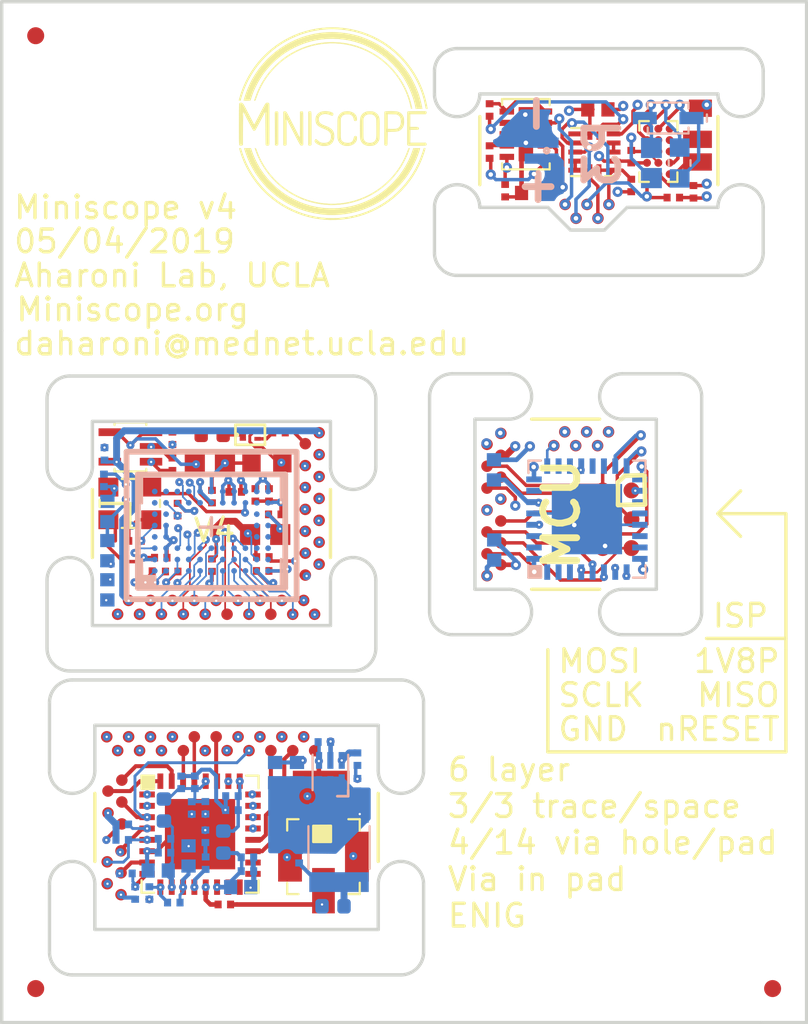
<source format=kicad_pcb>
(kicad_pcb (version 20171130) (host pcbnew "(5.1.2)-1")
  (layers (0 F.Cu signal) (1 In1.Cu power) (2 In2.Cu signal) (3 In3.Cu signal) (4 In4.Cu power) (31 B.Cu signal) (34 B.Paste user) (35 F.Paste user) (36 B.SilkS user) (37 F.SilkS user) (38 B.Mask user) (39 F.Mask user) (44 Edge.Cuts user))
  (net 0 "")
  (net 1 GND)
  (net 2 "Net-(L2-Pad1)")
  (net 3 +5V)
  (net 4 /VDD_PIX)
  (net 5 +1V8)
  (net 6 +3V3)
  (net 7 "Net-(R3-Pad1)")
  (net 8 "Net-(U2-PadF1)")
  (net 9 "Net-(U2-PadG1)")
  (net 10 "Net-(U2-PadH1)")
  (net 11 "Net-(U2-PadH2)")
  (net 12 "Net-(U2-PadH3)")
  (net 13 "Net-(R2-Pad1)")
  (net 14 /CLK_PLL)
  (net 15 /VREF_BOTPLATE)
  (net 16 "Net-(U2-PadB11)")
  (net 17 "Net-(U2-PadC10)")
  (net 18 "Net-(U2-PadC11)")
  (net 19 "Net-(U2-PadD10)")
  (net 20 "Net-(U2-PadD11)")
  (net 21 "Net-(U2-PadE10)")
  (net 22 "Net-(U2-PadE11)")
  (net 23 "Net-(U2-PadF10)")
  (net 24 "Net-(U2-PadH4)")
  (net 25 "Net-(D1-Pad1)")
  (net 26 "Net-(Q1-Pad1)")
  (net 27 /SS_N)
  (net 28 /FV)
  (net 29 /DOUT7)
  (net 30 /CLK_OUT)
  (net 31 /DOUT2)
  (net 32 /SCK)
  (net 33 /LV)
  (net 34 /DOUT6)
  (net 35 /DOUT4)
  (net 36 /DOUT0)
  (net 37 /MONITOR0)
  (net 38 /TRIGGER0)
  (net 39 /RESET_N)
  (net 40 /DOUT9)
  (net 41 /DOUT8)
  (net 42 /DOUT5)
  (net 43 /DOUT3)
  (net 44 /DOUT1)
  (net 45 /MONITOR1)
  (net 46 /MONITOR2)
  (net 47 /MISO)
  (net 48 /MOSI)
  (net 49 /LOCK_DETECT)
  (net 50 "Net-(D1-Pad2)")
  (net 51 /LED)
  (net 52 /I2C_SDA)
  (net 53 /I2C_SCL)
  (net 54 "Net-(U1-Pad2)")
  (net 55 "Net-(U1-Pad7)")
  (net 56 "Net-(U1-Pad10)")
  (net 57 "Net-(U1-Pad11)")
  (net 58 "Net-(U1-Pad14)")
  (net 59 "Net-(U1-Pad19)")
  (net 60 "Net-(U1-Pad20)")
  (net 61 "Net-(U1-Pad22)")
  (net 62 "Net-(U1-Pad23)")
  (net 63 "Net-(U1-Pad30)")
  (net 64 "Net-(U1-Pad31)")
  (net 65 "Net-(U1-Pad32)")
  (net 66 /SCLK)
  (net 67 /SCL)
  (net 68 /SDA)
  (net 69 /ENT1)
  (net 70 /ENT2)
  (net 71 /RESET_N_ISP)
  (net 72 "Net-(J9-Pad1)")
  (net 73 "Net-(U2-Pad3)")
  (net 74 "Net-(U1-PadB3)")
  (net 75 "Net-(U1-PadB4)")
  (net 76 "Net-(U1-PadC3)")
  (net 77 "Net-(U1-PadC4)")
  (net 78 "Net-(U1-PadC5)")
  (net 79 "Net-(D1-PadA)")
  (net 80 "Net-(C3-Pad1)")
  (net 81 "Net-(R1-Pad1)")
  (net 82 /I_SET)
  (net 83 "Net-(C5-Pad1)")
  (net 84 /ENT)
  (net 85 "Net-(D2-PadA)")
  (net 86 "Net-(C6-Pad1)")
  (net 87 "Net-(C5-Pad2)")
  (net 88 /EWL1)
  (net 89 /EWL2)
  (net 90 VDDD)
  (net 91 "Net-(C9-Pad2)")
  (net 92 DOUT_P)
  (net 93 "Net-(C10-Pad1)")
  (net 94 "Net-(C10-Pad2)")
  (net 95 PDB)
  (net 96 VDDPLL)
  (net 97 VDDCML)
  (net 98 CLK_OUT)
  (net 99 FV)
  (net 100 LV)
  (net 101 I2C_SDA)
  (net 102 I2C_SCL)
  (net 103 "Net-(L1-Pad1)")
  (net 104 MODE)
  (net 105 DIN0)
  (net 106 DIN1)
  (net 107 DIN2)
  (net 108 DIN3)
  (net 109 DIN4)
  (net 110 DIN5)
  (net 111 DIN6)
  (net 112 DIN7)
  (net 113 DIN8)
  (net 114 DIN9)
  (net 115 DIN11)
  (net 116 DIN10)
  (module .Logo:Miniscope_Logo2 (layer F.Cu) (at 93.83376 91.31452)
    (fp_text reference G*** hide)
    (fp_text value LOGO hide)
  )
  (module Fiducial:Fiducial_0.75mm_Dia_1.5mm_Outer (layer F.Cu) (at 113.22634 129.41798)
    (fp_text reference REF_BR hide)
    (fp_text value Fiducial_0.75mm_Dia_1.5mm_Outer)
    (pad ~ smd circle (at 0 0) (size 0.75 0.75) (layers F.Cu F.Mask) (clearance 0.375))
  )
  (module Fiducial:Fiducial_0.75mm_Dia_1.5mm_Outer (layer F.Cu) (at 80.72634 129.41798)
    (fp_text reference REF_BL hide)
    (fp_text value Fiducial_0.75mm_Dia_1.5mm_Outer)
    (pad ~ smd circle (at 0 0) (size 0.75 0.75) (layers F.Cu F.Mask) (clearance 0.375))
  )
  (module Fiducial:Fiducial_0.75mm_Dia_1.5mm_Outer (layer F.Cu) (at 80.72634 87.41798)
    (fp_text reference REF_TL hide)
    (fp_text value Fiducial_0.75mm_Dia_1.5mm_Outer)
    (pad ~ smd circle (at 0 0) (size 0.75 0.75) (layers F.Cu F.Mask) (clearance 0.375))
  )
  (module MountingHole:MountingHole_4mm (layer F.Cu) (at 83.72634 90.41798)
    (fp_text reference HOLE_TL hide)
    (fp_text value MountingHole_4mm)
    (pad 1 np_thru_hole circle (at 0 0) (size 4 4) (drill 4) (layers *.Cu *.Mask))
  )
  (module MountingHole:MountingHole_4mm (layer F.Cu) (at 110.22634 126.41798)
    (fp_text reference HOLE_BR hide)
    (fp_text value MountingHole_4mm)
    (pad 1 np_thru_hole circle (at 0 0) (size 4 4) (drill 4) (layers *.Cu *.Mask))
  )
  (module .Package_BGA:BGA88CP50_8X11_493X613X75B25 (layer B.Cu) (at 88.47634 109.25638)
    (fp_text reference U2 hide)
    (fp_text value NOIP1SN0480A)
    (pad A1 smd circle (at -2.5 1.75) (size 0.25 0.25) (layers B.Cu B.Paste B.Mask) (net 4 /VDD_PIX))
    (pad A2 smd circle (at -2 1.75) (size 0.25 0.25) (layers B.Cu B.Paste B.Mask) (net 5 +1V8))
    (pad A3 smd circle (at -1.5 1.75) (size 0.25 0.25) (layers B.Cu B.Paste B.Mask) (net 1 GND))
    (pad A4 smd circle (at -1 1.75) (size 0.25 0.25) (layers B.Cu B.Paste B.Mask) (net 27 /SS_N))
    (pad A5 smd circle (at -0.5 1.75) (size 0.25 0.25) (layers B.Cu B.Paste B.Mask) (net 28 /FV))
    (pad A6 smd circle (at 0 1.75) (size 0.25 0.25) (layers B.Cu B.Paste B.Mask) (net 1 GND))
    (pad A7 smd circle (at 0.5 1.75) (size 0.25 0.25) (layers B.Cu B.Paste B.Mask) (net 29 /DOUT7))
    (pad A8 smd circle (at 1 1.75) (size 0.25 0.25) (layers B.Cu B.Paste B.Mask) (net 30 /CLK_OUT))
    (pad A9 smd circle (at 1.5 1.75) (size 0.25 0.25) (layers B.Cu B.Paste B.Mask) (net 31 /DOUT2))
    (pad A10 smd circle (at 2 1.75) (size 0.25 0.25) (layers B.Cu B.Paste B.Mask) (net 5 +1V8))
    (pad A11 smd circle (at 2.5 1.75) (size 0.25 0.25) (layers B.Cu B.Paste B.Mask) (net 1 GND))
    (pad B1 smd circle (at -2.5 1.25) (size 0.25 0.25) (layers B.Cu B.Paste B.Mask) (net 6 +3V3))
    (pad B2 smd circle (at -2 1.25) (size 0.25 0.25) (layers B.Cu B.Paste B.Mask) (net 1 GND))
    (pad B3 smd circle (at -1.5 1.25) (size 0.25 0.25) (layers B.Cu B.Paste B.Mask) (net 1 GND))
    (pad B4 smd circle (at -1 1.25) (size 0.25 0.25) (layers B.Cu B.Paste B.Mask) (net 32 /SCK))
    (pad B5 smd circle (at -0.5 1.25) (size 0.25 0.25) (layers B.Cu B.Paste B.Mask) (net 33 /LV))
    (pad B6 smd circle (at 0 1.25) (size 0.25 0.25) (layers B.Cu B.Paste B.Mask) (net 4 /VDD_PIX))
    (pad B7 smd circle (at 0.5 1.25) (size 0.25 0.25) (layers B.Cu B.Paste B.Mask) (net 34 /DOUT6))
    (pad B8 smd circle (at 1 1.25) (size 0.25 0.25) (layers B.Cu B.Paste B.Mask) (net 35 /DOUT4))
    (pad B9 smd circle (at 1.5 1.25) (size 0.25 0.25) (layers B.Cu B.Paste B.Mask) (net 36 /DOUT0))
    (pad B10 smd circle (at 2 1.25) (size 0.25 0.25) (layers B.Cu B.Paste B.Mask) (net 4 /VDD_PIX))
    (pad B11 smd circle (at 2.5 1.25) (size 0.25 0.25) (layers B.Cu B.Paste B.Mask) (net 16 "Net-(U2-PadB11)"))
    (pad C1 smd circle (at -2.5 0.75) (size 0.25 0.25) (layers B.Cu B.Paste B.Mask) (net 37 /MONITOR0))
    (pad C2 smd circle (at -2 0.75) (size 0.25 0.25) (layers B.Cu B.Paste B.Mask) (net 1 GND))
    (pad C3 smd circle (at -1.5 0.75) (size 0.25 0.25) (layers B.Cu B.Paste B.Mask) (net 38 /TRIGGER0))
    (pad C4 smd circle (at -1 0.75) (size 0.25 0.25) (layers B.Cu B.Paste B.Mask) (net 39 /RESET_N))
    (pad C5 smd circle (at -0.5 0.75) (size 0.25 0.25) (layers B.Cu B.Paste B.Mask) (net 40 /DOUT9))
    (pad C6 smd circle (at 0 0.75) (size 0.25 0.25) (layers B.Cu B.Paste B.Mask) (net 41 /DOUT8))
    (pad C7 smd circle (at 0.5 0.75) (size 0.25 0.25) (layers B.Cu B.Paste B.Mask) (net 42 /DOUT5))
    (pad C8 smd circle (at 1 0.75) (size 0.25 0.25) (layers B.Cu B.Paste B.Mask) (net 43 /DOUT3))
    (pad C9 smd circle (at 1.5 0.75) (size 0.25 0.25) (layers B.Cu B.Paste B.Mask) (net 44 /DOUT1))
    (pad C10 smd circle (at 2 0.75) (size 0.25 0.25) (layers B.Cu B.Paste B.Mask) (net 17 "Net-(U2-PadC10)"))
    (pad C11 smd circle (at 2.5 0.75) (size 0.25 0.25) (layers B.Cu B.Paste B.Mask) (net 18 "Net-(U2-PadC11)"))
    (pad D1 smd circle (at -2.5 0.25) (size 0.25 0.25) (layers B.Cu B.Paste B.Mask) (net 45 /MONITOR1))
    (pad D2 smd circle (at -2 0.25) (size 0.25 0.25) (layers B.Cu B.Paste B.Mask) (net 1 GND))
    (pad D10 smd circle (at 2 0.25) (size 0.25 0.25) (layers B.Cu B.Paste B.Mask) (net 19 "Net-(U2-PadD10)"))
    (pad D11 smd circle (at 2.5 0.25) (size 0.25 0.25) (layers B.Cu B.Paste B.Mask) (net 20 "Net-(U2-PadD11)"))
    (pad E1 smd circle (at -2.5 -0.25) (size 0.25 0.25) (layers B.Cu B.Paste B.Mask) (net 7 "Net-(R3-Pad1)"))
    (pad E2 smd circle (at -2 -0.25) (size 0.25 0.25) (layers B.Cu B.Paste B.Mask) (net 1 GND))
    (pad E10 smd circle (at 2 -0.25) (size 0.25 0.25) (layers B.Cu B.Paste B.Mask) (net 21 "Net-(U2-PadE10)"))
    (pad E11 smd circle (at 2.5 -0.25) (size 0.25 0.25) (layers B.Cu B.Paste B.Mask) (net 22 "Net-(U2-PadE11)"))
    (pad F1 smd circle (at -2.5 -0.75) (size 0.25 0.25) (layers B.Cu B.Paste B.Mask) (net 8 "Net-(U2-PadF1)"))
    (pad F2 smd circle (at -2 -0.75) (size 0.25 0.25) (layers B.Cu B.Paste B.Mask) (net 46 /MONITOR2))
    (pad F10 smd circle (at 2 -0.75) (size 0.25 0.25) (layers B.Cu B.Paste B.Mask) (net 23 "Net-(U2-PadF10)"))
    (pad F11 smd circle (at 2.5 -0.75) (size 0.25 0.25) (layers B.Cu B.Paste B.Mask) (net 6 +3V3))
    (pad G1 smd circle (at -2.5 -1.25) (size 0.25 0.25) (layers B.Cu B.Paste B.Mask) (net 9 "Net-(U2-PadG1)"))
    (pad G2 smd circle (at -2 -1.25) (size 0.25 0.25) (layers B.Cu B.Paste B.Mask) (net 1 GND))
    (pad G3 smd circle (at -1.5 -1.25) (size 0.25 0.25) (layers B.Cu B.Paste B.Mask) (net 6 +3V3))
    (pad G4 smd circle (at -1 -1.25) (size 0.25 0.25) (layers B.Cu B.Paste B.Mask) (net 47 /MISO))
    (pad G5 smd circle (at -0.5 -1.25) (size 0.25 0.25) (layers B.Cu B.Paste B.Mask) (net 48 /MOSI))
    (pad G6 smd circle (at 0 -1.25) (size 0.25 0.25) (layers B.Cu B.Paste B.Mask) (net 1 GND))
    (pad G7 smd circle (at 0.5 -1.25) (size 0.25 0.25) (layers B.Cu B.Paste B.Mask) (net 1 GND))
    (pad G8 smd circle (at 1 -1.25) (size 0.25 0.25) (layers B.Cu B.Paste B.Mask) (net 1 GND))
    (pad G9 smd circle (at 1.5 -1.25) (size 0.25 0.25) (layers B.Cu B.Paste B.Mask) (net 14 /CLK_PLL))
    (pad G10 smd circle (at 2 -1.25) (size 0.25 0.25) (layers B.Cu B.Paste B.Mask) (net 49 /LOCK_DETECT))
    (pad G11 smd circle (at 2.5 -1.25) (size 0.25 0.25) (layers B.Cu B.Paste B.Mask) (net 1 GND))
    (pad H1 smd circle (at -2.5 -1.75) (size 0.25 0.25) (layers B.Cu B.Paste B.Mask) (net 10 "Net-(U2-PadH1)"))
    (pad H2 smd circle (at -2 -1.75) (size 0.25 0.25) (layers B.Cu B.Paste B.Mask) (net 11 "Net-(U2-PadH2)"))
    (pad H3 smd circle (at -1.5 -1.75) (size 0.25 0.25) (layers B.Cu B.Paste B.Mask) (net 12 "Net-(U2-PadH3)"))
    (pad H4 smd circle (at -1 -1.75) (size 0.25 0.25) (layers B.Cu B.Paste B.Mask) (net 24 "Net-(U2-PadH4)"))
    (pad H5 smd circle (at -0.5 -1.75) (size 0.25 0.25) (layers B.Cu B.Paste B.Mask) (net 1 GND))
    (pad H6 smd circle (at 0 -1.75) (size 0.25 0.25) (layers B.Cu B.Paste B.Mask) (net 15 /VREF_BOTPLATE))
    (pad H7 smd circle (at 0.5 -1.75) (size 0.25 0.25) (layers B.Cu B.Paste B.Mask) (net 1 GND))
    (pad H8 smd circle (at 1 -1.75) (size 0.25 0.25) (layers B.Cu B.Paste B.Mask) (net 1 GND))
    (pad H9 smd circle (at 1.5 -1.75) (size 0.25 0.25) (layers B.Cu B.Paste B.Mask) (net 5 +1V8))
    (pad H10 smd circle (at 2 -1.75) (size 0.25 0.25) (layers B.Cu B.Paste B.Mask) (net 6 +3V3))
    (pad H11 smd circle (at 2.5 -1.75) (size 0.25 0.25) (layers B.Cu B.Paste B.Mask) (net 6 +3V3))
  )
  (module .Connector:B2B_Flex_14_Dual_Row_38milx24mil_Pad_20mil (layer F.Cu) (at 93.22634 104.91798 270)
    (fp_text reference J2 hide)
    (fp_text value Conn_01x14)
    (pad 14 smd circle (at 6.273793 0.6096 270) (size 0.508 0.508) (layers F.Cu F.Paste F.Mask) (net 1 GND))
    (pad 13 smd circle (at 5.791194 0 270) (size 0.508 0.508) (layers F.Cu F.Paste F.Mask) (net 5 +1V8))
    (pad 12 smd circle (at 5.308594 0.6096 270) (size 0.508 0.508) (layers F.Cu F.Paste F.Mask) (net 27 /SS_N))
    (pad 11 smd circle (at 4.825995 0 270) (size 0.508 0.508) (layers F.Cu F.Paste F.Mask) (net 52 /I2C_SDA))
    (pad 10 smd circle (at 4.343395 0.6096 270) (size 0.508 0.508) (layers F.Cu F.Paste F.Mask) (net 53 /I2C_SCL))
    (pad 9 smd circle (at 3.860796 0 270) (size 0.508 0.508) (layers F.Cu F.Paste F.Mask) (net 32 /SCK))
    (pad 8 smd circle (at 3.378196 0.6096 270) (size 0.508 0.508) (layers F.Cu F.Paste F.Mask) (net 39 /RESET_N))
    (pad 7 smd circle (at 2.895597 0 270) (size 0.508 0.508) (layers F.Cu F.Paste F.Mask) (net 38 /TRIGGER0))
    (pad 6 smd circle (at 2.412997 0.6096 270) (size 0.508 0.508) (layers F.Cu F.Paste F.Mask) (net 37 /MONITOR0))
    (pad 5 smd circle (at 1.930398 0 270) (size 0.508 0.508) (layers F.Cu F.Paste F.Mask) (net 47 /MISO))
    (pad 4 smd circle (at 1.447798 0.6096 270) (size 0.508 0.508) (layers F.Cu F.Paste F.Mask) (net 48 /MOSI))
    (pad 3 smd circle (at 0.965199 0 270) (size 0.508 0.508) (layers F.Cu F.Paste F.Mask) (net 6 +3V3))
    (pad 2 smd circle (at 0.482599 0.6096 270) (size 0.508 0.508) (layers F.Cu F.Paste F.Mask) (net 51 /LED))
    (pad 1 smd circle (at 0 0 270) (size 0.508 0.508) (layers F.Cu F.Paste F.Mask) (net 3 +5V))
  )
  (module .Resistor:R_0201_0603Metric_ERJ_L (layer F.Cu) (at 91.45594 104.90898)
    (fp_text reference R4 hide)
    (fp_text value 1K)
    (pad 2 smd rect (at 0.275 0) (size 0.31 0.34) (layers F.Cu F.Paste F.Mask) (net 51 /LED))
    (pad 1 smd rect (at -0.275 0) (size 0.31 0.34) (layers F.Cu F.Paste F.Mask) (net 26 "Net-(Q1-Pad1)"))
  )
  (module .Resistor:R_0201_0603Metric_ERJ_L (layer F.Cu) (at 85.10594 109.68418 180)
    (fp_text reference R3 hide)
    (fp_text value ERJ-1GNF4752C)
    (pad 2 smd rect (at 0.275 0 180) (size 0.31 0.34) (layers F.Cu F.Paste F.Mask) (net 1 GND))
    (pad 1 smd rect (at -0.275 0 180) (size 0.31 0.34) (layers F.Cu F.Paste F.Mask) (net 7 "Net-(R3-Pad1)"))
  )
  (module .Resistor:R_0201_0603Metric_ERJ_L (layer F.Cu) (at 86.75694 105.16298 270)
    (fp_text reference R1 hide)
    (fp_text value ERJ-1GNF1801C)
    (pad 2 smd rect (at 0.275 0 270) (size 0.31 0.34) (layers F.Cu F.Paste F.Mask) (net 6 +3V3))
    (pad 1 smd rect (at -0.275 0 270) (size 0.31 0.34) (layers F.Cu F.Paste F.Mask) (net 50 "Net-(D1-Pad2)"))
  )
  (module LED_SMD:LED_0402_1005Metric (layer F.Cu) (at 88.50954 105.01058 180)
    (fp_text reference D1 hide)
    (fp_text value VLMS1500-GS08)
    (pad 2 smd roundrect (at 0.485 0 180) (size 0.59 0.64) (layers F.Cu F.Paste F.Mask) (net 50 "Net-(D1-Pad2)"))
    (pad 1 smd roundrect (at -0.485 0 180) (size 0.59 0.64) (layers F.Cu F.Paste F.Mask) (net 25 "Net-(D1-Pad1)"))
  )
  (module .Transistor:TRXDFN3_101X61X53L25X15N (layer F.Cu) (at 90.18594 105.01058 180)
    (fp_text reference Q1 hide)
    (fp_text value MMBT3904LP-7B)
    (pad 3 smd rect (at 0.325 0 180) (size 0.28 0.52) (layers F.Cu F.Paste F.Mask) (net 25 "Net-(D1-Pad1)"))
    (pad 2 smd rect (at -0.325 0.175 180) (size 0.28 0.17) (layers F.Cu F.Paste F.Mask) (net 1 GND))
    (pad 1 smd rect (at -0.325 -0.175 180) (size 0.28 0.17) (layers F.Cu F.Paste F.Mask) (net 26 "Net-(Q1-Pad1)"))
  )
  (module .Capacitor:C_0201_0603Metric_L (layer F.Cu) (at 88.50174 107.73238 270)
    (fp_text reference C19 hide)
    (fp_text value GRM033R61A104ME15D)
    (pad 2 smd rect (at 0.275 0 270) (size 0.31 0.34) (layers F.Cu F.Paste F.Mask) (net 1 GND))
    (pad 1 smd rect (at -0.275 0 270) (size 0.31 0.34) (layers F.Cu F.Paste F.Mask) (net 15 /VREF_BOTPLATE))
  )
  (module .Capacitor:C_0201_0603Metric_L (layer F.Cu) (at 86.72374 111.03438)
    (fp_text reference C13 hide)
    (fp_text value GRM033R61A104ME15D)
    (pad 2 smd rect (at 0.275 0) (size 0.31 0.34) (layers F.Cu F.Paste F.Mask) (net 1 GND))
    (pad 1 smd rect (at -0.275 0) (size 0.31 0.34) (layers F.Cu F.Paste F.Mask) (net 5 +1V8))
  )
  (module .Capacitor:C_0201_0603Metric_L (layer F.Cu) (at 90.41454 107.65618 270)
    (fp_text reference C2 hide)
    (fp_text value GRM033R61A104ME15D)
    (pad 1 smd rect (at -0.275 0 270) (size 0.31 0.34) (layers F.Cu F.Paste F.Mask) (net 6 +3V3))
    (pad 2 smd rect (at 0.275 0 270) (size 0.31 0.34) (layers F.Cu F.Paste F.Mask) (net 1 GND))
  )
  (module .Capacitor:C_0201_0603Metric_L (layer F.Cu) (at 86.24114 110.42478)
    (fp_text reference C3 hide)
    (fp_text value GRM033R61A104ME15D)
    (pad 2 smd rect (at 0.275 0) (size 0.31 0.34) (layers F.Cu F.Paste F.Mask) (net 1 GND))
    (pad 1 smd rect (at -0.275 0) (size 0.31 0.34) (layers F.Cu F.Paste F.Mask) (net 6 +3V3))
  )
  (module .Capacitor:C_0201_0603Metric_L (layer F.Cu) (at 91.27034 108.51578)
    (fp_text reference C4 hide)
    (fp_text value GRM033R61A104ME15D)
    (pad 1 smd rect (at -0.275 0) (size 0.31 0.34) (layers F.Cu F.Paste F.Mask) (net 6 +3V3))
    (pad 2 smd rect (at 0.275 0) (size 0.31 0.34) (layers F.Cu F.Paste F.Mask) (net 1 GND))
  )
  (module .Capacitor:C_0201_0603Metric_L (layer F.Cu) (at 90.74474 110.39538)
    (fp_text reference C7 hide)
    (fp_text value GRM033R61A104ME15D)
    (pad 2 smd rect (at 0.275 0) (size 0.31 0.34) (layers F.Cu F.Paste F.Mask) (net 1 GND))
    (pad 1 smd rect (at -0.275 0) (size 0.31 0.34) (layers F.Cu F.Paste F.Mask) (net 4 /VDD_PIX))
  )
  (module .Capacitor:C_0201_0603Metric_L (layer F.Cu) (at 88.50174 110.75498 270)
    (fp_text reference C8 hide)
    (fp_text value GRM033R61A104ME15D)
    (pad 1 smd rect (at -0.275 0 270) (size 0.31 0.34) (layers F.Cu F.Paste F.Mask) (net 4 /VDD_PIX))
    (pad 2 smd rect (at 0.275 0 270) (size 0.31 0.34) (layers F.Cu F.Paste F.Mask) (net 1 GND))
  )
  (module .Capacitor:C_0201_0603Metric_L (layer F.Cu) (at 85.58854 111.02238 180)
    (fp_text reference C9 hide)
    (fp_text value GRM033R61A104ME15D)
    (pad 2 smd rect (at 0.275 0 180) (size 0.31 0.34) (layers F.Cu F.Paste F.Mask) (net 1 GND))
    (pad 1 smd rect (at -0.275 0 180) (size 0.31 0.34) (layers F.Cu F.Paste F.Mask) (net 4 /VDD_PIX))
  )
  (module .Capacitor:C_0201_0603Metric_L (layer F.Cu) (at 89.52554 107.52518 180)
    (fp_text reference C11 hide)
    (fp_text value GRM033R61A104ME15D)
    (pad 1 smd rect (at -0.275 0 180) (size 0.31 0.34) (layers F.Cu F.Paste F.Mask) (net 5 +1V8))
    (pad 2 smd rect (at 0.275 0 180) (size 0.31 0.34) (layers F.Cu F.Paste F.Mask) (net 1 GND))
  )
  (module .Capacitor:C_0201_0603Metric_L (layer F.Cu) (at 90.73694 111.00898)
    (fp_text reference C12 hide)
    (fp_text value GRM033R61A104ME15D)
    (pad 2 smd rect (at 0.275 0) (size 0.31 0.34) (layers F.Cu F.Paste F.Mask) (net 1 GND))
    (pad 1 smd rect (at -0.275 0) (size 0.31 0.34) (layers F.Cu F.Paste F.Mask) (net 5 +1V8))
  )
  (module .Capacitor:C_0201_0603Metric_L (layer F.Cu) (at 86.98554 108.30458 270)
    (fp_text reference C1 hide)
    (fp_text value GRM033R61A104ME15D)
    (pad 1 smd rect (at -0.275 0 270) (size 0.31 0.34) (layers F.Cu F.Paste F.Mask) (net 6 +3V3))
    (pad 2 smd rect (at 0.275 0 270) (size 0.31 0.34) (layers F.Cu F.Paste F.Mask) (net 1 GND))
  )
  (module .Capacitor:C_0201_0603Metric_L (layer F.Cu) (at 86.75694 106.30598 90)
    (fp_text reference C16 hide)
    (fp_text value GRM033R61A104ME15D)
    (pad 2 smd rect (at 0.275 0 90) (size 0.31 0.34) (layers F.Cu F.Paste F.Mask) (net 1 GND))
    (pad 1 smd rect (at -0.275 0 90) (size 0.31 0.34) (layers F.Cu F.Paste F.Mask) (net 5 +1V8))
  )
  (module .Capacitor:C_0201_0603Metric_L (layer B.Cu) (at 83.73434 107.01718 90)
    (fp_text reference C18 hide)
    (fp_text value GRM033R61A104ME15D)
    (pad 1 smd rect (at -0.275 0 90) (size 0.31 0.34) (layers B.Cu B.Paste B.Mask) (net 6 +3V3))
    (pad 2 smd rect (at 0.275 0 90) (size 0.31 0.34) (layers B.Cu B.Paste B.Mask) (net 1 GND))
  )
  (module .Capacitor:C_0201_0603Metric_L (layer B.Cu) (at 83.75974 105.84878 90)
    (fp_text reference C15 hide)
    (fp_text value GRM033R61A104ME15D)
    (pad 2 smd rect (at 0.275 0 90) (size 0.31 0.34) (layers B.Cu B.Paste B.Mask) (net 1 GND))
    (pad 1 smd rect (at -0.275 0 90) (size 0.31 0.34) (layers B.Cu B.Paste B.Mask) (net 3 +5V))
  )
  (module .Capacitor:C_0201_0603Metric_L (layer F.Cu) (at 91.01634 107.65618 270)
    (fp_text reference C5 hide)
    (fp_text value GRM033R61A104ME15D)
    (pad 1 smd rect (at -0.275 0 270) (size 0.31 0.34) (layers F.Cu F.Paste F.Mask) (net 6 +3V3))
    (pad 2 smd rect (at 0.275 0 270) (size 0.31 0.34) (layers F.Cu F.Paste F.Mask) (net 1 GND))
  )
  (module .Capacitor:C_0402_1005Metric_L (layer B.Cu) (at 83.88674 111.84318 270)
    (fp_text reference C10 hide)
    (fp_text value GRM155R60J106ME15D)
    (pad 1 smd rect (at -0.445 0 270) (size 0.58 0.63) (layers B.Cu B.Paste B.Mask) (net 4 /VDD_PIX))
    (pad 2 smd rect (at 0.445 0 270) (size 0.58 0.63) (layers B.Cu B.Paste B.Mask) (net 1 GND))
  )
  (module .Capacitor:C_0402_1005Metric_L (layer B.Cu) (at 83.88674 108.38878 270)
    (fp_text reference C6 hide)
    (fp_text value GRM155R60J106ME15D)
    (pad 2 smd rect (at 0.445 0 270) (size 0.58 0.63) (layers B.Cu B.Paste B.Mask) (net 1 GND))
    (pad 1 smd rect (at -0.445 0 270) (size 0.58 0.63) (layers B.Cu B.Paste B.Mask) (net 6 +3V3))
  )
  (module .Capacitor:C_0402_1005Metric_L (layer B.Cu) (at 83.88674 110.11598 90)
    (fp_text reference C14 hide)
    (fp_text value GRM155R60J106ME15D)
    (pad 1 smd rect (at -0.445 0 90) (size 0.58 0.63) (layers B.Cu B.Paste B.Mask) (net 5 +1V8))
    (pad 2 smd rect (at 0.445 0 90) (size 0.58 0.63) (layers B.Cu B.Paste B.Mask) (net 1 GND))
  )
  (module .Capacitor:C_0603_1608Metric_L (layer F.Cu) (at 90.92254 106.22978)
    (fp_text reference C17 hide)
    (fp_text value GRM188R61E475KE11D)
    (pad 1 smd rect (at -0.68 0) (size 0.81 0.87) (layers F.Cu F.Paste F.Mask) (net 15 /VREF_BOTPLATE))
    (pad 2 smd rect (at 0.68 0) (size 0.81 0.87) (layers F.Cu F.Paste F.Mask) (net 1 GND))
  )
  (module .Connector:B2B_Flex_20_Dual_Row_38milx24mil_Pad_20mil (layer F.Cu) (at 93.02634 112.91798 180)
    (fp_text reference J1 hide)
    (fp_text value Conn_01x20)
    (pad 1 smd circle (at 0 0 180) (size 0.508 0.508) (layers F.Cu F.Paste F.Mask) (net 1 GND))
    (pad 2 smd circle (at 0.482599 0.6096 180) (size 0.508 0.508) (layers F.Cu F.Paste F.Mask) (net 5 +1V8))
    (pad 3 smd circle (at 0.965199 0 180) (size 0.508 0.508) (layers F.Cu F.Paste F.Mask) (net 36 /DOUT0))
    (pad 4 smd circle (at 1.447798 0.6096 180) (size 0.508 0.508) (layers F.Cu F.Paste F.Mask) (net 31 /DOUT2))
    (pad 5 smd circle (at 1.930398 0 180) (size 0.508 0.508) (layers F.Cu F.Paste F.Mask) (net 44 /DOUT1))
    (pad 6 smd circle (at 2.412997 0.6096 180) (size 0.508 0.508) (layers F.Cu F.Paste F.Mask) (net 43 /DOUT3))
    (pad 7 smd circle (at 2.895597 0 180) (size 0.508 0.508) (layers F.Cu F.Paste F.Mask) (net 30 /CLK_OUT))
    (pad 8 smd circle (at 3.378196 0.6096 180) (size 0.508 0.508) (layers F.Cu F.Paste F.Mask) (net 35 /DOUT4))
    (pad 9 smd circle (at 3.860796 0 180) (size 0.508 0.508) (layers F.Cu F.Paste F.Mask) (net 42 /DOUT5))
    (pad 10 smd circle (at 4.343395 0.6096 180) (size 0.508 0.508) (layers F.Cu F.Paste F.Mask) (net 29 /DOUT7))
    (pad 11 smd circle (at 4.825995 0 180) (size 0.508 0.508) (layers F.Cu F.Paste F.Mask) (net 34 /DOUT6))
    (pad 12 smd circle (at 5.308594 0.6096 180) (size 0.508 0.508) (layers F.Cu F.Paste F.Mask) (net 41 /DOUT8))
    (pad 13 smd circle (at 5.791194 0 180) (size 0.508 0.508) (layers F.Cu F.Paste F.Mask) (net 40 /DOUT9))
    (pad 14 smd circle (at 6.273793 0.6096 180) (size 0.508 0.508) (layers F.Cu F.Paste F.Mask) (net 28 /FV))
    (pad 15 smd circle (at 6.756393 0 180) (size 0.508 0.508) (layers F.Cu F.Paste F.Mask) (net 33 /LV))
    (pad 16 smd circle (at 7.238992 0.6096 180) (size 0.508 0.508) (layers F.Cu F.Paste F.Mask) (net 52 /I2C_SDA))
    (pad 17 smd circle (at 7.721592 0 180) (size 0.508 0.508) (layers F.Cu F.Paste F.Mask) (net 53 /I2C_SCL))
    (pad 18 smd circle (at 8.204191 0.6096 180) (size 0.508 0.508) (layers F.Cu F.Paste F.Mask) (net 3 +5V))
    (pad 19 smd circle (at 8.686791 0 180) (size 0.508 0.508) (layers F.Cu F.Paste F.Mask) (net 6 +3V3))
    (pad 20 smd circle (at 9.16939 0.6096 180) (size 0.508 0.508) (layers F.Cu F.Paste F.Mask) (net 1 GND))
  )
  (module .Inductor:L_0603_1608Metric_L (layer F.Cu) (at 90.84634 109.40478 180)
    (fp_text reference L1 hide)
    (fp_text value BLM18PG471SN1D)
    (pad 2 smd rect (at 0.665 0 180) (size 0.89 0.92) (layers F.Cu F.Paste F.Mask) (net 4 /VDD_PIX))
    (pad 1 smd rect (at -0.665 0 180) (size 0.89 0.92) (layers F.Cu F.Paste F.Mask) (net 6 +3V3))
  )
  (module .Inductor:L_0603_1608Metric_L (layer F.Cu) (at 88.40794 106.25518)
    (fp_text reference L2 hide)
    (fp_text value BLM18PG471SN1D)
    (pad 1 smd rect (at -0.665 0) (size 0.89 0.92) (layers F.Cu F.Paste F.Mask) (net 2 "Net-(L2-Pad1)"))
    (pad 2 smd rect (at 0.665 0) (size 0.89 0.92) (layers F.Cu F.Paste F.Mask) (net 15 /VREF_BOTPLATE))
  )
  (module .Oscillator:OSC_CC250X200X80L70X75L (layer F.Cu) (at 84.87734 108.03318)
    (fp_text reference U3 hide)
    (fp_text value SiT_2.5mmx2mm)
    (pad 1 smd rect (at -0.945 0.72 90) (size 0.83 0.88) (layers F.Cu F.Paste F.Mask) (net 13 "Net-(R2-Pad1)"))
    (pad 2 smd rect (at 0.945 0.72 90) (size 0.83 0.88) (layers F.Cu F.Paste F.Mask) (net 1 GND))
    (pad 3 smd rect (at 0.945 -0.72 90) (size 0.83 0.88) (layers F.Cu F.Paste F.Mask) (net 14 /CLK_PLL))
    (pad 4 smd rect (at -0.945 -0.72 90) (size 0.83 0.88) (layers F.Cu F.Paste F.Mask) (net 6 +3V3))
  )
  (module .Package_SOT:SOT_23-5P65_210X110L36X22L (layer F.Cu) (at 84.90274 105.54398 90)
    (fp_text reference U1 hide)
    (fp_text value LMV321IDCKR)
    (pad 1 smd rect (at -0.65 0.91 180) (size 0.99 0.34) (layers F.Cu F.Paste F.Mask) (net 5 +1V8))
    (pad 2 smd rect (at 0 0.91 180) (size 0.99 0.34) (layers F.Cu F.Paste F.Mask) (net 1 GND))
    (pad 3 smd rect (at 0.65 0.91 180) (size 0.99 0.34) (layers F.Cu F.Paste F.Mask) (net 2 "Net-(L2-Pad1)"))
    (pad 4 smd rect (at 0.65 -0.91 180) (size 0.99 0.34) (layers F.Cu F.Paste F.Mask) (net 2 "Net-(L2-Pad1)"))
    (pad 5 smd rect (at -0.65 -0.91 180) (size 0.99 0.34) (layers F.Cu F.Paste F.Mask) (net 3 +5V))
  )
  (module .Connector:Conn_1x1_250x750_Pad (layer F.Cu) (at 110.04096 90.61492 90)
    (fp_text reference J1 hide)
    (fp_text value Conn_01x01)
    (pad 1 smd rect (at 0 0 90) (size 0.762 1.016) (layers F.Cu F.Paste F.Mask) (net 1 GND))
  )
  (module .Capacitor:C_0201_0603Metric_L (layer F.Cu) (at 106.99296 94.01852 270)
    (fp_text reference C7 hide)
    (fp_text value GRM033R61A104ME15D)
    (pad 1 smd rect (at -0.275 0 270) (size 0.31 0.34) (layers F.Cu F.Paste F.Mask) (net 6 +3V3))
    (pad 2 smd rect (at 0.275 0 270) (size 0.31 0.34) (layers F.Cu F.Paste F.Mask) (net 1 GND))
  )
  (module .Resistor:R_0201_0603Metric_ERJ_L (layer F.Cu) (at 108.84716 94.55192)
    (fp_text reference R2 hide)
    (fp_text value DNL)
    (pad 1 smd rect (at -0.275 0) (size 0.31 0.34) (layers F.Cu F.Paste F.Mask) (net 68 /SDA))
    (pad 2 smd rect (at 0.275 0) (size 0.31 0.34) (layers F.Cu F.Paste F.Mask) (net 6 +3V3))
  )
  (module .Resistor:R_0201_0603Metric_ERJ_L (layer F.Cu) (at 109.73616 94.29792 270)
    (fp_text reference R3 hide)
    (fp_text value DNL)
    (pad 2 smd rect (at 0.275 0 270) (size 0.31 0.34) (layers F.Cu F.Paste F.Mask) (net 6 +3V3))
    (pad 1 smd rect (at -0.275 0 270) (size 0.31 0.34) (layers F.Cu F.Paste F.Mask) (net 67 /SCL))
  )
  (module .Connector:B2B_Flex_05_Dual_Row_38milx24mil_Pad_20mil (layer F.Cu) (at 104.076056 94.854434)
    (fp_text reference J10 hide)
    (fp_text value Conn_01x05)
    (pad 1 smd circle (at 0 0) (size 0.508 0.508) (layers F.Cu F.Paste F.Mask) (net 84 /ENT))
    (pad 2 smd circle (at 0.482599 0.6096) (size 0.508 0.508) (layers F.Cu F.Paste F.Mask) (net 67 /SCL))
    (pad 3 smd circle (at 0.965199 0) (size 0.508 0.508) (layers F.Cu F.Paste F.Mask) (net 68 /SDA))
    (pad 4 smd circle (at 1.447798 0.6096) (size 0.508 0.508) (layers F.Cu F.Paste F.Mask) (net 1 GND))
    (pad 5 smd circle (at 1.930398 0) (size 0.508 0.508) (layers F.Cu F.Paste F.Mask) (net 6 +3V3))
  )
  (module .Capacitor:C_0603_1608Metric_L (layer B.Cu) (at 109.12656 93.02792 90)
    (fp_text reference C3 hide)
    (fp_text value "100nF 100V 0603")
    (pad 1 smd rect (at -0.680001 0 90) (size 0.81 0.87) (layers B.Cu B.Paste B.Mask) (net 80 "Net-(C3-Pad1)"))
    (pad 2 smd rect (at 0.680001 0 90) (size 0.81 0.87) (layers B.Cu B.Paste B.Mask) (net 1 GND))
  )
  (module .Diode:SOD_323_250X125X110L30X32L (layer B.Cu) (at 108.61856 91.04672 180)
    (fp_text reference D1 hide)
    (fp_text value BAS316)
    (pad C smd rect (at -1.03 0 180) (size 1.06 0.54) (layers B.Cu B.Paste B.Mask) (net 80 "Net-(C3-Pad1)"))
    (pad A smd rect (at 1.03 0 180) (size 1.06 0.54) (layers B.Cu B.Paste B.Mask) (net 79 "Net-(D1-PadA)"))
  )
  (module .LED:LED_LXZ1_PR01_L (layer B.Cu) (at 103.03776 92.48372 90)
    (fp_text reference D2 hide)
    (fp_text value LXZ1-PR01)
    (pad A smd rect (at -0.35 0 90) (size 0.45 1.5) (layers B.Cu B.Paste B.Mask) (net 85 "Net-(D2-PadA)"))
    (pad C smd rect (at 0.35 0 90) (size 0.45 1.5) (layers B.Cu B.Paste B.Mask) (net 1 GND))
  )
  (module .Capacitor:C_0201_0603Metric_L (layer F.Cu) (at 101.43036 94.24712 270)
    (fp_text reference C2 hide)
    (fp_text value GRM033R61A225ME47D)
    (pad 2 smd rect (at 0.275 0 270) (size 0.31 0.34) (layers F.Cu F.Paste F.Mask) (net 1 GND))
    (pad 1 smd rect (at -0.275 0 270) (size 0.31 0.34) (layers F.Cu F.Paste F.Mask) (net 6 +3V3))
  )
  (module .Capacitor:C_0201_0603Metric_L (layer F.Cu) (at 106.99296 92.74852 270)
    (fp_text reference C4 hide)
    (fp_text value GRM033R61A104ME15D)
    (pad 1 smd rect (at -0.275 0 270) (size 0.31 0.34) (layers F.Cu F.Paste F.Mask) (net 6 +3V3))
    (pad 2 smd rect (at 0.275 0 270) (size 0.31 0.34) (layers F.Cu F.Paste F.Mask) (net 1 GND))
  )
  (module .Capacitor:C_0201_0603Metric_L (layer F.Cu) (at 100.74456 92.54532 270)
    (fp_text reference C5 hide)
    (fp_text value GRM033R61A225ME47D)
    (pad 2 smd rect (at 0.275 0 270) (size 0.31 0.34) (layers F.Cu F.Paste F.Mask) (net 87 "Net-(C5-Pad2)"))
    (pad 1 smd rect (at -0.275 0 270) (size 0.31 0.34) (layers F.Cu F.Paste F.Mask) (net 83 "Net-(C5-Pad1)"))
  )
  (module .Capacitor:C_0402_1005Metric_L (layer F.Cu) (at 102.59876 94.34872 180)
    (fp_text reference C6 hide)
    (fp_text value GRM155R60J475ME87D)
    (pad 2 smd rect (at 0.445 0 180) (size 0.58 0.63) (layers F.Cu F.Paste F.Mask) (net 1 GND))
    (pad 1 smd rect (at -0.445 0 180) (size 0.58 0.63) (layers F.Cu F.Paste F.Mask) (net 86 "Net-(C6-Pad1)"))
  )
  (module .Capacitor:C_0402_1005Metric_L (layer F.Cu) (at 105.51976 90.66572 180)
    (fp_text reference C1 hide)
    (fp_text value GRM155R60J475ME87D)
    (pad 1 smd rect (at -0.445 0 180) (size 0.58 0.63) (layers F.Cu F.Paste F.Mask) (net 6 +3V3))
    (pad 2 smd rect (at 0.445 0 180) (size 0.58 0.63) (layers F.Cu F.Paste F.Mask) (net 1 GND))
  )
  (module .Connector:Conn_1x1_250x750_Pad (layer F.Cu) (at 109.91396 92.98372 90)
    (fp_text reference J7 hide)
    (fp_text value Conn_01x01)
    (pad 1 smd rect (at 0 0 90) (size 0.762 1.27) (layers F.Cu F.Paste F.Mask) (net 89 /EWL2))
  )
  (module .Connector:Conn_1x1_250x750_Pad (layer F.Cu) (at 109.91396 91.98372 90)
    (fp_text reference J6 hide)
    (fp_text value Conn_01x01)
    (pad 1 smd rect (at 0 0 90) (size 0.762 1.27) (layers F.Cu F.Paste F.Mask) (net 88 /EWL1))
  )
  (module .Resistor:R_0201_0603Metric_ERJ_L (layer F.Cu) (at 100.74456 90.69112 90)
    (fp_text reference R1 hide)
    (fp_text value ERJ-1GEF1022C)
    (pad 1 smd rect (at -0.275 0 90) (size 0.31 0.34) (layers F.Cu F.Paste F.Mask) (net 81 "Net-(R1-Pad1)"))
    (pad 2 smd rect (at 0.275 0 90) (size 0.31 0.34) (layers F.Cu F.Paste F.Mask) (net 82 /I_SET))
  )
  (module .Inductor:L_0603_1608Metric_L (layer B.Cu) (at 107.88196 93.02792 90)
    (fp_text reference L1 hide)
    (fp_text value LQM18PN3R3MGHD)
    (pad 1 smd rect (at -0.665 0 90) (size 0.89 0.92) (layers B.Cu B.Paste B.Mask) (net 6 +3V3))
    (pad 2 smd rect (at 0.665 0 90) (size 0.89 0.92) (layers B.Cu B.Paste B.Mask) (net 79 "Net-(D1-PadA)"))
  )
  (module .Package_BGA:BGA_15_NP50_3X5_155X255X69B31N (layer F.Cu) (at 108.18676 92.51992 90)
    (fp_text reference U1 hide)
    (fp_text value MAX14574EWL+)
    (pad C5 smd circle (at 1 0.5 90) (size 0.35 0.35) (layers F.Cu F.Paste F.Mask) (net 78 "Net-(U1-PadC5)"))
    (pad C4 smd circle (at 0.5 0.5 90) (size 0.35 0.35) (layers F.Cu F.Paste F.Mask) (net 77 "Net-(U1-PadC4)"))
    (pad C3 smd circle (at 0 0.5 90) (size 0.35 0.35) (layers F.Cu F.Paste F.Mask) (net 76 "Net-(U1-PadC3)"))
    (pad C2 smd circle (at -0.5 0.5 90) (size 0.35 0.35) (layers F.Cu F.Paste F.Mask) (net 88 /EWL1))
    (pad C1 smd circle (at -1 0.5 90) (size 0.35 0.35) (layers F.Cu F.Paste F.Mask) (net 89 /EWL2))
    (pad B5 smd circle (at 1 0 90) (size 0.35 0.35) (layers F.Cu F.Paste F.Mask) (net 80 "Net-(C3-Pad1)"))
    (pad B4 smd circle (at 0.5 0 90) (size 0.35 0.35) (layers F.Cu F.Paste F.Mask) (net 75 "Net-(U1-PadB4)"))
    (pad B3 smd circle (at 0 0 90) (size 0.35 0.35) (layers F.Cu F.Paste F.Mask) (net 74 "Net-(U1-PadB3)"))
    (pad B2 smd circle (at -0.5 0 90) (size 0.35 0.35) (layers F.Cu F.Paste F.Mask) (net 6 +3V3))
    (pad B1 smd circle (at -1 0 90) (size 0.35 0.35) (layers F.Cu F.Paste F.Mask) (net 67 /SCL))
    (pad A5 smd circle (at 1 -0.5 90) (size 0.35 0.35) (layers F.Cu F.Paste F.Mask) (net 1 GND))
    (pad A4 smd circle (at 0.5 -0.5 90) (size 0.35 0.35) (layers F.Cu F.Paste F.Mask) (net 79 "Net-(D1-PadA)"))
    (pad A3 smd circle (at 0 -0.5 90) (size 0.35 0.35) (layers F.Cu F.Paste F.Mask) (net 6 +3V3))
    (pad A2 smd circle (at -0.5 -0.5 90) (size 0.35 0.35) (layers F.Cu F.Paste F.Mask) (net 1 GND))
    (pad A1 smd circle (at -1 -0.5 90) (size 0.35 0.35) (layers F.Cu F.Paste F.Mask) (net 68 /SDA))
  )
  (module .Package_QFN:QFN_14_P40_200X200X40L40X20L (layer F.Cu) (at 105.36736 92.54532 90)
    (fp_text reference U2 hide)
    (fp_text value TPL0102-100RUCR)
    (pad 14 smd rect (at -0.845 0.2 90) (size 0.61 0.22) (layers F.Cu F.Paste F.Mask) (net 6 +3V3))
    (pad 13 smd rect (at -0.845 -0.2 90) (size 0.61 0.22) (layers F.Cu F.Paste F.Mask) (net 1 GND))
    (pad 12 smd rect (at -0.8 -0.845 180) (size 0.61 0.22) (layers F.Cu F.Paste F.Mask) (net 1 GND))
    (pad 11 smd rect (at -0.4 -0.845 180) (size 0.61 0.22) (layers F.Cu F.Paste F.Mask) (net 1 GND))
    (pad 10 smd rect (at 0 -0.845 180) (size 0.61 0.22) (layers F.Cu F.Paste F.Mask) (net 67 /SCL))
    (pad 9 smd rect (at 0.4 -0.845 180) (size 0.61 0.22) (layers F.Cu F.Paste F.Mask) (net 68 /SDA))
    (pad 8 smd rect (at 0.8 -0.845 180) (size 0.61 0.22) (layers F.Cu F.Paste F.Mask) (net 1 GND))
    (pad 7 smd rect (at 0.845 -0.2 90) (size 0.61 0.22) (layers F.Cu F.Paste F.Mask) (net 1 GND))
    (pad 6 smd rect (at 0.845 0.2 90) (size 0.61 0.22) (layers F.Cu F.Paste F.Mask) (net 81 "Net-(R1-Pad1)"))
    (pad 5 smd rect (at 0.8 0.845 180) (size 0.61 0.22) (layers F.Cu F.Paste F.Mask) (net 1 GND))
    (pad 4 smd rect (at 0.4 0.845 180) (size 0.61 0.22) (layers F.Cu F.Paste F.Mask) (net 73 "Net-(U2-Pad3)"))
    (pad 3 smd rect (at 0 0.845 180) (size 0.61 0.22) (layers F.Cu F.Paste F.Mask) (net 73 "Net-(U2-Pad3)"))
    (pad 2 smd rect (at -0.4 0.845 180) (size 0.61 0.22) (layers F.Cu F.Paste F.Mask) (net 1 GND))
    (pad 1 smd rect (at -0.8 0.845 180) (size 0.61 0.22) (layers F.Cu F.Paste F.Mask) (net 6 +3V3))
  )
  (module .Package_SON:SON_11_P50_300X200X80L40X25T239X64L (layer F.Cu) (at 102.34476 91.75792 90)
    (fp_text reference U3 hide)
    (fp_text value LTC3218)
    (pad 11 smd rect (at 0 0 180) (size 0.64 2.39) (layers F.Cu F.Paste F.Mask) (net 1 GND))
    (pad 10 smd rect (at -1 -0.84 180) (size 0.64 0.27) (layers F.Cu F.Paste F.Mask) (net 6 +3V3))
    (pad 9 smd rect (at -0.5 -0.84 180) (size 0.64 0.27) (layers F.Cu F.Paste F.Mask) (net 83 "Net-(C5-Pad1)"))
    (pad 8 smd rect (at 0 -0.84 180) (size 0.64 0.27) (layers F.Cu F.Paste F.Mask) (net 1 GND))
    (pad 7 smd rect (at 0.5 -0.84 180) (size 0.64 0.27) (layers F.Cu F.Paste F.Mask) (net 1 GND))
    (pad 6 smd rect (at 1 -0.84 180) (size 0.64 0.27) (layers F.Cu F.Paste F.Mask) (net 82 /I_SET))
    (pad 5 smd rect (at 1 0.84 180) (size 0.64 0.27) (layers F.Cu F.Paste F.Mask) (net 82 /I_SET))
    (pad 4 smd rect (at 0.5 0.84 180) (size 0.64 0.27) (layers F.Cu F.Paste F.Mask) (net 84 /ENT))
    (pad 3 smd rect (at 0 0.84 180) (size 0.64 0.27) (layers F.Cu F.Paste F.Mask) (net 85 "Net-(D2-PadA)"))
    (pad 2 smd rect (at -0.5 0.84 180) (size 0.64 0.27) (layers F.Cu F.Paste F.Mask) (net 86 "Net-(C6-Pad1)"))
    (pad 1 smd rect (at -1 0.84 180) (size 0.64 0.27) (layers F.Cu F.Paste F.Mask) (net 87 "Net-(C5-Pad2)"))
  )
  (module .Connector:Conn_1x1_700_Circular_Pad (layer F.Cu) (at 103.57752 105.48704 270)
    (fp_text reference J9 hide)
    (fp_text value Conn_01x01)
    (pad 1 smd circle (at 0 0 270) (size 0.508 0.508) (layers F.Cu F.Paste F.Mask) (net 72 "Net-(J9-Pad1)"))
  )
  (module .Connector:B2B_Flex_14_Dual_Row_38milx24mil_Pad_20mil (layer F.Cu) (at 101.24072 104.94564 270)
    (fp_text reference J1 hide)
    (fp_text value Conn_01x14)
    (pad 14 smd circle (at 6.273793 0.6096 270) (size 0.508 0.508) (layers F.Cu F.Paste F.Mask) (net 1 GND))
    (pad 13 smd circle (at 5.791194 0 270) (size 0.508 0.508) (layers F.Cu F.Paste F.Mask) (net 5 +1V8))
    (pad 12 smd circle (at 5.308594 0.6096 270) (size 0.508 0.508) (layers F.Cu F.Paste F.Mask) (net 27 /SS_N))
    (pad 11 smd circle (at 4.825995 0 270) (size 0.508 0.508) (layers F.Cu F.Paste F.Mask) (net 68 /SDA))
    (pad 10 smd circle (at 4.343395 0.6096 270) (size 0.508 0.508) (layers F.Cu F.Paste F.Mask) (net 67 /SCL))
    (pad 9 smd circle (at 3.860796 0 270) (size 0.508 0.508) (layers F.Cu F.Paste F.Mask) (net 66 /SCLK))
    (pad 8 smd circle (at 3.378196 0.6096 270) (size 0.508 0.508) (layers F.Cu F.Paste F.Mask) (net 39 /RESET_N))
    (pad 7 smd circle (at 2.895597 0 270) (size 0.508 0.508) (layers F.Cu F.Paste F.Mask) (net 38 /TRIGGER0))
    (pad 6 smd circle (at 2.412997 0.6096 270) (size 0.508 0.508) (layers F.Cu F.Paste F.Mask) (net 37 /MONITOR0))
    (pad 5 smd circle (at 1.930398 0 270) (size 0.508 0.508) (layers F.Cu F.Paste F.Mask) (net 47 /MISO))
    (pad 4 smd circle (at 1.447798 0.6096 270) (size 0.508 0.508) (layers F.Cu F.Paste F.Mask) (net 48 /MOSI))
    (pad 3 smd circle (at 0.965199 0 270) (size 0.508 0.508) (layers F.Cu F.Paste F.Mask) (net 6 +3V3))
    (pad 2 smd circle (at 0.482599 0.6096 270) (size 0.508 0.508) (layers F.Cu F.Paste F.Mask) (net 51 /LED))
    (pad 1 smd circle (at 0 0 270) (size 0.508 0.508) (layers F.Cu F.Paste F.Mask) (net 3 +5V))
  )
  (module .Capacitor:C_0402_1005Metric_L (layer B.Cu) (at 100.93592 106.55384 90)
    (fp_text reference C1 hide)
    (fp_text value GRM155R71A104JA01D)
    (pad 1 smd rect (at -0.445 0 90) (size 0.58 0.63) (layers B.Cu B.Paste B.Mask) (net 5 +1V8))
    (pad 2 smd rect (at 0.445 0 90) (size 0.58 0.63) (layers B.Cu B.Paste B.Mask) (net 1 GND))
  )
  (module .Connector:B2B_Flex_05_Dual_Row_38milx24mil_Pad_20mil (layer F.Cu) (at 104.06012 104.87744)
    (fp_text reference J8 hide)
    (fp_text value Conn_01x05)
    (pad 1 smd circle (at 0 0) (size 0.508 0.508) (layers F.Cu F.Paste F.Mask) (net 69 /ENT1))
    (pad 2 smd circle (at 0.482599 0.6096) (size 0.508 0.508) (layers F.Cu F.Paste F.Mask) (net 67 /SCL))
    (pad 3 smd circle (at 0.965199 0) (size 0.508 0.508) (layers F.Cu F.Paste F.Mask) (net 68 /SDA))
    (pad 4 smd circle (at 1.447798 0.6096) (size 0.508 0.508) (layers F.Cu F.Paste F.Mask) (net 1 GND))
    (pad 5 smd circle (at 1.930398 0) (size 0.508 0.508) (layers F.Cu F.Paste F.Mask) (net 6 +3V3))
  )
  (module .Connector:Conn_1x1_700_Circular_Pad (layer F.Cu) (at 105.73232 110.00184 270)
    (fp_text reference J7 hide)
    (fp_text value Conn_01x01)
    (pad 1 smd circle (at 0 0 270) (size 0.7 0.7) (layers F.Cu F.Paste F.Mask) (net 1 GND))
  )
  (module .Connector:Conn_1x1_700_Circular_Pad (layer F.Cu) (at 107.00232 110.00184 270)
    (fp_text reference J6 hide)
    (fp_text value Conn_01x01)
    (pad 1 smd circle (at 0 0 270) (size 0.7 0.7) (layers F.Cu F.Paste F.Mask) (net 71 /RESET_N_ISP))
  )
  (module .Connector:Conn_1x1_700_Circular_Pad (layer F.Cu) (at 105.73232 108.73184 270)
    (fp_text reference J5 hide)
    (fp_text value Conn_01x01)
    (pad 1 smd circle (at 0 0 270) (size 0.7 0.7) (layers F.Cu F.Paste F.Mask) (net 66 /SCLK))
  )
  (module .Connector:Conn_1x1_700_Circular_Pad (layer F.Cu) (at 107.00232 108.73184 270)
    (fp_text reference J4 hide)
    (fp_text value Conn_01x01)
    (pad 1 smd circle (at 0 0 270) (size 0.7 0.7) (layers F.Cu F.Paste F.Mask) (net 47 /MISO))
  )
  (module .Connector:Conn_1x1_700_Circular_Pad (layer F.Cu) (at 105.73232 107.46184 270)
    (fp_text reference J3 hide)
    (fp_text value Conn_01x01)
    (pad 1 smd circle (at 0 0 270) (size 0.7 0.7) (layers F.Cu F.Paste F.Mask) (net 48 /MOSI))
  )
  (module .Connector:Conn_1x1_700_Circular_Pad (layer F.Cu) (at 107.00232 107.46184 270)
    (fp_text reference J2 hide)
    (fp_text value Conn_01x01)
    (pad 1 smd circle (at 0 0 270) (size 0.7 0.7) (layers F.Cu F.Paste F.Mask) (net 5 +1V8))
  )
  (module .Capacitor:C_0402_1005Metric_L (layer B.Cu) (at 100.94772 110.08904 270)
    (fp_text reference C2 hide)
    (fp_text value GRM155R60J475ME87D)
    (pad 1 smd rect (at -0.445 0 270) (size 0.58 0.63) (layers B.Cu B.Paste B.Mask) (net 5 +1V8))
    (pad 2 smd rect (at 0.445 0 270) (size 0.58 0.63) (layers B.Cu B.Paste B.Mask) (net 1 GND))
  )
  (module .Package_QFN:QFN_33_P50_500X500X80L40X24T310L (layer B.Cu) (at 105.03712 108.72504 90)
    (fp_text reference U1 hide)
    (fp_text value ATmega328-MU)
    (pad 1 smd rect (at -1.75 -2.335) (size 0.68 0.26) (layers B.Cu B.Paste B.Mask) (net 27 /SS_N))
    (pad 2 smd rect (at -1.25 -2.335) (size 0.68 0.26) (layers B.Cu B.Paste B.Mask) (net 54 "Net-(U1-Pad2)"))
    (pad 3 smd rect (at -0.75 -2.335) (size 0.68 0.26) (layers B.Cu B.Paste B.Mask) (net 1 GND))
    (pad 4 smd rect (at -0.25 -2.335) (size 0.68 0.26) (layers B.Cu B.Paste B.Mask) (net 5 +1V8))
    (pad 5 smd rect (at 0.25 -2.335) (size 0.68 0.26) (layers B.Cu B.Paste B.Mask) (net 1 GND))
    (pad 6 smd rect (at 0.75 -2.335) (size 0.68 0.26) (layers B.Cu B.Paste B.Mask) (net 5 +1V8))
    (pad 7 smd rect (at 1.25 -2.335) (size 0.68 0.26) (layers B.Cu B.Paste B.Mask) (net 55 "Net-(U1-Pad7)"))
    (pad 8 smd rect (at 1.75 -2.335) (size 0.68 0.26) (layers B.Cu B.Paste B.Mask) (net 51 /LED))
    (pad 9 smd rect (at 2.335 -1.75 90) (size 0.68 0.26) (layers B.Cu B.Paste B.Mask) (net 72 "Net-(J9-Pad1)"))
    (pad 10 smd rect (at 2.335 -1.25 90) (size 0.68 0.26) (layers B.Cu B.Paste B.Mask) (net 56 "Net-(U1-Pad10)"))
    (pad 11 smd rect (at 2.335 -0.75 90) (size 0.68 0.26) (layers B.Cu B.Paste B.Mask) (net 57 "Net-(U1-Pad11)"))
    (pad 12 smd rect (at 2.335 -0.25 90) (size 0.68 0.26) (layers B.Cu B.Paste B.Mask) (net 69 /ENT1))
    (pad 13 smd rect (at 2.335 0.25 90) (size 0.68 0.26) (layers B.Cu B.Paste B.Mask) (net 70 /ENT2))
    (pad 14 smd rect (at 2.335 0.75 90) (size 0.68 0.26) (layers B.Cu B.Paste B.Mask) (net 58 "Net-(U1-Pad14)"))
    (pad 15 smd rect (at 2.335 1.25 90) (size 0.68 0.26) (layers B.Cu B.Paste B.Mask) (net 48 /MOSI))
    (pad 16 smd rect (at 2.335 1.75 90) (size 0.68 0.26) (layers B.Cu B.Paste B.Mask) (net 47 /MISO))
    (pad 17 smd rect (at 1.75 2.335) (size 0.68 0.26) (layers B.Cu B.Paste B.Mask) (net 66 /SCLK))
    (pad 18 smd rect (at 1.25 2.335) (size 0.68 0.26) (layers B.Cu B.Paste B.Mask) (net 5 +1V8))
    (pad 19 smd rect (at 0.75 2.335) (size 0.68 0.26) (layers B.Cu B.Paste B.Mask) (net 59 "Net-(U1-Pad19)"))
    (pad 20 smd rect (at 0.25 2.335) (size 0.68 0.26) (layers B.Cu B.Paste B.Mask) (net 60 "Net-(U1-Pad20)"))
    (pad 21 smd rect (at -0.25 2.335) (size 0.68 0.26) (layers B.Cu B.Paste B.Mask) (net 1 GND))
    (pad 22 smd rect (at -0.75 2.335) (size 0.68 0.26) (layers B.Cu B.Paste B.Mask) (net 61 "Net-(U1-Pad22)"))
    (pad 23 smd rect (at -1.25 2.335) (size 0.68 0.26) (layers B.Cu B.Paste B.Mask) (net 62 "Net-(U1-Pad23)"))
    (pad 24 smd rect (at -1.75 2.335) (size 0.68 0.26) (layers B.Cu B.Paste B.Mask) (net 37 /MONITOR0))
    (pad 25 smd rect (at -2.335 1.75 90) (size 0.68 0.26) (layers B.Cu B.Paste B.Mask) (net 38 /TRIGGER0))
    (pad 26 smd rect (at -2.335 1.25 90) (size 0.68 0.26) (layers B.Cu B.Paste B.Mask) (net 39 /RESET_N))
    (pad 27 smd rect (at -2.335 0.75 90) (size 0.68 0.26) (layers B.Cu B.Paste B.Mask) (net 68 /SDA))
    (pad 28 smd rect (at -2.335 0.25 90) (size 0.68 0.26) (layers B.Cu B.Paste B.Mask) (net 67 /SCL))
    (pad 29 smd rect (at -2.335 -0.25 90) (size 0.68 0.26) (layers B.Cu B.Paste B.Mask) (net 71 /RESET_N_ISP))
    (pad 30 smd rect (at -2.335 -0.75 90) (size 0.68 0.26) (layers B.Cu B.Paste B.Mask) (net 63 "Net-(U1-Pad30)"))
    (pad 31 smd rect (at -2.335 -1.25 90) (size 0.68 0.26) (layers B.Cu B.Paste B.Mask) (net 64 "Net-(U1-Pad31)"))
    (pad 32 smd rect (at -2.335 -1.75 90) (size 0.68 0.26) (layers B.Cu B.Paste B.Mask) (net 65 "Net-(U1-Pad32)"))
    (pad 33 smd rect (at 0 0 90) (size 3.1 3.1) (layers B.Cu B.Paste B.Mask) (net 1 GND))
  )
  (module .Capacitor:C_0402_1005Metric_L (layer B.Cu) (at 92.24916 119.89732 90)
    (fp_text reference C4 hide)
    (fp_text value GRM155R60J106ME15D)
    (pad 2 smd rect (at 0.445 0 90) (size 0.58 0.63) (layers B.Cu B.Paste B.Mask) (net 1 GND))
    (pad 1 smd rect (at -0.445 0 90) (size 0.58 0.63) (layers B.Cu B.Paste B.Mask) (net 3 +5V))
  )
  (module .Capacitor:C_0402_1005Metric_L (layer B.Cu) (at 89.76708 124.9443)
    (fp_text reference C26 hide)
    (fp_text value GRM155R60J106ME15D)
    (pad 2 smd rect (at 0.445 0) (size 0.58 0.63) (layers B.Cu B.Paste B.Mask) (net 1 GND))
    (pad 1 smd rect (at -0.445 0) (size 0.58 0.63) (layers B.Cu B.Paste B.Mask) (net 97 VDDCML))
  )
  (module .Connector:Conn_1x1_100x100_Pad (layer F.Cu) (at 93.31596 121.06572 270)
    (fp_text reference J_coax_gnd1 hide)
    (fp_text value Conn_01x01)
    (pad 1 smd rect (at 0 0 270) (size 2.5 2.5) (layers F.Cu F.Paste F.Mask) (net 1 GND))
  )
  (module digikey-footprints:Coax_Conn_U.FL (layer F.Cu) (at 93.41756 123.60318)
    (fp_text reference J_coax1 hide)
    (fp_text value U_FL-R-SMT_10_)
    (pad 2 smd rect (at 0 1.5) (size 1 2) (layers F.Cu F.Paste F.Mask) (net 92 DOUT_P))
    (pad 1 smd rect (at -1.475 0) (size 1.05 2.2) (layers F.Cu F.Paste F.Mask) (net 1 GND))
    (pad 1 smd rect (at 1.475 0) (size 1.05 2.2) (layers F.Cu F.Paste F.Mask) (net 1 GND))
  )
  (module .Resistor:R_0201_0603Metric_ERJ_L (layer B.Cu) (at 85.11176 125.20592 90)
    (fp_text reference R3 hide)
    (fp_text value ERJ-1GEF1022C)
    (pad 1 smd rect (at -0.275 0 90) (size 0.31 0.34) (layers B.Cu B.Paste B.Mask) (net 90 VDDD))
    (pad 2 smd rect (at 0.275 0 90) (size 0.31 0.34) (layers B.Cu B.Paste B.Mask) (net 104 MODE))
  )
  (module .Resistor:R_0201_0603Metric_ERJ_L (layer B.Cu) (at 84.54466 122.18078)
    (fp_text reference R5 hide)
    (fp_text value ERJ-1GEF3321C)
    (pad 1 smd rect (at -0.275 0) (size 0.31 0.34) (layers B.Cu B.Paste B.Mask) (net 6 +3V3))
    (pad 2 smd rect (at 0.275 0) (size 0.31 0.34) (layers B.Cu B.Paste B.Mask) (net 102 I2C_SCL))
  )
  (module .Resistor:R_0201_0603Metric_ERJ_L (layer B.Cu) (at 84.54026 122.86404)
    (fp_text reference R6 hide)
    (fp_text value ERJ-1GEF3321C)
    (pad 2 smd rect (at 0.275 0) (size 0.31 0.34) (layers B.Cu B.Paste B.Mask) (net 101 I2C_SDA))
    (pad 1 smd rect (at -0.275 0) (size 0.31 0.34) (layers B.Cu B.Paste B.Mask) (net 6 +3V3))
  )
  (module .Connector:B2B_Flex_05_Dual_Row_38milx24mil_Pad_20mil (layer F.Cu) (at 84.48946 123.349182 270)
    (fp_text reference J_extra2 hide)
    (fp_text value Conn_01x05)
    (pad 5 smd circle (at 1.930398 0 270) (size 0.508 0.508) (layers F.Cu F.Paste F.Mask) (net 90 VDDD))
    (pad 4 smd circle (at 1.447798 0.6096 270) (size 0.508 0.508) (layers F.Cu F.Paste F.Mask) (net 3 +5V))
    (pad 3 smd circle (at 0.965199 0 270) (size 0.508 0.508) (layers F.Cu F.Paste F.Mask) (net 1 GND))
    (pad 2 smd circle (at 0.482599 0.6096 270) (size 0.508 0.508) (layers F.Cu F.Paste F.Mask) (net 101 I2C_SDA))
    (pad 1 smd circle (at 0 0 270) (size 0.508 0.508) (layers F.Cu F.Paste F.Mask) (net 102 I2C_SCL))
  )
  (module .Connector:B2B_Flex_05_Dual_Row_38milx24mil_Pad_20mil (layer F.Cu) (at 84.52502 120.230062 270)
    (fp_text reference J_extra1 hide)
    (fp_text value Conn_01x05)
    (pad 5 smd circle (at 1.930398 0 270) (size 0.508 0.508) (layers F.Cu F.Paste F.Mask) (net 1 GND))
    (pad 4 smd circle (at 1.447798 0.6096 270) (size 0.508 0.508) (layers F.Cu F.Paste F.Mask) (net 6 +3V3))
    (pad 3 smd circle (at 0.965199 0 270) (size 0.508 0.508) (layers F.Cu F.Paste F.Mask) (net 98 CLK_OUT))
    (pad 2 smd circle (at 0.482599 0.6096 270) (size 0.508 0.508) (layers F.Cu F.Paste F.Mask) (net 115 DIN11))
    (pad 1 smd circle (at 0 0 270) (size 0.508 0.508) (layers F.Cu F.Paste F.Mask) (net 116 DIN10))
  )
  (module .Capacitor:C_0201_0603Metric_L (layer B.Cu) (at 93.45634 118.55112 180)
    (fp_text reference C8 hide)
    (fp_text value GRM033R61A105ME15D)
    (pad 2 smd rect (at 0.275 0 180) (size 0.31 0.34) (layers B.Cu B.Paste B.Mask) (net 1 GND))
    (pad 1 smd rect (at -0.275 0 180) (size 0.31 0.34) (layers B.Cu B.Paste B.Mask) (net 90 VDDD))
  )
  (module .Capacitor:C_0402_1005Metric_L (layer B.Cu) (at 91.28396 119.89732 90)
    (fp_text reference C5 hide)
    (fp_text value GRM155R60J106ME15D)
    (pad 1 smd rect (at -0.445 0 90) (size 0.58 0.63) (layers B.Cu B.Paste B.Mask) (net 3 +5V))
    (pad 2 smd rect (at 0.445 0 90) (size 0.58 0.63) (layers B.Cu B.Paste B.Mask) (net 1 GND))
  )
  (module .Capacitor:C_0201_0603Metric_L (layer B.Cu) (at 94.91616 119.30618 270)
    (fp_text reference C6 hide)
    (fp_text value GRM033R61A105ME15D)
    (pad 1 smd rect (at -0.275 0 270) (size 0.31 0.34) (layers B.Cu B.Paste B.Mask) (net 6 +3V3))
    (pad 2 smd rect (at 0.275 0 270) (size 0.31 0.34) (layers B.Cu B.Paste B.Mask) (net 1 GND))
  )
  (module .Capacitor:C_0201_0603Metric_L (layer B.Cu) (at 94.91616 120.43072 90)
    (fp_text reference C7 hide)
    (fp_text value GRM033R61A105ME15D)
    (pad 1 smd rect (at -0.275 0 90) (size 0.31 0.34) (layers B.Cu B.Paste B.Mask) (net 3 +5V))
    (pad 2 smd rect (at 0.275 0 90) (size 0.31 0.34) (layers B.Cu B.Paste B.Mask) (net 1 GND))
  )
  (module .Capacitor:C_0201_0603Metric_L (layer F.Cu) (at 89.04554 125.71138 180)
    (fp_text reference C9 hide)
    (fp_text value GRM033R61A104ME15D)
    (pad 2 smd rect (at 0.275 0 180) (size 0.31 0.34) (layers F.Cu F.Paste F.Mask) (net 91 "Net-(C9-Pad2)"))
    (pad 1 smd rect (at -0.275 0 180) (size 0.31 0.34) (layers F.Cu F.Paste F.Mask) (net 92 DOUT_P))
  )
  (module .Capacitor:C_0201_0603Metric_L (layer B.Cu) (at 88.22072 123.8902 270)
    (fp_text reference C10 hide)
    (fp_text value GRM033R61C473KE84D)
    (pad 1 smd rect (at -0.275 0 270) (size 0.31 0.34) (layers B.Cu B.Paste B.Mask) (net 93 "Net-(C10-Pad1)"))
    (pad 2 smd rect (at 0.275 0 270) (size 0.31 0.34) (layers B.Cu B.Paste B.Mask) (net 94 "Net-(C10-Pad2)"))
  )
  (module .Capacitor:C_0201_0603Metric_L (layer B.Cu) (at 85.73914 125.20592 270)
    (fp_text reference C11 hide)
    (fp_text value GRM033R61A105ME15D)
    (pad 2 smd rect (at 0.275 0 270) (size 0.31 0.34) (layers B.Cu B.Paste B.Mask) (net 1 GND))
    (pad 1 smd rect (at -0.275 0 270) (size 0.31 0.34) (layers B.Cu B.Paste B.Mask) (net 95 PDB))
  )
  (module .Capacitor:C_0402_1005Metric_L (layer B.Cu) (at 87.46634 123.5722 90)
    (fp_text reference C18 hide)
    (fp_text value GRM155R60J475ME87D)
    (pad 1 smd rect (at -0.445 0 90) (size 0.58 0.63) (layers B.Cu B.Paste B.Mask) (net 90 VDDD))
    (pad 2 smd rect (at 0.445 0 90) (size 0.58 0.63) (layers B.Cu B.Paste B.Mask) (net 1 GND))
  )
  (module .Capacitor:C_0201_0603Metric_L (layer B.Cu) (at 87.60858 121.45688 270)
    (fp_text reference C19 hide)
    (fp_text value GRM033R61A104ME15D)
    (pad 2 smd rect (at 0.275 0 270) (size 0.31 0.34) (layers B.Cu B.Paste B.Mask) (net 1 GND))
    (pad 1 smd rect (at -0.275 0 270) (size 0.31 0.34) (layers B.Cu B.Paste B.Mask) (net 90 VDDD))
  )
  (module .Capacitor:C_0201_0603Metric_L (layer B.Cu) (at 88.21056 121.44994 270)
    (fp_text reference C20 hide)
    (fp_text value GRM033R71A103KA01D)
    (pad 1 smd rect (at -0.275 0 270) (size 0.31 0.34) (layers B.Cu B.Paste B.Mask) (net 90 VDDD))
    (pad 2 smd rect (at 0.275 0 270) (size 0.31 0.34) (layers B.Cu B.Paste B.Mask) (net 1 GND))
  )
  (module .Capacitor:C_0201_0603Metric_L (layer B.Cu) (at 89.3815 121.5534 180)
    (fp_text reference C21 hide)
    (fp_text value GRM033R61A104ME15D)
    (pad 2 smd rect (at 0.275 0 180) (size 0.31 0.34) (layers B.Cu B.Paste B.Mask) (net 1 GND))
    (pad 1 smd rect (at -0.275 0 180) (size 0.31 0.34) (layers B.Cu B.Paste B.Mask) (net 90 VDDD))
  )
  (module .Capacitor:C_0201_0603Metric_L (layer B.Cu) (at 89.3815 120.93364 180)
    (fp_text reference C22 hide)
    (fp_text value GRM033R71A103KA01D)
    (pad 1 smd rect (at -0.275 0 180) (size 0.31 0.34) (layers B.Cu B.Paste B.Mask) (net 90 VDDD))
    (pad 2 smd rect (at 0.275 0 180) (size 0.31 0.34) (layers B.Cu B.Paste B.Mask) (net 1 GND))
  )
  (module .Capacitor:C_0402_1005Metric_L (layer B.Cu) (at 86.12776 124.21532 180)
    (fp_text reference C23 hide)
    (fp_text value GRM155R60J475ME87D)
    (pad 1 smd rect (at -0.445 0 180) (size 0.58 0.63) (layers B.Cu B.Paste B.Mask) (net 96 VDDPLL))
    (pad 2 smd rect (at 0.445 0 180) (size 0.58 0.63) (layers B.Cu B.Paste B.Mask) (net 1 GND))
  )
  (module .Capacitor:C_0201_0603Metric_L (layer B.Cu) (at 86.40716 122.81832 180)
    (fp_text reference C24 hide)
    (fp_text value GRM033R61A104ME15D)
    (pad 2 smd rect (at 0.275 0 180) (size 0.31 0.34) (layers B.Cu B.Paste B.Mask) (net 1 GND))
    (pad 1 smd rect (at -0.275 0 180) (size 0.31 0.34) (layers B.Cu B.Paste B.Mask) (net 96 VDDPLL))
  )
  (module .Capacitor:C_0201_0603Metric_L (layer B.Cu) (at 86.40716 123.42792 180)
    (fp_text reference C25 hide)
    (fp_text value GRM033R71A103KA01D)
    (pad 1 smd rect (at -0.275 0 180) (size 0.31 0.34) (layers B.Cu B.Paste B.Mask) (net 96 VDDPLL))
    (pad 2 smd rect (at 0.275 0 180) (size 0.31 0.34) (layers B.Cu B.Paste B.Mask) (net 1 GND))
  )
  (module .Capacitor:C_0201_0603Metric_L (layer B.Cu) (at 90.06476 123.63112)
    (fp_text reference C27 hide)
    (fp_text value GRM033R61A104ME15D)
    (pad 2 smd rect (at 0.275 0) (size 0.31 0.34) (layers B.Cu B.Paste B.Mask) (net 1 GND))
    (pad 1 smd rect (at -0.275 0) (size 0.31 0.34) (layers B.Cu B.Paste B.Mask) (net 97 VDDCML))
  )
  (module .Capacitor:C_0201_0603Metric_L (layer B.Cu) (at 90.06476 124.24072)
    (fp_text reference C28 hide)
    (fp_text value GRM033R71A103KA01D)
    (pad 1 smd rect (at -0.275 0) (size 0.31 0.34) (layers B.Cu B.Paste B.Mask) (net 97 VDDCML))
    (pad 2 smd rect (at 0.275 0) (size 0.31 0.34) (layers B.Cu B.Paste B.Mask) (net 1 GND))
  )
  (module .Capacitor:C_0201_0603Metric_L (layer B.Cu) (at 87.14376 120.32912 90)
    (fp_text reference C29 hide)
    (fp_text value GRM033R61A104ME15D)
    (pad 2 smd rect (at 0.275 0 90) (size 0.31 0.34) (layers B.Cu B.Paste B.Mask) (net 1 GND))
    (pad 1 smd rect (at -0.275 0 90) (size 0.31 0.34) (layers B.Cu B.Paste B.Mask) (net 90 VDDD))
  )
  (module .Capacitor:C_0201_0603Metric_L (layer B.Cu) (at 87.74574 120.32658 90)
    (fp_text reference C30 hide)
    (fp_text value GRM033R71A103KA01D)
    (pad 1 smd rect (at -0.275 0 90) (size 0.31 0.34) (layers B.Cu B.Paste B.Mask) (net 90 VDDD))
    (pad 2 smd rect (at 0.275 0 90) (size 0.31 0.34) (layers B.Cu B.Paste B.Mask) (net 1 GND))
  )
  (module .Connector:B2B_Flex_20_Dual_Row_38milx24mil_Pad_20mil (layer F.Cu) (at 93.028936 118.92958 180)
    (fp_text reference J16 hide)
    (fp_text value Conn_01x20_Female)
    (pad 1 smd circle (at 0 0 180) (size 0.508 0.508) (layers F.Cu F.Paste F.Mask) (net 1 GND))
    (pad 2 smd circle (at 0.482599 0.6096 180) (size 0.508 0.508) (layers F.Cu F.Paste F.Mask) (net 90 VDDD))
    (pad 3 smd circle (at 0.965199 0 180) (size 0.508 0.508) (layers F.Cu F.Paste F.Mask) (net 105 DIN0))
    (pad 4 smd circle (at 1.447798 0.6096 180) (size 0.508 0.508) (layers F.Cu F.Paste F.Mask) (net 107 DIN2))
    (pad 5 smd circle (at 1.930398 0 180) (size 0.508 0.508) (layers F.Cu F.Paste F.Mask) (net 106 DIN1))
    (pad 6 smd circle (at 2.412997 0.6096 180) (size 0.508 0.508) (layers F.Cu F.Paste F.Mask) (net 108 DIN3))
    (pad 7 smd circle (at 2.895597 0 180) (size 0.508 0.508) (layers F.Cu F.Paste F.Mask) (net 98 CLK_OUT))
    (pad 8 smd circle (at 3.378196 0.6096 180) (size 0.508 0.508) (layers F.Cu F.Paste F.Mask) (net 109 DIN4))
    (pad 9 smd circle (at 3.860796 0 180) (size 0.508 0.508) (layers F.Cu F.Paste F.Mask) (net 110 DIN5))
    (pad 10 smd circle (at 4.343395 0.6096 180) (size 0.508 0.508) (layers F.Cu F.Paste F.Mask) (net 112 DIN7))
    (pad 11 smd circle (at 4.825995 0 180) (size 0.508 0.508) (layers F.Cu F.Paste F.Mask) (net 111 DIN6))
    (pad 12 smd circle (at 5.308594 0.6096 180) (size 0.508 0.508) (layers F.Cu F.Paste F.Mask) (net 113 DIN8))
    (pad 13 smd circle (at 5.791194 0 180) (size 0.508 0.508) (layers F.Cu F.Paste F.Mask) (net 114 DIN9))
    (pad 14 smd circle (at 6.273793 0.6096 180) (size 0.508 0.508) (layers F.Cu F.Paste F.Mask) (net 99 FV))
    (pad 15 smd circle (at 6.756393 0 180) (size 0.508 0.508) (layers F.Cu F.Paste F.Mask) (net 100 LV))
    (pad 16 smd circle (at 7.238992 0.6096 180) (size 0.508 0.508) (layers F.Cu F.Paste F.Mask) (net 101 I2C_SDA))
    (pad 17 smd circle (at 7.721592 0 180) (size 0.508 0.508) (layers F.Cu F.Paste F.Mask) (net 102 I2C_SCL))
    (pad 18 smd circle (at 8.204191 0.6096 180) (size 0.508 0.508) (layers F.Cu F.Paste F.Mask) (net 3 +5V))
    (pad 19 smd circle (at 8.686791 0 180) (size 0.508 0.508) (layers F.Cu F.Paste F.Mask) (net 6 +3V3))
    (pad 20 smd circle (at 9.16939 0.6096 180) (size 0.508 0.508) (layers F.Cu F.Paste F.Mask) (net 1 GND))
  )
  (module .Inductor:L_1210_3225Metric_L (layer B.Cu) (at 94.10336 123.20032 90)
    (fp_text reference L1 hide)
    (fp_text value ADL3225V-470MT-TL000)
    (pad 1 smd rect (at -1.525 0 90) (size 0.87 2.62) (layers B.Cu B.Paste B.Mask) (net 103 "Net-(L1-Pad1)"))
    (pad 2 smd rect (at 1.525 0 90) (size 0.87 2.62) (layers B.Cu B.Paste B.Mask) (net 3 +5V))
  )
  (module Inductor_SMD:L_0402_1005Metric (layer B.Cu) (at 93.83934 125.79012)
    (fp_text reference L2 hide)
    (fp_text value BLM15HD102SN1D)
    (pad 1 smd roundrect (at -0.485 0) (size 0.59 0.64) (layers B.Cu B.Paste B.Mask) (net 92 DOUT_P))
    (pad 2 smd roundrect (at 0.485 0) (size 0.59 0.64) (layers B.Cu B.Paste B.Mask) (net 103 "Net-(L1-Pad1)"))
  )
  (module Inductor_SMD:L_0402_1005Metric (layer B.Cu) (at 86.38176 121.54832 90)
    (fp_text reference L4 hide)
    (fp_text value BLM15HD102SN1D)
    (pad 2 smd roundrect (at 0.485 0 90) (size 0.59 0.64) (layers B.Cu B.Paste B.Mask) (net 90 VDDD))
    (pad 1 smd roundrect (at -0.485 0 90) (size 0.59 0.64) (layers B.Cu B.Paste B.Mask) (net 96 VDDPLL))
  )
  (module Inductor_SMD:L_0402_1005Metric (layer B.Cu) (at 88.99796 122.96056 90)
    (fp_text reference L5 hide)
    (fp_text value BLM15HD102SN1D)
    (pad 1 smd roundrect (at -0.485 0 90) (size 0.59 0.64) (layers B.Cu B.Paste B.Mask) (net 97 VDDCML))
    (pad 2 smd roundrect (at 0.485 0 90) (size 0.59 0.64) (layers B.Cu B.Paste B.Mask) (net 90 VDDD))
  )
  (module .Resistor:R_0201_0603Metric_ERJ_L (layer B.Cu) (at 92.34314 123.60758 270)
    (fp_text reference R1 hide)
    (fp_text value ERJ-1GEF2001C)
    (pad 1 smd rect (at -0.275 0 270) (size 0.31 0.34) (layers B.Cu B.Paste B.Mask) (net 3 +5V))
    (pad 2 smd rect (at 0.275 0 270) (size 0.31 0.34) (layers B.Cu B.Paste B.Mask) (net 103 "Net-(L1-Pad1)"))
  )
  (module .Resistor:R_0201_0603Metric_ERJ_L (layer B.Cu) (at 88.21056 122.70656 270)
    (fp_text reference R2 hide)
    (fp_text value ERJ-1GEF49R9C)
    (pad 2 smd rect (at 0.275 0 270) (size 0.31 0.34) (layers B.Cu B.Paste B.Mask) (net 93 "Net-(C10-Pad1)"))
    (pad 1 smd rect (at -0.275 0 270) (size 0.31 0.34) (layers B.Cu B.Paste B.Mask) (net 1 GND))
  )
  (module .Resistor:R_0201_0603Metric_ERJ_L (layer B.Cu) (at 86.8161 125.62756 180)
    (fp_text reference R4 hide)
    (fp_text value ERJ-1GEF1022C)
    (pad 2 smd rect (at 0.275 0 180) (size 0.31 0.34) (layers B.Cu B.Paste B.Mask) (net 95 PDB))
    (pad 1 smd rect (at -0.275 0 180) (size 0.31 0.34) (layers B.Cu B.Paste B.Mask) (net 90 VDDD))
  )
  (module .Resistor:R_0201_0603Metric_ERJ_L (layer B.Cu) (at 84.70536 124.34232 180)
    (fp_text reference R7 hide)
    (fp_text value ERJ-1GEF1003C)
    (pad 1 smd rect (at -0.275 0 180) (size 0.31 0.34) (layers B.Cu B.Paste B.Mask) (net 104 MODE))
    (pad 2 smd rect (at 0.275 0 180) (size 0.31 0.34) (layers B.Cu B.Paste B.Mask) (net 1 GND))
  )
  (module .Package_QFN:QFN_33_P50_500X500X80L40X24T310L (layer F.Cu) (at 87.97434 122.61258 270)
    (fp_text reference U1 hide)
    (fp_text value DS90UB933-Q1)
    (pad 1 smd rect (at -1.75 2.335) (size 0.68 0.26) (layers F.Cu F.Paste F.Mask) (net 100 LV))
    (pad 2 smd rect (at -1.25 2.335) (size 0.68 0.26) (layers F.Cu F.Paste F.Mask) (net 99 FV))
    (pad 3 smd rect (at -0.75 2.335) (size 0.68 0.26) (layers F.Cu F.Paste F.Mask) (net 98 CLK_OUT))
    (pad 4 smd rect (at -0.25 2.335) (size 0.68 0.26) (layers F.Cu F.Paste F.Mask) (net 102 I2C_SCL))
    (pad 5 smd rect (at 0.25 2.335) (size 0.68 0.26) (layers F.Cu F.Paste F.Mask) (net 101 I2C_SDA))
    (pad 6 smd rect (at 0.75 2.335) (size 0.68 0.26) (layers F.Cu F.Paste F.Mask) (net 1 GND))
    (pad 7 smd rect (at 1.25 2.335) (size 0.68 0.26) (layers F.Cu F.Paste F.Mask) (net 1 GND))
    (pad 8 smd rect (at 1.75 2.335) (size 0.68 0.26) (layers F.Cu F.Paste F.Mask) (net 104 MODE))
    (pad 9 smd rect (at 2.335 1.75 270) (size 0.68 0.26) (layers F.Cu F.Paste F.Mask) (net 95 PDB))
    (pad 10 smd rect (at 2.335 1.25 270) (size 0.68 0.26) (layers F.Cu F.Paste F.Mask) (net 96 VDDPLL))
    (pad 11 smd rect (at 2.335 0.75 270) (size 0.68 0.26) (layers F.Cu F.Paste F.Mask) (net 90 VDDD))
    (pad 12 smd rect (at 2.335 0.25 270) (size 0.68 0.26) (layers F.Cu F.Paste F.Mask) (net 94 "Net-(C10-Pad2)"))
    (pad 13 smd rect (at 2.335 -0.25 270) (size 0.68 0.26) (layers F.Cu F.Paste F.Mask) (net 91 "Net-(C9-Pad2)"))
    (pad 14 smd rect (at 2.335 -0.75 270) (size 0.68 0.26) (layers F.Cu F.Paste F.Mask) (net 97 VDDCML))
    (pad 15 smd rect (at 2.335 -1.25 270) (size 0.68 0.26) (layers F.Cu F.Paste F.Mask))
    (pad 16 smd rect (at 2.335 -1.75 270) (size 0.68 0.26) (layers F.Cu F.Paste F.Mask))
    (pad 17 smd rect (at 1.75 -2.335) (size 0.68 0.26) (layers F.Cu F.Paste F.Mask))
    (pad 18 smd rect (at 1.25 -2.335) (size 0.68 0.26) (layers F.Cu F.Paste F.Mask))
    (pad 19 smd rect (at 0.75 -2.335) (size 0.68 0.26) (layers F.Cu F.Paste F.Mask) (net 105 DIN0))
    (pad 20 smd rect (at 0.25 -2.335) (size 0.68 0.26) (layers F.Cu F.Paste F.Mask) (net 106 DIN1))
    (pad 21 smd rect (at -0.25 -2.335) (size 0.68 0.26) (layers F.Cu F.Paste F.Mask) (net 107 DIN2))
    (pad 22 smd rect (at -0.75 -2.335) (size 0.68 0.26) (layers F.Cu F.Paste F.Mask) (net 108 DIN3))
    (pad 23 smd rect (at -1.25 -2.335) (size 0.68 0.26) (layers F.Cu F.Paste F.Mask) (net 109 DIN4))
    (pad 24 smd rect (at -1.75 -2.335) (size 0.68 0.26) (layers F.Cu F.Paste F.Mask) (net 110 DIN5))
    (pad 25 smd rect (at -2.335 -1.75 270) (size 0.68 0.26) (layers F.Cu F.Paste F.Mask) (net 90 VDDD))
    (pad 26 smd rect (at -2.335 -1.25 270) (size 0.68 0.26) (layers F.Cu F.Paste F.Mask) (net 111 DIN6))
    (pad 27 smd rect (at -2.335 -0.75 270) (size 0.68 0.26) (layers F.Cu F.Paste F.Mask) (net 112 DIN7))
    (pad 28 smd rect (at -2.335 -0.25 270) (size 0.68 0.26) (layers F.Cu F.Paste F.Mask) (net 90 VDDD))
    (pad 29 smd rect (at -2.335 0.25 270) (size 0.68 0.26) (layers F.Cu F.Paste F.Mask) (net 113 DIN8))
    (pad 30 smd rect (at -2.335 0.75 270) (size 0.68 0.26) (layers F.Cu F.Paste F.Mask) (net 114 DIN9))
    (pad 31 smd rect (at -2.335 1.25 270) (size 0.68 0.26) (layers F.Cu F.Paste F.Mask) (net 116 DIN10))
    (pad 32 smd rect (at -2.335 1.75 270) (size 0.68 0.26) (layers F.Cu F.Paste F.Mask) (net 115 DIN11))
    (pad 33 smd rect (at 0 0 270) (size 3.1 3.1) (layers F.Cu F.Paste F.Mask) (net 1 GND))
  )
  (module .Package_SON:SON_6_P50_150X150X80L50X25L (layer B.Cu) (at 93.72274 119.89138 180)
    (fp_text reference U3 hide)
    (fp_text value TLV7103318DSER)
    (pad 1 smd rect (at -0.5 -0.49 90) (size 0.82 0.27) (layers B.Cu B.Paste B.Mask) (net 3 +5V))
    (pad 2 smd rect (at 0 -0.53 90) (size 0.74 0.27) (layers B.Cu B.Paste B.Mask) (net 3 +5V))
    (pad 3 smd rect (at 0.5 -0.53 90) (size 0.74 0.27) (layers B.Cu B.Paste B.Mask) (net 3 +5V))
    (pad 4 smd rect (at 0.5 0.53 90) (size 0.74 0.27) (layers B.Cu B.Paste B.Mask) (net 1 GND))
    (pad 5 smd rect (at 0 0.53 90) (size 0.74 0.27) (layers B.Cu B.Paste B.Mask) (net 90 VDDD))
    (pad 6 smd rect (at -0.5 0.53 90) (size 0.74 0.27) (layers B.Cu B.Paste B.Mask) (net 6 +3V3))
  )
  (gr_line (start 95.83376 120.81452) (end 95.83376 123.81452) (layer F.SilkS) (width 0.15))
  (gr_line (start 83.33376 120.81452) (end 83.33376 123.81452) (layer F.SilkS) (width 0.15))
  (gr_line (start 83.22634 107.41798) (end 83.22634 110.41798) (layer F.SilkS) (width 0.15))
  (gr_line (start 93.72634 107.41798) (end 93.72634 110.41798) (layer F.SilkS) (width 0.15))
  (gr_line (start 102.59772 111.81864) (end 105.59772 111.81864) (layer F.SilkS) (width 0.15))
  (gr_line (start 102.59772 104.31864) (end 105.59772 104.31864) (layer F.SilkS) (width 0.15))
  (gr_line (start 100.31276 90.98372) (end 100.31276 93.98372) (layer F.SilkS) (width 0.15))
  (gr_line (start 110.81276 90.98372) (end 110.81276 93.98372) (layer F.SilkS) (width 0.15))
  (gr_line (start 110.81276 108.48372) (end 111.81276 109.48372) (layer F.SilkS) (width 0.15))
  (gr_line (start 111.81276 107.48372) (end 110.81276 108.48372) (layer F.SilkS) (width 0.15))
  (gr_line (start 110.81276 108.48372) (end 111.81276 107.48372) (layer F.SilkS) (width 0.15))
  (gr_line (start 110.81276 108.48372) (end 113.81276 108.48372) (layer F.SilkS) (width 0.15))
  (gr_line (start 113.81276 113.98372) (end 113.81276 108.48372) (layer F.SilkS) (width 0.15))
  (gr_text ISP (at 111.81276 112.98372) (layer F.SilkS) (effects (font (size 1 1))))
  (gr_line (start 110.31276 113.98372) (end 113.81276 113.98372) (layer F.SilkS) (width 0.15))
  (gr_line (start 113.81276 114.48372) (end 113.81276 113.98372) (layer F.SilkS) (width 0.15))
  (gr_line (start 113.81276 118.98372) (end 113.81276 118.48372) (layer F.SilkS) (width 0.15))
  (gr_line (start 103.31276 118.48372) (end 103.31276 118.98372) (layer F.SilkS) (width 0.15))
  (gr_line (start 113.81276 118.48372) (end 113.81276 114.48372) (layer F.SilkS) (width 0.15))
  (gr_line (start 103.31276 118.98372) (end 113.81276 118.98372) (layer F.SilkS) (width 0.15))
  (gr_line (start 103.31276 114.48372) (end 103.31276 118.48372) (layer F.SilkS) (width 0.15))
  (gr_text nRESET (at 110.81276 117.98372) (layer F.SilkS) (effects (font (size 1 1))))
  (gr_text GND (at 105.31276 117.98372) (layer F.SilkS) (effects (font (size 1 1))))
  (gr_text MISO (at 111.717522 116.48372) (layer F.SilkS) (effects (font (size 1 1))))
  (gr_text SCLK (at 105.669903 116.48372) (layer F.SilkS) (effects (font (size 1 1))))
  (gr_text 1V8P (at 111.646093 114.98372) (layer F.SilkS) (effects (font (size 1 1))))
  (gr_text MOSI (at 105.598475 114.98372) (layer F.SilkS) (effects (font (size 1 1))))
  (gr_text "6 layer\n3/3 trace/space\n4/14 via hole/pad\nVia in pad\nENIG" (at 98.81276 122.98372) (layer F.SilkS) (effects (font (size 1 1)) (justify left)))
  (gr_text Miniscope.org (at 85.003236 99.48372) (layer F.SilkS) (effects (font (size 1 1))))
  (gr_text daharoni@mednet.ucla.edu (at 89.81276 100.98372) (layer F.SilkS) (effects (font (size 1 1))))
  (gr_text "Aharoni Lab, UCLA" (at 86.741332 97.98372) (layer F.SilkS) (effects (font (size 1 1))))
  (gr_line (start 98.31276 88.98372) (end 98.31276 89.98372) (layer Edge.Cuts) (width 0.15))
  (gr_line (start 111.81276 87.98372) (end 99.31276 87.98372) (layer Edge.Cuts) (width 0.15))
  (gr_line (start 112.81276 88.98372) (end 112.81276 89.98372) (layer Edge.Cuts) (width 0.15))
  (gr_line (start 112.81276 96.98372) (end 112.81276 94.98372) (layer Edge.Cuts) (width 0.15))
  (gr_line (start 99.31276 97.98372) (end 111.81276 97.98372) (layer Edge.Cuts) (width 0.15))
  (gr_line (start 98.31276 94.98372) (end 98.31276 96.98372) (layer Edge.Cuts) (width 0.15))
  (gr_arc (start 99.31276 96.98372) (end 98.31276 96.98372) (angle -90) (layer Edge.Cuts) (width 0.15))
  (gr_arc (start 111.81276 96.98372) (end 111.81276 97.98372) (angle -90) (layer Edge.Cuts) (width 0.15))
  (gr_arc (start 111.81276 88.98372) (end 112.81276 88.98372) (angle -90) (layer Edge.Cuts) (width 0.15))
  (gr_arc (start 99.31276 88.98372) (end 99.31276 87.98372) (angle -90) (layer Edge.Cuts) (width 0.15))
  (gr_arc (start 111.81276 94.98372) (end 112.81276 94.98372) (angle -180) (layer Edge.Cuts) (width 0.15))
  (gr_arc (start 111.81276 89.98372) (end 110.81276 89.98372) (angle -180) (layer Edge.Cuts) (width 0.15))
  (gr_arc (start 99.31276 94.98372) (end 100.31276 94.98372) (angle -180) (layer Edge.Cuts) (width 0.15))
  (gr_arc (start 99.31276 89.98372) (end 98.31276 89.98372) (angle -180) (layer Edge.Cuts) (width 0.15))
  (gr_line (start 99.09772 102.31864) (end 101.59772 102.31864) (layer Edge.Cuts) (width 0.15))
  (gr_line (start 98.09772 112.81864) (end 98.09772 103.31864) (layer Edge.Cuts) (width 0.15))
  (gr_line (start 101.59772 111.81864) (end 100.09772 111.81864) (layer Edge.Cuts) (width 0.15))
  (gr_line (start 101.59772 113.81864) (end 99.09772 113.81864) (layer Edge.Cuts) (width 0.15))
  (gr_line (start 109.09772 113.81864) (end 106.59772 113.81864) (layer Edge.Cuts) (width 0.15))
  (gr_line (start 110.09772 103.31864) (end 110.09772 112.81864) (layer Edge.Cuts) (width 0.15))
  (gr_line (start 106.59772 102.31864) (end 109.09772 102.31864) (layer Edge.Cuts) (width 0.15))
  (gr_line (start 106.59772 104.31864) (end 108.09772 104.31864) (layer Edge.Cuts) (width 0.15))
  (gr_arc (start 99.09772 103.31864) (end 99.09772 102.31864) (angle -90) (layer Edge.Cuts) (width 0.15))
  (gr_arc (start 99.09772 112.81864) (end 98.09772 112.81864) (angle -90) (layer Edge.Cuts) (width 0.15))
  (gr_arc (start 109.09772 112.81864) (end 109.09772 113.81864) (angle -90) (layer Edge.Cuts) (width 0.15))
  (gr_arc (start 109.09772 103.31864) (end 110.09772 103.31864) (angle -90) (layer Edge.Cuts) (width 0.15))
  (gr_arc (start 106.59772 103.31864) (end 106.59772 102.31864) (angle -180) (layer Edge.Cuts) (width 0.15))
  (gr_arc (start 101.59772 103.31864) (end 101.59772 104.31864) (angle -180) (layer Edge.Cuts) (width 0.15))
  (gr_arc (start 106.59772 112.81864) (end 106.59772 111.81864) (angle -180) (layer Edge.Cuts) (width 0.15))
  (gr_arc (start 101.59772 112.81864) (end 101.59772 113.81864) (angle -180) (layer Edge.Cuts) (width 0.15))
  (gr_line (start 97.83376 116.81452) (end 97.83376 119.81452) (layer Edge.Cuts) (width 0.15))
  (gr_line (start 82.33376 115.81452) (end 96.83376 115.81452) (layer Edge.Cuts) (width 0.15))
  (gr_line (start 81.33376 119.81452) (end 81.33376 116.81452) (layer Edge.Cuts) (width 0.15))
  (gr_line (start 81.33376 127.81452) (end 81.33376 124.81452) (layer Edge.Cuts) (width 0.15))
  (gr_line (start 96.83376 128.81452) (end 82.33376 128.81452) (layer Edge.Cuts) (width 0.15))
  (gr_line (start 97.83376 124.81452) (end 97.83376 127.81452) (layer Edge.Cuts) (width 0.15))
  (gr_arc (start 96.83376 116.81452) (end 97.83376 116.81452) (angle -90) (layer Edge.Cuts) (width 0.15))
  (gr_arc (start 82.33376 116.81452) (end 82.33376 115.81452) (angle -90) (layer Edge.Cuts) (width 0.15))
  (gr_arc (start 82.33376 127.81452) (end 81.33376 127.81452) (angle -90) (layer Edge.Cuts) (width 0.15))
  (gr_arc (start 96.83376 127.81452) (end 96.83376 128.81452) (angle -90) (layer Edge.Cuts) (width 0.15))
  (gr_line (start 95.83376 124.81452) (end 95.83376 126.81452) (layer Edge.Cuts) (width 0.15))
  (gr_line (start 83.33376 117.81452) (end 83.33376 119.81452) (layer Edge.Cuts) (width 0.15))
  (gr_arc (start 96.83376 124.81452) (end 97.83376 124.81452) (angle -180) (layer Edge.Cuts) (width 0.15))
  (gr_arc (start 96.83376 119.81452) (end 95.83376 119.81452) (angle -180) (layer Edge.Cuts) (width 0.15))
  (gr_arc (start 82.33376 124.81452) (end 83.33376 124.81452) (angle -180) (layer Edge.Cuts) (width 0.15))
  (gr_arc (start 82.33376 119.81452) (end 81.33376 119.81452) (angle -180) (layer Edge.Cuts) (width 0.15))
  (gr_line (start 83.22634 106.41798) (end 83.22634 104.41798) (layer Edge.Cuts) (width 0.15))
  (gr_line (start 93.72634 104.41798) (end 93.72634 106.41798) (layer Edge.Cuts) (width 0.15))
  (gr_line (start 95.72634 111.41798) (end 95.72634 114.41798) (layer Edge.Cuts) (width 0.15))
  (gr_arc (start 94.72634 111.41798) (end 95.72634 111.41798) (angle -180) (layer Edge.Cuts) (width 0.15))
  (gr_arc (start 94.72634 106.41798) (end 93.72634 106.41798) (angle -180) (layer Edge.Cuts) (width 0.15))
  (gr_arc (start 82.22634 111.41798) (end 83.22634 111.41798) (angle -180) (layer Edge.Cuts) (width 0.15))
  (gr_arc (start 82.22634 106.41798) (end 81.22634 106.41798) (angle -180) (layer Edge.Cuts) (width 0.15))
  (gr_arc (start 82.22634 114.41798) (end 81.22634 114.41798) (angle -90) (layer Edge.Cuts) (width 0.15))
  (gr_arc (start 94.72634 114.41798) (end 94.72634 115.41798) (angle -90) (layer Edge.Cuts) (width 0.15))
  (gr_arc (start 94.72634 103.41798) (end 95.72634 103.41798) (angle -90) (layer Edge.Cuts) (width 0.15))
  (gr_line (start 95.72634 106.41798) (end 95.72634 103.41798) (layer Edge.Cuts) (width 0.15))
  (gr_line (start 82.22634 115.41798) (end 94.72634 115.41798) (layer Edge.Cuts) (width 0.15))
  (gr_line (start 81.22634 111.41798) (end 81.22634 114.41798) (layer Edge.Cuts) (width 0.15))
  (gr_text 05/04/2019 (at 84.646094 96.48372) (layer F.SilkS) (effects (font (size 1 1))))
  (gr_text "Miniscope v4" (at 84.693713 94.98372) (layer F.SilkS) (effects (font (size 1 1))))
  (gr_arc (start 82.22634 103.41798) (end 82.22634 102.41798) (angle -90) (layer Edge.Cuts) (width 0.15))
  (gr_line (start 83.33376 124.81452) (end 83.33376 126.81452) (layer Edge.Cuts) (width 0.1524))
  (gr_line (start 95.83376 119.81452) (end 95.83376 117.81452) (layer Edge.Cuts) (width 0.1524))
  (gr_line (start 83.22634 113.41798) (end 93.72634 113.41798) (layer Edge.Cuts) (width 0.15))
  (gr_line (start 95.83376 117.81452) (end 83.33376 117.81452) (layer Edge.Cuts) (width 0.1524))
  (gr_line (start 79.22634 85.91798) (end 79.22634 100.41798) (layer Edge.Cuts) (width 0.15))
  (gr_line (start 114.72634 85.91798) (end 79.22634 85.91798) (layer Edge.Cuts) (width 0.15))
  (gr_line (start 114.72634 130.91798) (end 114.72634 85.91798) (layer Edge.Cuts) (width 0.15))
  (gr_line (start 112.72634 130.91798) (end 114.72634 130.91798) (layer Edge.Cuts) (width 0.15))
  (gr_line (start 79.22634 130.91798) (end 112.72634 130.91798) (layer Edge.Cuts) (width 0.15))
  (gr_line (start 79.22634 100.41798) (end 79.22634 130.91798) (layer Edge.Cuts) (width 0.15))
  (gr_line (start 81.22634 103.41798) (end 81.22634 106.41798) (layer Edge.Cuts) (width 0.15))
  (gr_line (start 94.72634 102.41798) (end 82.22634 102.41798) (layer Edge.Cuts) (width 0.15))
  (gr_line (start 92.23254 105.75598) (end 84.73254 105.75598) (layer B.SilkS) (width 0.254))
  (gr_line (start 92.23254 112.25598) (end 92.23254 105.75598) (layer B.SilkS) (width 0.254))
  (gr_line (start 84.73254 112.25598) (end 92.23254 112.25598) (layer B.SilkS) (width 0.254))
  (gr_line (start 84.73254 105.75598) (end 84.73254 112.25598) (layer B.SilkS) (width 0.254))
  (gr_line (start 85.23254 106.75598) (end 85.23254 111.75598) (layer B.SilkS) (width 0.254))
  (gr_line (start 91.73254 106.75598) (end 85.23254 106.75598) (layer B.SilkS) (width 0.254))
  (gr_line (start 91.73254 111.75598) (end 91.73254 106.75598) (layer B.SilkS) (width 0.254))
  (gr_line (start 85.23254 111.75598) (end 91.73254 111.75598) (layer B.SilkS) (width 0.254))
  (gr_text V4 (at 88.61114 109.22698) (layer F.SilkS) (effects (font (size 1 1))))
  (gr_line (start 93.72634 104.41798) (end 83.22634 104.41798) (layer Edge.Cuts) (width 0.15))
  (gr_line (start 93.72634 113.41798) (end 93.72634 111.41798) (layer Edge.Cuts) (width 0.15))
  (gr_line (start 83.22634 111.41798) (end 83.22634 113.41798) (layer Edge.Cuts) (width 0.15))
  (gr_line (start 108.81276 94.98372) (end 110.81276 94.98372) (layer Edge.Cuts) (width 0.15))
  (gr_text P3 (at 105.72296 92.59612 90) (layer B.SilkS) (effects (font (size 1.5 1.5) (thickness 0.3)) (justify mirror)))
  (gr_text - (at 102.70036 90.84352 90) (layer B.SilkS) (effects (font (size 1.5 1.5) (thickness 0.3)) (justify mirror)))
  (gr_text + (at 102.77656 94.06932 90) (layer B.SilkS) (effects (font (size 1.5 1.5) (thickness 0.3)) (justify mirror)))
  (gr_line (start 106.81276 94.98372) (end 108.81276 94.98372) (layer Edge.Cuts) (width 0.15))
  (gr_line (start 105.81276 95.98372) (end 106.81276 94.98372) (layer Edge.Cuts) (width 0.15))
  (gr_line (start 103.31276 94.98372) (end 104.31276 95.98372) (layer Edge.Cuts) (width 0.15))
  (gr_line (start 103.31276 89.98372) (end 100.31276 89.98372) (layer Edge.Cuts) (width 0.15))
  (gr_line (start 110.81276 89.98372) (end 103.31276 89.98372) (layer Edge.Cuts) (width 0.15))
  (gr_line (start 104.31276 95.98372) (end 105.81276 95.98372) (layer Edge.Cuts) (width 0.15))
  (gr_line (start 100.31276 94.98372) (end 103.31276 94.98372) (layer Edge.Cuts) (width 0.15))
  (gr_poly (pts (xy 102.51072 110.79564) (xy 102.51072 111.30364) (xy 103.01872 111.30364) (xy 103.01872 110.79564)) (layer B.SilkS) (width 0.1))
  (gr_text MCU (at 103.90772 108.50964 90) (layer F.SilkS) (effects (font (size 1.5 1.5) (thickness 0.3))))
  (gr_line (start 106.40872 107.09184) (end 106.40872 107.24424) (layer F.SilkS) (width 0.2))
  (gr_line (start 106.71352 106.81244) (end 106.40872 107.09184) (layer F.SilkS) (width 0.2))
  (gr_line (start 107.57712 106.78704) (end 106.71352 106.81244) (layer F.SilkS) (width 0.2))
  (gr_line (start 107.57712 106.88864) (end 107.57712 106.78704) (layer F.SilkS) (width 0.2))
  (gr_line (start 107.60252 108.08244) (end 107.57712 106.88864) (layer F.SilkS) (width 0.2))
  (gr_line (start 107.52632 108.08244) (end 107.60252 108.08244) (layer F.SilkS) (width 0.2))
  (gr_line (start 107.27232 108.08244) (end 107.52632 108.08244) (layer F.SilkS) (width 0.2))
  (gr_line (start 106.40872 108.10784) (end 107.24692 108.08244) (layer F.SilkS) (width 0.2))
  (gr_line (start 106.40872 108.05704) (end 106.40872 108.10784) (layer F.SilkS) (width 0.2))
  (gr_line (start 106.40872 108.00624) (end 106.40872 108.05704) (layer F.SilkS) (width 0.2))
  (gr_line (start 106.40872 107.16804) (end 106.40872 108.00624) (layer F.SilkS) (width 0.2))
  (gr_line (start 100.09772 104.31864) (end 101.59772 104.31864) (layer Edge.Cuts) (width 0.15))
  (gr_line (start 100.09772 111.81864) (end 100.09772 104.31864) (layer Edge.Cuts) (width 0.15))
  (gr_line (start 108.09772 111.81864) (end 106.59772 111.81864) (layer Edge.Cuts) (width 0.15))
  (gr_line (start 108.09772 104.31864) (end 108.09772 111.81864) (layer Edge.Cuts) (width 0.15))
  (gr_line (start 94.50976 120.93872) (end 94.02716 120.93872) (layer B.SilkS) (width 0.12))
  (gr_line (start 94.50774 120.67138) (end 94.50976 120.93872) (layer B.SilkS) (width 0.12))
  (gr_poly (pts (xy 85.39434 120.03258) (xy 85.94434 120.03258) (xy 85.94434 120.61452) (xy 85.39434 120.61452)) (layer F.SilkS) (width 0.1))
  (gr_line (start 83.33376 126.81452) (end 95.83376 126.81452) (layer Edge.Cuts) (width 0.1524))
  (gr_poly (pts (xy 93.7503 122.2392) (xy 93.7503 122.95802) (xy 92.96544 122.95802) (xy 92.96544 122.24174)) (layer F.SilkS) (width 0.1))
  (via (at 92.67514 111.23358) (size 0.3556) (drill 0.1016) (layers F.Cu B.Cu) (net 1))
  (via (at 93.03074 112.93538) (size 0.3556) (drill 0.1016) (layers F.Cu B.Cu) (net 1))
  (via (at 83.83594 112.30038) (size 0.3556) (drill 0.1016) (layers F.Cu B.Cu) (net 1))
  (via (at 83.75974 105.56938) (size 0.3556) (drill 0.1016) (layers F.Cu B.Cu) (net 1))
  (via (at 85.81714 105.54398) (size 0.3556) (drill 0.1016) (layers F.Cu B.Cu) (net 1))
  (segment (start 84.83094 109.36178) (end 84.83094 109.68418) (width 0.1524) (layer F.Cu) (net 1))
  (segment (start 84.83094 109.15218) (end 84.83094 109.36178) (width 0.1524) (layer F.Cu) (net 1))
  (segment (start 85.22994 108.75318) (end 84.96914 109.01398) (width 0.1524) (layer F.Cu) (net 1))
  (segment (start 85.82234 108.75318) (end 85.22994 108.75318) (width 0.1524) (layer F.Cu) (net 1))
  (segment (start 84.96914 109.01398) (end 84.83094 109.15218) (width 0.1524) (layer F.Cu) (net 1))
  (via (at 84.96914 109.01398) (size 0.3556) (drill 0.1016) (layers F.Cu B.Cu) (net 1))
  (segment (start 91.55754 106.22978) (end 91.60254 106.22978) (width 0.127) (layer F.Cu) (net 1))
  (via (at 91.55754 106.22978) (size 0.3556) (drill 0.1016) (layers F.Cu B.Cu) (net 1))
  (segment (start 86.97634 110.50638) (end 86.97634 111.00638) (width 0.0762) (layer B.Cu) (net 1))
  (segment (start 86.47634 110.50638) (end 86.47634 110.00638) (width 0.1524) (layer B.Cu) (net 1))
  (via (at 86.809239 109.65158) (size 0.3556) (drill 0.1016) (layers F.Cu B.Cu) (net 1))
  (segment (start 86.47634 110.00638) (end 86.47634 109.984479) (width 0.1524) (layer B.Cu) (net 1))
  (segment (start 86.47634 109.984479) (end 86.809239 109.65158) (width 0.1524) (layer B.Cu) (net 1))
  (segment (start 86.47634 109.00638) (end 86.47634 109.50638) (width 0.1524) (layer B.Cu) (net 1))
  (segment (start 86.62154 109.65158) (end 86.47634 109.50638) (width 0.1524) (layer B.Cu) (net 1))
  (segment (start 86.809239 109.65158) (end 86.62154 109.65158) (width 0.1524) (layer B.Cu) (net 1))
  (segment (start 88.47634 108.00638) (end 87.97634 107.50638) (width 0.1524) (layer B.Cu) (net 1))
  (segment (start 91.153116 108.00638) (end 91.177116 107.98238) (width 0.1524) (layer B.Cu) (net 1))
  (segment (start 90.97634 108.00638) (end 91.153116 108.00638) (width 0.1524) (layer B.Cu) (net 1))
  (segment (start 91.177116 107.98238) (end 91.53214 107.98238) (width 0.1524) (layer B.Cu) (net 1))
  (via (at 86.98554 108.57958) (size 0.3556) (drill 0.1016) (layers F.Cu B.Cu) (net 1))
  (segment (start 86.47634 108.00638) (end 86.98554 108.51558) (width 0.0762) (layer B.Cu) (net 1))
  (segment (start 86.98554 108.51558) (end 86.98554 108.57958) (width 0.0762) (layer B.Cu) (net 1))
  (segment (start 86.51614 109.944679) (end 86.809239 109.65158) (width 0.1524) (layer F.Cu) (net 1))
  (segment (start 86.51614 110.42478) (end 86.51614 109.944679) (width 0.1524) (layer F.Cu) (net 1))
  (via (at 87.97614 107.09338) (size 0.3556) (drill 0.1016) (layers F.Cu B.Cu) (net 1))
  (segment (start 87.97634 107.50638) (end 87.97634 107.09358) (width 0.1524) (layer B.Cu) (net 1))
  (segment (start 87.97634 107.09358) (end 87.97614 107.09338) (width 0.1524) (layer B.Cu) (net 1))
  (segment (start 88.97634 108.00638) (end 88.97634 107.51558) (width 0.1524) (layer B.Cu) (net 1))
  (segment (start 89.47634 108.00638) (end 89.47634 107.58498) (width 0.1524) (layer B.Cu) (net 1))
  (segment (start 89.32234 107.01718) (end 89.32234 107.01718) (width 0.1524) (layer B.Cu) (net 1))
  (via (at 89.22074 107.01718) (size 0.3556) (drill 0.1016) (layers F.Cu B.Cu) (net 1))
  (segment (start 88.97634 107.26158) (end 89.22074 107.01718) (width 0.1524) (layer B.Cu) (net 1))
  (segment (start 88.97634 107.50638) (end 88.97634 107.26158) (width 0.1524) (layer B.Cu) (net 1))
  (segment (start 89.47634 107.27278) (end 89.22074 107.01718) (width 0.1524) (layer B.Cu) (net 1))
  (segment (start 89.47634 107.50638) (end 89.47634 107.27278) (width 0.1524) (layer B.Cu) (net 1))
  (segment (start 91.53214 107.98238) (end 91.53214 107.98238) (width 0.1524) (layer B.Cu) (net 1))
  (via (at 91.53214 107.98238) (size 0.3556) (drill 0.1016) (layers F.Cu B.Cu) (net 1))
  (segment (start 91.48094 107.93118) (end 91.53214 107.98238) (width 0.1524) (layer F.Cu) (net 1))
  (segment (start 90.48294 107.93118) (end 91.48094 107.93118) (width 0.1524) (layer F.Cu) (net 1))
  (segment (start 91.54534 107.99558) (end 91.53214 107.98238) (width 0.1524) (layer F.Cu) (net 1))
  (segment (start 91.54534 108.49438) (end 91.54534 107.99558) (width 0.1524) (layer F.Cu) (net 1))
  (segment (start 91.50674 111.00498) (end 91.50674 111.00498) (width 0.1524) (layer B.Cu) (net 1))
  (via (at 86.477537 111.512983) (size 0.3556) (drill 0.1016) (layers F.Cu B.Cu) (net 1))
  (segment (start 86.97634 111.00638) (end 86.477537 111.505183) (width 0.0762) (layer B.Cu) (net 1))
  (segment (start 86.477537 111.505183) (end 86.477537 111.512983) (width 0.0762) (layer B.Cu) (net 1))
  (segment (start 86.99874 111.03438) (end 86.99874 111.04938) (width 0.0762) (layer F.Cu) (net 1))
  (segment (start 86.535137 111.512983) (end 86.477537 111.512983) (width 0.0762) (layer F.Cu) (net 1))
  (segment (start 86.99874 111.04938) (end 86.535137 111.512983) (width 0.0762) (layer F.Cu) (net 1))
  (via (at 85.08054 111.51298) (size 0.3556) (drill 0.1016) (layers F.Cu B.Cu) (net 1))
  (segment (start 85.31354 111.02238) (end 85.31354 111.27998) (width 0.0762) (layer F.Cu) (net 1))
  (segment (start 85.31354 111.27998) (end 85.08054 111.51298) (width 0.0762) (layer F.Cu) (net 1))
  (segment (start 86.63434 106.03098) (end 86.75694 106.03098) (width 0.1524) (layer F.Cu) (net 1))
  (segment (start 85.81274 105.54398) (end 86.14734 105.54398) (width 0.1524) (layer F.Cu) (net 1))
  (segment (start 86.14734 105.54398) (end 86.63434 106.03098) (width 0.1524) (layer F.Cu) (net 1))
  (via (at 84.69954 107.19498) (size 0.3556) (drill 0.1016) (layers F.Cu B.Cu) (net 1))
  (segment (start 83.73434 106.74218) (end 84.24674 106.74218) (width 0.1524) (layer B.Cu) (net 1))
  (segment (start 84.24674 106.74218) (end 84.69954 107.19498) (width 0.1524) (layer B.Cu) (net 1))
  (segment (start 83.88674 109.67098) (end 83.88674 108.83378) (width 0.1524) (layer B.Cu) (net 1))
  (via (at 84.69954 107.85538) (size 0.3556) (drill 0.1016) (layers F.Cu B.Cu) (net 1))
  (segment (start 83.88674 108.83378) (end 84.69954 108.02098) (width 0.1524) (layer B.Cu) (net 1))
  (segment (start 84.69954 108.02098) (end 84.69954 107.85538) (width 0.1524) (layer B.Cu) (net 1))
  (via (at 92.16714 110.57318) (size 0.3556) (drill 0.1016) (layers F.Cu B.Cu) (net 1))
  (segment (start 90.982544 110.47158) (end 91.084144 110.57318) (width 0.1524) (layer F.Cu) (net 1))
  (segment (start 91.915693 110.57318) (end 92.16714 110.57318) (width 0.1524) (layer F.Cu) (net 1))
  (segment (start 91.084144 110.57318) (end 91.915693 110.57318) (width 0.1524) (layer F.Cu) (net 1))
  (via (at 91.83694 110.92878) (size 0.3556) (drill 0.1016) (layers F.Cu B.Cu) (net 1))
  (segment (start 91.01194 111.00898) (end 91.75674 111.00898) (width 0.1524) (layer F.Cu) (net 1))
  (segment (start 91.75674 111.00898) (end 91.83694 110.92878) (width 0.1524) (layer F.Cu) (net 1))
  (segment (start 90.97634 111.00638) (end 91.75934 111.00638) (width 0.1524) (layer B.Cu) (net 1))
  (segment (start 91.75934 111.00638) (end 91.83694 110.92878) (width 0.1524) (layer B.Cu) (net 1))
  (segment (start 89.25054 107.04698) (end 89.22074 107.01718) (width 0.1524) (layer F.Cu) (net 1))
  (segment (start 89.25054 107.35918) (end 89.25054 107.04698) (width 0.1524) (layer F.Cu) (net 1))
  (segment (start 91.40514 106.22978) (end 91.55754 106.22978) (width 0.127) (layer F.Cu) (net 1))
  (segment (start 90.38634 104.83558) (end 90.167996 105.053924) (width 0.127) (layer F.Cu) (net 1))
  (segment (start 90.51094 104.83558) (end 90.38634 104.83558) (width 0.127) (layer F.Cu) (net 1))
  (segment (start 90.167996 105.053924) (end 90.167996 105.319098) (width 0.127) (layer F.Cu) (net 1))
  (segment (start 90.167996 105.319098) (end 90.392878 105.54398) (width 0.127) (layer F.Cu) (net 1))
  (segment (start 90.392878 105.54398) (end 90.71934 105.54398) (width 0.127) (layer F.Cu) (net 1))
  (segment (start 90.71934 105.54398) (end 91.40514 106.22978) (width 0.127) (layer F.Cu) (net 1))
  (segment (start 88.38214 108.00738) (end 88.50174 108.00738) (width 0.1524) (layer F.Cu) (net 1))
  (segment (start 87.97614 107.09338) (end 87.97614 107.60138) (width 0.1524) (layer F.Cu) (net 1))
  (segment (start 87.97614 107.60138) (end 88.38214 108.00738) (width 0.1524) (layer F.Cu) (net 1))
  (via (at 88.382538 111.56378) (size 0.3556) (drill 0.1016) (layers F.Cu B.Cu) (net 1))
  (segment (start 88.47634 111.00638) (end 88.47634 111.469978) (width 0.1524) (layer B.Cu) (net 1))
  (segment (start 88.50174 111.444578) (end 88.382538 111.56378) (width 0.1524) (layer F.Cu) (net 1))
  (segment (start 88.50174 111.02998) (end 88.50174 111.444578) (width 0.1524) (layer F.Cu) (net 1))
  (segment (start 88.47634 111.469978) (end 88.382538 111.56378) (width 0.1524) (layer B.Cu) (net 1))
  (via (at 110.32036 90.46252) (size 0.45) (drill 0.2) (layers F.Cu B.Cu) (net 1))
  (via (at 105.51976 95.46632) (size 0.45) (drill 0.2) (layers F.Cu B.Cu) (net 1))
  (segment (start 101.50476 91.75792) (end 102.34476 91.75792) (width 0.152) (layer F.Cu) (net 1))
  (segment (start 102.24316 91.33412) (end 102.31936 90.89432) (width 0.152) (layer F.Cu) (net 1))
  (segment (start 101.50476 91.25792) (end 102.31936 91.25792) (width 0.152) (layer F.Cu) (net 1))
  (segment (start 104.52236 92.94532) (end 104.52236 93.34532) (width 0.152) (layer F.Cu) (net 1))
  (segment (start 105.12236 93.34532) (end 105.16736 93.39032) (width 0.152) (layer F.Cu) (net 1))
  (segment (start 104.52236 93.34532) (end 105.12236 93.34532) (width 0.152) (layer F.Cu) (net 1))
  (segment (start 106.91476 92.94532) (end 106.99296 93.02352) (width 0.152) (layer F.Cu) (net 1))
  (segment (start 106.21236 92.94532) (end 106.91476 92.94532) (width 0.152) (layer F.Cu) (net 1))
  (segment (start 107.68316 93.02352) (end 107.68676 93.01992) (width 0.152) (layer F.Cu) (net 1))
  (segment (start 106.99296 93.02352) (end 107.68316 93.02352) (width 0.152) (layer F.Cu) (net 1))
  (segment (start 104.52236 91.74532) (end 105.22756 91.74532) (width 0.152) (layer F.Cu) (net 1))
  (segment (start 105.16736 93.702142) (end 105.16736 93.39032) (width 0.152) (layer F.Cu) (net 1))
  (segment (start 105.51976 94.054542) (end 105.16736 93.702142) (width 0.152) (layer F.Cu) (net 1))
  (segment (start 105.51976 95.46632) (end 105.51976 94.054542) (width 0.152) (layer F.Cu) (net 1))
  (via (at 105.57056 92.72312) (size 0.45) (drill 0.2) (layers F.Cu B.Cu) (net 1))
  (segment (start 106.21236 92.94532) (end 105.79276 92.94532) (width 0.152) (layer F.Cu) (net 1))
  (segment (start 105.79276 92.94532) (end 105.57056 92.72312) (width 0.152) (layer F.Cu) (net 1))
  (segment (start 105.16736 90.80172) (end 105.30336 90.66572) (width 0.152) (layer F.Cu) (net 1))
  (segment (start 105.16736 91.70032) (end 105.16736 90.80172) (width 0.152) (layer F.Cu) (net 1))
  (segment (start 102.96156 92.04632) (end 102.96156 92.06992) (width 0.152) (layer B.Cu) (net 1))
  (segment (start 102.31936 90.89432) (end 102.24316 90.99152) (width 0.152) (layer F.Cu) (net 1))
  (via (at 102.31936 90.89432) (size 0.45) (drill 0.2) (layers F.Cu B.Cu) (net 1))
  (segment (start 102.20456 94.29792) (end 102.15376 94.34872) (width 0.152) (layer F.Cu) (net 1))
  (segment (start 102.34476 91.75792) (end 102.20456 91.89812) (width 0.152) (layer F.Cu) (net 1))
  (segment (start 102.20456 91.89812) (end 102.34476 92.13892) (width 0.152) (layer F.Cu) (net 1))
  (segment (start 101.98036 94.52212) (end 102.15376 94.34872) (width 0.152) (layer F.Cu) (net 1))
  (segment (start 101.43036 94.52212) (end 101.98036 94.52212) (width 0.152) (layer F.Cu) (net 1))
  (via (at 104.24976 90.72542) (size 0.45) (drill 0.2) (layers F.Cu B.Cu) (net 1))
  (segment (start 105.07476 90.66572) (end 104.30946 90.66572) (width 0.152) (layer F.Cu) (net 1))
  (segment (start 104.30946 90.66572) (end 104.24976 90.72542) (width 0.152) (layer F.Cu) (net 1))
  (segment (start 107.06916 90.74192) (end 107.19616 90.61492) (width 0.152) (layer F.Cu) (net 1))
  (segment (start 107.06916 91.242768) (end 107.06916 90.74192) (width 0.152) (layer F.Cu) (net 1))
  (segment (start 106.21236 91.74532) (end 106.566608 91.74532) (width 0.152) (layer F.Cu) (net 1))
  (segment (start 106.566608 91.74532) (end 107.06916 91.242768) (width 0.152) (layer F.Cu) (net 1))
  (via (at 107.27236 90.46252) (size 0.45) (drill 0.2) (layers F.Cu B.Cu) (net 1))
  (segment (start 107.19616 90.61492) (end 107.19616 90.58952) (width 0.152) (layer F.Cu) (net 1))
  (segment (start 107.19616 90.58952) (end 107.27236 90.51332) (width 0.152) (layer F.Cu) (net 1))
  (segment (start 108.51696 90.64032) (end 108.51696 90.53872) (width 0.152) (layer F.Cu) (net 1))
  (segment (start 107.68676 91.51992) (end 107.68676 91.47052) (width 0.152) (layer F.Cu) (net 1))
  (segment (start 107.68676 91.47052) (end 108.51696 90.64032) (width 0.152) (layer F.Cu) (net 1))
  (segment (start 108.51696 90.53872) (end 108.51696 90.51332) (width 0.152) (layer F.Cu) (net 1))
  (via (at 108.51696 90.46252) (size 0.45) (drill 0.2) (layers F.Cu B.Cu) (net 1))
  (segment (start 108.51696 90.780718) (end 108.51696 90.46252) (width 0.152) (layer B.Cu) (net 1))
  (segment (start 108.51696 91.181319) (end 108.51696 90.780718) (width 0.152) (layer B.Cu) (net 1))
  (segment (start 109.12656 91.790919) (end 108.51696 91.181319) (width 0.152) (layer B.Cu) (net 1))
  (segment (start 109.12656 92.347919) (end 109.12656 91.790919) (width 0.152) (layer B.Cu) (net 1))
  (via (at 106.39226 94.297919) (size 0.45) (drill 0.2) (layers F.Cu B.Cu) (net 1))
  (segment (start 106.392259 94.29792) (end 106.39226 94.297919) (width 0.152) (layer B.Cu) (net 1))
  (segment (start 106.988561 94.297919) (end 106.99296 94.29352) (width 0.152) (layer F.Cu) (net 1))
  (segment (start 106.39226 94.297919) (end 106.988561 94.297919) (width 0.152) (layer F.Cu) (net 1))
  (via (at 102.34476 92.13892) (size 0.45) (drill 0.2) (layers F.Cu B.Cu) (net 1))
  (segment (start 102.15376 91.94892) (end 102.34476 91.75792) (width 0.2032) (layer F.Cu) (net 1))
  (segment (start 102.15376 94.34872) (end 102.15376 91.94892) (width 0.2032) (layer F.Cu) (net 1))
  (via (at 105.50792 105.48704) (size 0.45) (drill 0.2) (layers F.Cu B.Cu) (net 1))
  (via (at 100.63112 111.22744) (size 0.45) (drill 0.2) (layers F.Cu B.Cu) (net 1))
  (via (at 102.52252 105.51704) (size 0.45) (drill 0.2) (layers F.Cu B.Cu) (net 1))
  (segment (start 104.78712 108.47504) (end 105.03712 108.72504) (width 0.1143) (layer B.Cu) (net 1))
  (segment (start 102.70212 108.47504) (end 104.78712 108.47504) (width 0.1143) (layer B.Cu) (net 1))
  (segment (start 105.28712 108.97504) (end 105.03712 108.72504) (width 0.1143) (layer B.Cu) (net 1))
  (segment (start 107.37212 108.97504) (end 105.28712 108.97504) (width 0.1143) (layer B.Cu) (net 1))
  (segment (start 100.63112 110.85064) (end 100.94772 110.53404) (width 0.2032) (layer B.Cu) (net 1))
  (segment (start 100.63112 111.22744) (end 100.63112 110.85064) (width 0.2032) (layer B.Cu) (net 1))
  (segment (start 101.93072 106.10884) (end 100.93592 106.10884) (width 0.2032) (layer B.Cu) (net 1))
  (segment (start 102.52252 105.51704) (end 101.93072 106.10884) (width 0.2032) (layer B.Cu) (net 1))
  (segment (start 104.253321 109.208129) (end 104.47832 108.98313) (width 0.1143) (layer B.Cu) (net 1))
  (segment (start 104.703319 108.758131) (end 104.47832 108.98313) (width 0.1143) (layer B.Cu) (net 1))
  (segment (start 104.73641 108.72504) (end 104.703319 108.758131) (width 0.1143) (layer B.Cu) (net 1))
  (segment (start 102.70212 109.47504) (end 103.98641 109.47504) (width 0.1143) (layer B.Cu) (net 1))
  (segment (start 105.03712 108.72504) (end 104.73641 108.72504) (width 0.1143) (layer B.Cu) (net 1))
  (via (at 104.47832 108.98313) (size 0.45) (drill 0.2) (layers F.Cu B.Cu) (net 1))
  (segment (start 103.98641 109.47504) (end 104.253321 109.208129) (width 0.1143) (layer B.Cu) (net 1))
  (via (at 105.83812 109.906642) (size 0.45) (drill 0.2) (layers F.Cu B.Cu) (net 1))
  (via (at 93.21436 119.38932) (size 0.3556) (drill 0.1016) (layers F.Cu B.Cu) (net 1))
  (via (at 94.91616 120.17672) (size 0.3556) (drill 0.1016) (layers F.Cu B.Cu) (net 1))
  (via (at 88.21056 121.72358) (size 0.3556) (drill 0.1016) (layers F.Cu B.Cu) (net 1))
  (via (at 88.20294 122.43478) (size 0.3556) (drill 0.1016) (layers F.Cu B.Cu) (net 1))
  (via (at 94.73074 123.57778) (size 0.3556) (drill 0.1016) (layers F.Cu B.Cu) (net 1))
  (via (at 91.80974 123.62858) (size 0.3556) (drill 0.1016) (layers F.Cu B.Cu) (net 1))
  (via (at 89.09194 121.54578) (size 0.3556) (drill 0.1016) (layers F.Cu B.Cu) (net 1))
  (via (at 90.20192 124.9697) (size 0.3556) (drill 0.1016) (layers F.Cu B.Cu) (net 1))
  (via (at 87.61112 121.72866) (size 0.3556) (drill 0.1016) (layers F.Cu B.Cu) (net 1))
  (via (at 87.47142 123.1409) (size 0.3556) (drill 0.1016) (layers F.Cu B.Cu) (net 1))
  (via (at 83.857 118.32252) (size 0.3556) (drill 0.1016) (layers F.Cu B.Cu) (net 1))
  (segment (start 86.85634 122.61258) (end 87.97434 122.61258) (width 0.1778) (layer F.Cu) (net 1))
  (segment (start 85.63934 123.36258) (end 85.63934 123.86258) (width 0.1778) (layer F.Cu) (net 1))
  (segment (start 86.80554 122.61258) (end 87.97434 122.61258) (width 0.1778) (layer F.Cu) (net 1))
  (segment (start 86.05554 123.36258) (end 86.80554 122.61258) (width 0.1778) (layer F.Cu) (net 1))
  (segment (start 85.63934 123.36258) (end 86.05554 123.36258) (width 0.1778) (layer F.Cu) (net 1))
  (segment (start 85.63934 123.36258) (end 86.00654 123.36258) (width 0.1778) (layer F.Cu) (net 1))
  (segment (start 88.175 122.396) (end 88.21056 122.43156) (width 0.1778) (layer B.Cu) (net 1))
  (segment (start 87.61552 121.72494) (end 87.60858 121.73188) (width 0.1778) (layer B.Cu) (net 1))
  (segment (start 90.31876 123.6489) (end 90.31876 124.2331) (width 0.2286) (layer B.Cu) (net 1))
  (segment (start 90.17652 124.90874) (end 90.21208 124.9443) (width 0.0762) (layer B.Cu) (net 1))
  (segment (start 90.34416 124.24072) (end 90.34416 124.91128) (width 0.2286) (layer B.Cu) (net 1))
  (segment (start 88.21056 122.43156) (end 88.2429 122.43156) (width 0.1778) (layer B.Cu) (net 1))
  (segment (start 89.1065 121.5534) (end 89.1065 121.5617) (width 0.1778) (layer B.Cu) (net 1))
  (segment (start 88.05562 122.61258) (end 88.77698 121.89122) (width 0.1778) (layer F.Cu) (net 1))
  (segment (start 87.97434 122.61258) (end 88.05562 122.61258) (width 0.1778) (layer F.Cu) (net 1))
  (segment (start 87.97434 122.36874) (end 87.10058 121.49498) (width 0.1778) (layer F.Cu) (net 1))
  (segment (start 87.97434 122.61258) (end 87.97434 122.36874) (width 0.1778) (layer F.Cu) (net 1))
  (segment (start 89.1065 120.93364) (end 89.1065 121.5534) (width 0.1778) (layer B.Cu) (net 1))
  (segment (start 93.028936 121.075876) (end 93.1026 121.14954) (width 0.127) (layer F.Cu) (net 1))
  (via (at 85.63934 123.36258) (size 0.3556) (drill 0.1016) (layers F.Cu B.Cu) (net 1))
  (segment (start 85.63934 123.36258) (end 86.14094 123.36258) (width 0.1778) (layer B.Cu) (net 1))
  (segment (start 85.63934 123.92248) (end 85.71374 123.99688) (width 0.1778) (layer B.Cu) (net 1))
  (segment (start 85.63934 123.36258) (end 85.63934 123.92248) (width 0.1778) (layer B.Cu) (net 1))
  (segment (start 87.59358 121.73188) (end 87.60858 121.73188) (width 0.1778) (layer B.Cu) (net 1))
  (segment (start 87.60536 121.72866) (end 87.60858 121.73188) (width 0.1778) (layer B.Cu) (net 1))
  (via (at 85.73914 125.48532) (size 0.3556) (drill 0.1016) (layers F.Cu B.Cu) (net 1))
  (segment (start 91.82318 123.57778) (end 91.79778 123.60318) (width 0.127) (layer F.Cu) (net 1))
  (segment (start 85.63934 123.86258) (end 84.941261 123.86258) (width 0.1778) (layer F.Cu) (net 1))
  (segment (start 84.941261 123.86258) (end 84.49454 124.3093) (width 0.1778) (layer F.Cu) (net 1))
  (segment (start 84.42714 124.36518) (end 84.42714 124.35018) (width 0.1778) (layer B.Cu) (net 1))
  (via (at 92.70636 120.93872) (size 0.3556) (drill 0.1016) (layers F.Cu B.Cu) (net 1))
  (segment (start 87.21674 120.05158) (end 87.21234 120.05598) (width 0.1778) (layer B.Cu) (net 1))
  (segment (start 87.74574 120.05158) (end 87.21674 120.05158) (width 0.1778) (layer B.Cu) (net 1))
  (segment (start 94.83996 119.5888) (end 94.83234 119.58118) (width 0.1524) (layer B.Cu) (net 1))
  (segment (start 94.83996 120.15132) (end 94.83996 119.5888) (width 0.1524) (layer B.Cu) (net 1))
  (segment (start 93.22274 118.61538) (end 93.18134 118.57398) (width 0.1524) (layer B.Cu) (net 1))
  (segment (start 93.22274 119.36138) (end 93.22274 118.61538) (width 0.1524) (layer B.Cu) (net 1))
  (segment (start 93.21436 119.18612) (end 93.21436 119.38932) (width 0.2032) (layer F.Cu) (net 1))
  (segment (start 93.028936 118.92958) (end 93.028936 119.000696) (width 0.1524) (layer F.Cu) (net 1))
  (segment (start 93.028936 119.000696) (end 93.21436 119.18612) (width 0.2032) (layer F.Cu) (net 1))
  (segment (start 93.21436 120.96412) (end 93.31596 121.06572) (width 0.1524) (layer F.Cu) (net 1))
  (segment (start 93.21436 119.38932) (end 93.21436 120.96412) (width 0.2032) (layer F.Cu) (net 1))
  (segment (start 84.49454 124.3093) (end 84.48946 124.314381) (width 0.1778) (layer F.Cu) (net 1))
  (via (at 84.42596 124.34232) (size 0.3556) (drill 0.1016) (layers F.Cu B.Cu) (net 1))
  (via (at 83.84176 122.86912) (size 0.3556) (drill 0.1016) (layers F.Cu B.Cu) (net 1))
  (segment (start 84.52502 122.16046) (end 83.84176 122.84372) (width 0.1778) (layer F.Cu) (net 1))
  (segment (start 83.84176 122.84372) (end 83.84176 122.86912) (width 0.1778) (layer F.Cu) (net 1))
  (segment (start 87.76074 120.05158) (end 87.74574 120.05158) (width 0.1778) (layer B.Cu) (net 1))
  (segment (start 88.04274 119.76958) (end 87.76074 120.05158) (width 0.1778) (layer B.Cu) (net 1))
  (segment (start 88.41302 119.76958) (end 88.04274 119.76958) (width 0.1778) (layer B.Cu) (net 1))
  (segment (start 88.68554 120.0421) (end 88.41302 119.76958) (width 0.1778) (layer B.Cu) (net 1))
  (segment (start 89.09194 121.54578) (end 88.68554 121.13938) (width 0.1778) (layer B.Cu) (net 1))
  (segment (start 88.68554 121.13938) (end 88.68554 120.0421) (width 0.1778) (layer B.Cu) (net 1))
  (segment (start 86.15756 122.84372) (end 86.18296 122.81832) (width 0.1778) (layer B.Cu) (net 1))
  (segment (start 86.15756 123.40252) (end 86.15756 122.84372) (width 0.1778) (layer B.Cu) (net 1))
  (via (at 92.50316 119.363916) (size 0.3556) (drill 0.1016) (layers F.Cu B.Cu) (net 1))
  (segment (start 92.414756 119.45232) (end 92.50316 119.363916) (width 0.1778) (layer B.Cu) (net 1))
  (segment (start 91.28396 119.45232) (end 92.414756 119.45232) (width 0.1778) (layer B.Cu) (net 1))
  (via (at 87.79834 106.30598) (size 0.3556) (drill 0.1016) (layers F.Cu B.Cu) (net 2))
  (segment (start 84.31774 104.89398) (end 84.90274 105.47898) (width 0.1524) (layer F.Cu) (net 2))
  (segment (start 85.81274 104.89398) (end 85.48774 104.89398) (width 0.1524) (layer F.Cu) (net 2))
  (segment (start 87.79834 106.30598) (end 87.131842 106.30598) (width 0.1524) (layer B.Cu) (net 2))
  (segment (start 85.182145 105.188381) (end 85.080539 105.289987) (width 0.1524) (layer B.Cu) (net 2))
  (segment (start 83.99274 104.89398) (end 84.31774 104.89398) (width 0.1524) (layer F.Cu) (net 2))
  (segment (start 86.014243 105.188381) (end 85.182145 105.188381) (width 0.1524) (layer B.Cu) (net 2))
  (segment (start 85.080539 105.289987) (end 84.90274 105.467786) (width 0.1524) (layer B.Cu) (net 2))
  (segment (start 87.131842 106.30598) (end 86.014243 105.188381) (width 0.1524) (layer B.Cu) (net 2))
  (segment (start 84.90274 105.47898) (end 84.90274 105.467786) (width 0.1524) (layer F.Cu) (net 2))
  (segment (start 85.48774 104.89398) (end 84.90274 105.47898) (width 0.1524) (layer F.Cu) (net 2))
  (via (at 84.90274 105.467786) (size 0.3556) (drill 0.1016) (layers F.Cu B.Cu) (net 2))
  (via (at 84.29314 106.20438) (size 0.3556) (drill 0.1016) (layers F.Cu B.Cu) (net 3))
  (segment (start 83.84034 106.20438) (end 83.75974 106.12378) (width 0.1524) (layer B.Cu) (net 3))
  (segment (start 84.29314 106.20438) (end 83.84034 106.20438) (width 0.1524) (layer B.Cu) (net 3))
  (via (at 93.23394 104.93438) (size 0.3556) (drill 0.1016) (layers F.Cu B.Cu) (net 3))
  (segment (start 93.13234 104.83278) (end 93.23394 104.93438) (width 0.3048) (layer B.Cu) (net 3))
  (segment (start 84.62334 104.83278) (end 93.13234 104.83278) (width 0.3048) (layer B.Cu) (net 3))
  (segment (start 84.29314 106.20438) (end 84.29314 105.16298) (width 0.3048) (layer B.Cu) (net 3))
  (segment (start 84.29314 105.16298) (end 84.62334 104.83278) (width 0.3048) (layer B.Cu) (net 3))
  (segment (start 84.648741 112.147992) (end 84.82654 112.325791) (width 0.3048) (layer B.Cu) (net 3))
  (segment (start 84.562739 108.754181) (end 84.562739 112.06199) (width 0.3048) (layer B.Cu) (net 3))
  (segment (start 84.562739 112.06199) (end 84.648741 112.147992) (width 0.3048) (layer B.Cu) (net 3))
  (segment (start 84.29314 106.20438) (end 85.10594 107.01718) (width 0.3048) (layer B.Cu) (net 3))
  (via (at 84.82654 112.325791) (size 0.3556) (drill 0.1016) (layers F.Cu B.Cu) (net 3))
  (segment (start 85.10594 107.01718) (end 85.10594 108.21098) (width 0.3048) (layer B.Cu) (net 3))
  (segment (start 85.10594 108.21098) (end 84.562739 108.754181) (width 0.3048) (layer B.Cu) (net 3))
  (via (at 101.21532 104.92824) (size 0.45) (drill 0.2) (layers F.Cu B.Cu) (net 3))
  (via (at 83.89256 124.79952) (size 0.3556) (drill 0.1016) (layers F.Cu B.Cu) (net 3))
  (via (at 95.01776 121.72612) (size 0.3556) (drill 0.1016) (layers F.Cu B.Cu) (net 3))
  (via (at 84.824745 118.31998) (size 0.3556) (drill 0.1016) (layers F.Cu B.Cu) (net 3))
  (via (at 84.01374 111.38598) (size 0.3556) (drill 0.1016) (layers F.Cu B.Cu) (net 4))
  (segment (start 89.98274 109.27778) (end 90.08434 109.35398) (width 0.0762) (layer F.Cu) (net 4))
  (via (at 85.563114 111.51298) (size 0.3556) (drill 0.1016) (layers F.Cu B.Cu) (net 4))
  (segment (start 85.563114 111.419606) (end 85.563114 111.51298) (width 0.0762) (layer B.Cu) (net 4))
  (segment (start 85.563114 111.337806) (end 85.563114 111.51298) (width 0.0762) (layer F.Cu) (net 4))
  (segment (start 85.97634 111.00638) (end 85.563114 111.419606) (width 0.0762) (layer B.Cu) (net 4))
  (segment (start 85.86354 111.03738) (end 85.563114 111.337806) (width 0.0762) (layer F.Cu) (net 4))
  (segment (start 85.86354 111.02238) (end 85.86354 111.03738) (width 0.0762) (layer F.Cu) (net 4))
  (via (at 90.08434 109.35398) (size 0.3556) (drill 0.1016) (layers F.Cu B.Cu) (net 4))
  (segment (start 90.237039 109.506679) (end 90.08434 109.35398) (width 0.0762) (layer B.Cu) (net 4))
  (segment (start 90.47634 110.50638) (end 90.237039 110.267079) (width 0.0762) (layer B.Cu) (net 4))
  (segment (start 90.237039 110.267079) (end 90.237039 109.506679) (width 0.0762) (layer B.Cu) (net 4))
  (segment (start 90.43654 109.37818) (end 90.46074 109.35398) (width 0.0762) (layer F.Cu) (net 4))
  (segment (start 90.43654 110.47558) (end 90.43654 109.37818) (width 0.1524) (layer F.Cu) (net 4))
  (via (at 88.68423 109.60798) (size 0.3556) (drill 0.1016) (layers F.Cu B.Cu) (net 4))
  (segment (start 88.47634 110.50638) (end 88.737039 110.245681) (width 0.0762) (layer B.Cu) (net 4))
  (segment (start 88.737039 110.245681) (end 88.737039 109.912236) (width 0.0762) (layer B.Cu) (net 4))
  (segment (start 88.68423 109.859427) (end 88.68423 109.60798) (width 0.0762) (layer B.Cu) (net 4))
  (segment (start 88.737039 109.912236) (end 88.68423 109.859427) (width 0.0762) (layer B.Cu) (net 4))
  (segment (start 89.52554 108.82058) (end 88.953658 108.82058) (width 0.3048) (layer F.Cu) (net 4))
  (segment (start 88.674816 109.598566) (end 88.68423 109.60798) (width 0.3048) (layer F.Cu) (net 4))
  (segment (start 89.98274 109.27778) (end 89.52554 108.82058) (width 0.3048) (layer F.Cu) (net 4))
  (segment (start 88.953658 108.82058) (end 88.674816 109.099422) (width 0.3048) (layer F.Cu) (net 4))
  (segment (start 88.674816 109.099422) (end 88.674816 109.598566) (width 0.3048) (layer F.Cu) (net 4))
  (segment (start 88.68734 109.61109) (end 88.68423 109.60798) (width 0.1524) (layer F.Cu) (net 4))
  (segment (start 88.68734 110.34458) (end 88.68734 109.61109) (width 0.1524) (layer F.Cu) (net 4))
  (segment (start 88.50174 110.47998) (end 88.55194 110.47998) (width 0.1524) (layer F.Cu) (net 4))
  (segment (start 88.55194 110.47998) (end 88.68734 110.34458) (width 0.1524) (layer F.Cu) (net 4))
  (via (at 84.03914 110.70018) (size 0.3556) (drill 0.1016) (layers F.Cu B.Cu) (net 5))
  (via (at 93.20854 110.72558) (size 0.3556) (drill 0.1016) (layers F.Cu B.Cu) (net 5))
  (via (at 92.54814 112.30038) (size 0.3556) (drill 0.1016) (layers F.Cu B.Cu) (net 5))
  (via (at 85.81714 106.20438) (size 0.3556) (drill 0.1016) (layers F.Cu B.Cu) (net 5))
  (segment (start 86.19974 106.58098) (end 85.81274 106.19398) (width 0.1524) (layer F.Cu) (net 5))
  (segment (start 86.75694 106.58098) (end 86.19974 106.58098) (width 0.1524) (layer F.Cu) (net 5))
  (segment (start 85.994927 111.503193) (end 85.994927 111.51298) (width 0.0762) (layer F.Cu) (net 5))
  (segment (start 85.994927 111.487793) (end 85.994927 111.51298) (width 0.0762) (layer B.Cu) (net 5))
  (segment (start 86.44874 111.04938) (end 85.994927 111.503193) (width 0.0762) (layer F.Cu) (net 5))
  (segment (start 86.44874 111.03438) (end 86.44874 111.04938) (width 0.0762) (layer F.Cu) (net 5))
  (via (at 85.994927 111.51298) (size 0.3556) (drill 0.1016) (layers F.Cu B.Cu) (net 5))
  (segment (start 86.47634 111.00638) (end 85.994927 111.487793) (width 0.0762) (layer B.Cu) (net 5))
  (segment (start 89.957339 107.194979) (end 89.77954 107.01718) (width 0.1524) (layer B.Cu) (net 5))
  (segment (start 89.97634 107.50638) (end 89.97634 107.21398) (width 0.1524) (layer B.Cu) (net 5))
  (segment (start 89.97634 107.21398) (end 89.957339 107.194979) (width 0.1524) (layer B.Cu) (net 5))
  (via (at 89.77954 107.01718) (size 0.3556) (drill 0.1016) (layers F.Cu B.Cu) (net 5))
  (segment (start 89.77954 107.50418) (end 89.80054 107.52518) (width 0.1524) (layer F.Cu) (net 5))
  (segment (start 89.77954 107.01718) (end 89.77954 107.50418) (width 0.1524) (layer F.Cu) (net 5))
  (via (at 91.20194 111.53838) (size 0.3556) (drill 0.1016) (layers F.Cu B.Cu) (net 5))
  (segment (start 90.46194 111.00898) (end 90.46194 111.02398) (width 0.1524) (layer F.Cu) (net 5))
  (segment (start 90.46194 111.02398) (end 90.97634 111.53838) (width 0.1524) (layer F.Cu) (net 5))
  (segment (start 90.97634 111.53838) (end 91.20194 111.53838) (width 0.1524) (layer F.Cu) (net 5))
  (segment (start 91.00834 111.53838) (end 91.20194 111.53838) (width 0.1524) (layer B.Cu) (net 5))
  (segment (start 90.47634 111.00638) (end 91.00834 111.53838) (width 0.1524) (layer B.Cu) (net 5))
  (via (at 107.17072 107.47284) (size 0.3556) (drill 0.1016) (layers F.Cu B.Cu) (net 5))
  (via (at 102.92892 108.97144) (size 0.3556) (drill 0.1016) (layers F.Cu B.Cu) (net 5))
  (via (at 101.90112 110.744838) (size 0.45) (drill 0.2) (layers F.Cu B.Cu) (net 5))
  (segment (start 100.97272 109.64404) (end 101.90112 110.57244) (width 0.2032) (layer B.Cu) (net 5))
  (segment (start 101.90112 110.57244) (end 101.90112 110.744838) (width 0.2032) (layer B.Cu) (net 5))
  (segment (start 100.94772 109.64404) (end 100.97272 109.64404) (width 0.2032) (layer B.Cu) (net 5))
  (segment (start 101.893116 110.736834) (end 101.90112 110.744838) (width 0.2032) (layer F.Cu) (net 5))
  (segment (start 101.24072 110.736834) (end 101.893116 110.736834) (width 0.2032) (layer F.Cu) (net 5))
  (segment (start 101.43172 106.99884) (end 102.432779 107.999899) (width 0.2032) (layer B.Cu) (net 5))
  (segment (start 102.432779 107.999899) (end 102.585322 107.999899) (width 0.2032) (layer B.Cu) (net 5))
  (segment (start 102.585322 107.999899) (end 102.90352 107.999899) (width 0.2032) (layer B.Cu) (net 5))
  (via (at 102.90352 107.999899) (size 0.3556) (drill 0.1016) (layers F.Cu B.Cu) (net 5))
  (segment (start 100.93592 106.99884) (end 101.43172 106.99884) (width 0.2032) (layer B.Cu) (net 5))
  (via (at 93.23394 105.87418) (size 0.3556) (drill 0.1016) (layers F.Cu B.Cu) (net 6))
  (via (at 84.34394 112.90998) (size 0.3556) (drill 0.1016) (layers F.Cu B.Cu) (net 6))
  (via (at 86.75694 105.44238) (size 0.3556) (drill 0.1016) (layers F.Cu B.Cu) (net 6))
  (via (at 85.48694 110.42078) (size 0.3556) (drill 0.1016) (layers F.Cu B.Cu) (net 6))
  (segment (start 85.97634 110.50638) (end 85.57254 110.50638) (width 0.1524) (layer B.Cu) (net 6))
  (segment (start 85.57254 110.50638) (end 85.48694 110.42078) (width 0.1524) (layer B.Cu) (net 6))
  (segment (start 85.96214 110.42078) (end 85.96614 110.42478) (width 0.1524) (layer F.Cu) (net 6))
  (segment (start 85.48694 110.42078) (end 85.96214 110.42078) (width 0.1524) (layer F.Cu) (net 6))
  (via (at 90.74474 106.940974) (size 0.3556) (drill 0.1016) (layers F.Cu B.Cu) (net 6))
  (segment (start 90.74474 106.94098) (end 90.74474 106.940974) (width 0.1524) (layer B.Cu) (net 6))
  (segment (start 90.47634 107.50638) (end 90.47634 107.20938) (width 0.1524) (layer B.Cu) (net 6))
  (segment (start 90.47634 107.20938) (end 90.74474 106.94098) (width 0.1524) (layer B.Cu) (net 6))
  (segment (start 90.97634 107.172574) (end 90.74474 106.940974) (width 0.1524) (layer B.Cu) (net 6))
  (segment (start 90.97634 107.50638) (end 90.97634 107.172574) (width 0.1524) (layer B.Cu) (net 6))
  (segment (start 91.01634 107.212574) (end 90.74474 106.940974) (width 0.1524) (layer F.Cu) (net 6))
  (segment (start 91.01634 107.38118) (end 91.01634 107.212574) (width 0.1524) (layer F.Cu) (net 6))
  (segment (start 90.48294 107.202774) (end 90.74474 106.940974) (width 0.1524) (layer F.Cu) (net 6))
  (segment (start 90.48294 107.38118) (end 90.48294 107.202774) (width 0.1524) (layer F.Cu) (net 6))
  (via (at 87.72214 108.36338) (size 0.3556) (drill 0.1016) (layers F.Cu B.Cu) (net 6))
  (segment (start 86.97634 108.00638) (end 87.33334 108.36338) (width 0.1524) (layer B.Cu) (net 6))
  (segment (start 87.470693 108.36338) (end 87.72214 108.36338) (width 0.1524) (layer B.Cu) (net 6))
  (segment (start 87.33334 108.36338) (end 87.470693 108.36338) (width 0.1524) (layer B.Cu) (net 6))
  (segment (start 87.31574 108.36338) (end 87.72214 108.36338) (width 0.1524) (layer F.Cu) (net 6))
  (segment (start 86.98554 108.02958) (end 87.31574 108.35978) (width 0.1524) (layer F.Cu) (net 6))
  (segment (start 87.31574 108.35978) (end 87.31574 108.36338) (width 0.1524) (layer F.Cu) (net 6))
  (via (at 84.19154 107.37278) (size 0.3556) (drill 0.1016) (layers F.Cu B.Cu) (net 6))
  (segment (start 84.11094 107.29218) (end 84.19154 107.37278) (width 0.1524) (layer B.Cu) (net 6))
  (segment (start 83.73434 107.29218) (end 84.11094 107.29218) (width 0.1524) (layer B.Cu) (net 6))
  (segment (start 84.19154 107.63898) (end 83.88674 107.94378) (width 0.1524) (layer B.Cu) (net 6))
  (segment (start 84.19154 107.37278) (end 84.19154 107.63898) (width 0.1524) (layer B.Cu) (net 6))
  (segment (start 85.309141 110.598579) (end 85.48694 110.42078) (width 0.1524) (layer F.Cu) (net 6))
  (segment (start 84.587339 110.598579) (end 85.309141 110.598579) (width 0.1524) (layer F.Cu) (net 6))
  (segment (start 83.68794 109.69918) (end 84.587339 110.598579) (width 0.1524) (layer F.Cu) (net 6))
  (segment (start 83.68794 109.68418) (end 83.68794 109.69918) (width 0.1524) (layer F.Cu) (net 6))
  (via (at 91.506741 109.15078) (size 0.3556) (drill 0.1016) (layers F.Cu B.Cu) (net 6))
  (segment (start 90.99534 108.49438) (end 90.99534 108.50938) (width 0.1524) (layer F.Cu) (net 6))
  (segment (start 90.99534 108.50938) (end 91.506741 109.020781) (width 0.1524) (layer F.Cu) (net 6))
  (segment (start 90.97634 108.50638) (end 91.506741 109.036781) (width 0.1524) (layer B.Cu) (net 6))
  (segment (start 91.506741 109.020781) (end 91.506741 109.15078) (width 0.1524) (layer F.Cu) (net 6))
  (segment (start 91.506741 109.036781) (end 91.506741 109.15078) (width 0.1524) (layer B.Cu) (net 6))
  (via (at 106.00236 94.85672) (size 0.45) (drill 0.2) (layers F.Cu B.Cu) (net 6))
  (segment (start 105.61236 93.34532) (end 105.56736 93.39032) (width 0.152) (layer F.Cu) (net 6))
  (segment (start 106.21236 93.34532) (end 105.61236 93.34532) (width 0.152) (layer F.Cu) (net 6))
  (segment (start 107.03936 92.51992) (end 106.99296 92.47352) (width 0.152) (layer F.Cu) (net 6))
  (segment (start 107.68676 92.51992) (end 107.03936 92.51992) (width 0.152) (layer F.Cu) (net 6))
  (via (at 106.63736 90.51332) (size 0.45) (drill 0.2) (layers F.Cu B.Cu) (net 6))
  (segment (start 105.96476 90.66572) (end 106.48496 90.66572) (width 0.152) (layer F.Cu) (net 6))
  (segment (start 106.48496 90.66572) (end 106.63736 90.51332) (width 0.152) (layer F.Cu) (net 6))
  (segment (start 106.97796 93.74352) (end 106.99296 93.74352) (width 0.152) (layer F.Cu) (net 6))
  (segment (start 106.006454 94.854434) (end 106.006454 94.715026) (width 0.152) (layer F.Cu) (net 6))
  (segment (start 106.00236 94.85672) (end 106.004646 94.854434) (width 0.152) (layer F.Cu) (net 6))
  (segment (start 106.004646 94.854434) (end 106.006454 94.854434) (width 0.152) (layer F.Cu) (net 6))
  (via (at 106.99296 91.91032) (size 0.45) (drill 0.2) (layers F.Cu B.Cu) (net 6))
  (segment (start 106.99296 92.47352) (end 106.99296 91.91032) (width 0.152) (layer F.Cu) (net 6))
  (segment (start 101.50476 92.75792) (end 101.50476 93.23112) (width 0.152) (layer F.Cu) (net 6))
  (segment (start 101.43036 93.97212) (end 101.43036 93.30552) (width 0.152) (layer F.Cu) (net 6))
  (segment (start 101.43036 93.30552) (end 101.50476 93.23112) (width 0.152) (layer F.Cu) (net 6))
  (via (at 101.50476 93.23112) (size 0.45) (drill 0.2) (layers F.Cu B.Cu) (net 6))
  (segment (start 107.68676 92.51992) (end 108.18676 93.01992) (width 0.0889) (layer F.Cu) (net 6))
  (segment (start 106.21236 93.35332) (end 106.21236 93.34532) (width 0.152) (layer F.Cu) (net 6))
  (segment (start 106.00236 93.56332) (end 106.21236 93.35332) (width 0.152) (layer F.Cu) (net 6))
  (segment (start 106.00236 94.85672) (end 106.00236 93.56332) (width 0.152) (layer F.Cu) (net 6))
  (segment (start 106.59476 93.34532) (end 106.99296 93.74352) (width 0.152) (layer F.Cu) (net 6))
  (segment (start 106.21236 93.34532) (end 106.59476 93.34532) (width 0.152) (layer F.Cu) (net 6))
  (segment (start 109.71516 94.55192) (end 109.73616 94.57292) (width 0.152) (layer F.Cu) (net 6))
  (segment (start 109.12216 94.55192) (end 109.71516 94.55192) (width 0.152) (layer F.Cu) (net 6))
  (via (at 110.32036 94.50112) (size 0.45) (drill 0.2) (layers F.Cu B.Cu) (net 6))
  (segment (start 109.73616 94.57292) (end 110.24856 94.57292) (width 0.152) (layer F.Cu) (net 6))
  (segment (start 110.24856 94.57292) (end 110.32036 94.50112) (width 0.152) (layer F.Cu) (net 6))
  (segment (start 106.99296 92.228518) (end 106.99296 91.91032) (width 0.152) (layer B.Cu) (net 6))
  (segment (start 106.99296 92.81892) (end 106.99296 92.228518) (width 0.152) (layer B.Cu) (net 6))
  (segment (start 107.86696 93.69292) (end 106.99296 92.81892) (width 0.152) (layer B.Cu) (net 6))
  (segment (start 107.88196 93.69292) (end 107.86696 93.69292) (width 0.152) (layer B.Cu) (net 6))
  (via (at 105.99052 104.87744) (size 0.45) (drill 0.2) (layers F.Cu B.Cu) (net 6))
  (via (at 101.87572 105.51244) (size 0.45) (drill 0.2) (layers F.Cu B.Cu) (net 6))
  (segment (start 101.477321 105.910839) (end 101.87572 105.51244) (width 0.3048) (layer F.Cu) (net 6))
  (segment (start 101.24072 105.910839) (end 101.477321 105.910839) (width 0.2032) (layer F.Cu) (net 6))
  (segment (start 94.55294 119.03118) (end 94.22274 119.36138) (width 0.3048) (layer B.Cu) (net 6))
  (segment (start 94.83234 119.03118) (end 94.55294 119.03118) (width 0.3048) (layer B.Cu) (net 6))
  (via (at 84.342145 118.92958) (size 0.3556) (drill 0.1016) (layers F.Cu B.Cu) (net 6))
  (via (at 83.91542 121.67786) (size 0.3556) (drill 0.1016) (layers F.Cu B.Cu) (net 6))
  (segment (start 83.91542 121.82654) (end 84.26966 122.18078) (width 0.3048) (layer B.Cu) (net 6))
  (segment (start 83.91542 121.67786) (end 83.91542 121.82654) (width 0.3048) (layer B.Cu) (net 6))
  (segment (start 84.26966 122.85964) (end 84.26526 122.86404) (width 0.3048) (layer B.Cu) (net 6))
  (segment (start 84.26966 122.18078) (end 84.26966 122.85964) (width 0.3048) (layer B.Cu) (net 6))
  (via (at 94.22274 119.36138) (size 0.3556) (drill 0.1016) (layers F.Cu B.Cu) (net 6))
  (via (at 85.38534 109.68418) (size 0.3556) (drill 0.1016) (layers F.Cu B.Cu) (net 7))
  (segment (start 85.38534 109.59738) (end 85.38534 109.68418) (width 0.0762) (layer B.Cu) (net 7))
  (segment (start 85.97634 109.00638) (end 85.38534 109.59738) (width 0.0762) (layer B.Cu) (net 7))
  (segment (start 84.23794 109.05878) (end 83.93234 108.75318) (width 0.1524) (layer F.Cu) (net 13))
  (segment (start 84.23794 109.68418) (end 84.23794 109.05878) (width 0.1524) (layer F.Cu) (net 13))
  (via (at 89.95734 108.43958) (size 0.3556) (drill 0.1016) (layers F.Cu B.Cu) (net 14))
  (segment (start 89.95734 108.02538) (end 89.97634 108.00638) (width 0.1524) (layer B.Cu) (net 14))
  (segment (start 89.95734 108.43958) (end 89.95734 108.02538) (width 0.1524) (layer B.Cu) (net 14))
  (segment (start 89.912665 108.394905) (end 89.95734 108.43958) (width 0.1524) (layer F.Cu) (net 14))
  (segment (start 88.261665 108.394905) (end 89.912665 108.394905) (width 0.1524) (layer F.Cu) (net 14))
  (segment (start 87.46814 107.60138) (end 88.261665 108.394905) (width 0.1524) (layer F.Cu) (net 14))
  (segment (start 85.82234 107.31318) (end 86.11054 107.60138) (width 0.1524) (layer F.Cu) (net 14))
  (segment (start 86.11054 107.60138) (end 87.46814 107.60138) (width 0.1524) (layer F.Cu) (net 14))
  (segment (start 90.21714 106.25518) (end 90.24254 106.22978) (width 0.1524) (layer F.Cu) (net 15))
  (segment (start 89.07294 106.25518) (end 89.07294 106.25518) (width 0.1524) (layer F.Cu) (net 15))
  (segment (start 89.07294 106.25518) (end 90.21714 106.25518) (width 0.1524) (layer F.Cu) (net 15))
  (via (at 89.07294 106.25518) (size 0.3556) (drill 0.1016) (layers F.Cu B.Cu) (net 15))
  (segment (start 88.47634 106.85178) (end 89.07294 106.25518) (width 0.1524) (layer B.Cu) (net 15))
  (segment (start 88.47634 107.50638) (end 88.47634 106.85178) (width 0.1524) (layer B.Cu) (net 15))
  (segment (start 88.50174 106.87258) (end 88.50174 107.45738) (width 0.1524) (layer F.Cu) (net 15))
  (segment (start 89.07294 106.25518) (end 89.07294 106.30138) (width 0.1524) (layer F.Cu) (net 15))
  (segment (start 89.07294 106.30138) (end 88.50174 106.87258) (width 0.1524) (layer F.Cu) (net 15))
  (segment (start 88.99454 105.01058) (end 89.86094 105.01058) (width 0.1524) (layer F.Cu) (net 25))
  (segment (start 90.90434 105.18558) (end 91.18094 104.90898) (width 0.1524) (layer F.Cu) (net 26))
  (segment (start 90.51094 105.18558) (end 90.90434 105.18558) (width 0.1524) (layer F.Cu) (net 26))
  (via (at 92.62434 110.21758) (size 0.3556) (drill 0.1016) (layers F.Cu B.Cu) (net 27))
  (via (at 86.975941 111.53838) (size 0.3556) (drill 0.1016) (layers F.Cu B.Cu) (net 27))
  (segment (start 87.47634 111.00638) (end 87.47634 111.037981) (width 0.0762) (layer B.Cu) (net 27))
  (segment (start 87.47634 111.037981) (end 86.975941 111.53838) (width 0.0762) (layer B.Cu) (net 27))
  (via (at 102.71392 111.04964) (size 0.45) (drill 0.2) (layers F.Cu B.Cu) (net 27))
  (segment (start 102.70212 111.03784) (end 102.71392 111.04964) (width 0.2032) (layer B.Cu) (net 27))
  (segment (start 102.70212 110.47504) (end 102.70212 111.03784) (width 0.2032) (layer B.Cu) (net 27))
  (segment (start 102.71392 110.89724) (end 102.71392 111.04964) (width 0.1143) (layer F.Cu) (net 27))
  (segment (start 100.63112 110.254234) (end 102.070914 110.254234) (width 0.1524) (layer F.Cu) (net 27))
  (segment (start 102.070914 110.254234) (end 102.71392 110.89724) (width 0.1524) (layer F.Cu) (net 27))
  (via (at 86.75694 112.32579) (size 0.3556) (drill 0.1016) (layers F.Cu B.Cu) (net 28))
  (segment (start 86.88393 112.32579) (end 86.75694 112.32579) (width 0.0762) (layer B.Cu) (net 28))
  (segment (start 87.97634 111.00638) (end 87.97634 111.23338) (width 0.0762) (layer B.Cu) (net 28))
  (segment (start 87.97634 111.23338) (end 86.88393 112.32579) (width 0.0762) (layer B.Cu) (net 28))
  (via (at 88.68734 112.32579) (size 0.3556) (drill 0.1016) (layers F.Cu B.Cu) (net 29))
  (segment (start 88.865139 112.147991) (end 88.68734 112.32579) (width 0.0762) (layer B.Cu) (net 29))
  (segment (start 88.97634 112.03679) (end 88.865139 112.147991) (width 0.0762) (layer B.Cu) (net 29))
  (segment (start 88.97634 111.00638) (end 88.97634 112.03679) (width 0.0762) (layer B.Cu) (net 29))
  (via (at 90.13514 112.90998) (size 0.3556) (drill 0.1016) (layers F.Cu B.Cu) (net 30))
  (segment (start 90.13514 112.09718) (end 90.13514 112.90998) (width 0.0762) (layer B.Cu) (net 30))
  (segment (start 89.47634 111.00638) (end 89.47634 111.43838) (width 0.0762) (layer B.Cu) (net 30))
  (segment (start 89.47634 111.43838) (end 90.13514 112.09718) (width 0.0762) (layer B.Cu) (net 30))
  (via (at 91.58294 112.32578) (size 0.3556) (drill 0.1016) (layers F.Cu B.Cu) (net 31))
  (segment (start 91.15114 112.32578) (end 91.58294 112.32578) (width 0.0762) (layer B.Cu) (net 31))
  (segment (start 89.97634 111.00638) (end 89.97634 111.15098) (width 0.0762) (layer B.Cu) (net 31))
  (segment (start 89.97634 111.15098) (end 91.15114 112.32578) (width 0.0762) (layer B.Cu) (net 31))
  (via (at 93.20854 108.79518) (size 0.3556) (drill 0.1016) (layers F.Cu B.Cu) (net 32))
  (segment (start 87.737039 110.245681) (end 87.737039 109.567681) (width 0.0762) (layer B.Cu) (net 32))
  (segment (start 87.47634 110.50638) (end 87.737039 110.245681) (width 0.0762) (layer B.Cu) (net 32))
  (via (at 87.87454 109.32858) (size 0.3556) (drill 0.1016) (layers F.Cu B.Cu) (net 32))
  (segment (start 87.737039 109.567681) (end 87.737039 109.466081) (width 0.0762) (layer B.Cu) (net 32))
  (segment (start 87.737039 109.466081) (end 87.87454 109.32858) (width 0.0762) (layer B.Cu) (net 32))
  (via (at 86.27434 112.90998) (size 0.3556) (drill 0.1016) (layers F.Cu B.Cu) (net 33))
  (segment (start 86.27434 112.658533) (end 86.27434 112.90998) (width 0.0762) (layer B.Cu) (net 33))
  (segment (start 87.715641 110.767079) (end 87.715641 111.240079) (width 0.0762) (layer B.Cu) (net 33))
  (segment (start 87.97634 110.50638) (end 87.715641 110.767079) (width 0.0762) (layer B.Cu) (net 33))
  (segment (start 87.11254 111.84318) (end 86.57914 111.84318) (width 0.0762) (layer B.Cu) (net 33))
  (segment (start 87.715641 111.240079) (end 87.11254 111.84318) (width 0.0762) (layer B.Cu) (net 33))
  (segment (start 86.27434 112.14798) (end 86.27434 112.658533) (width 0.0762) (layer B.Cu) (net 33))
  (segment (start 86.57914 111.84318) (end 86.27434 112.14798) (width 0.0762) (layer B.Cu) (net 33))
  (via (at 88.20474 112.90998) (size 0.3556) (drill 0.1016) (layers F.Cu B.Cu) (net 34))
  (segment (start 88.20474 112.25009) (end 88.20474 112.658533) (width 0.0762) (layer B.Cu) (net 34))
  (segment (start 88.737039 110.745681) (end 88.737039 111.717791) (width 0.0762) (layer B.Cu) (net 34))
  (segment (start 88.97634 110.50638) (end 88.737039 110.745681) (width 0.0762) (layer B.Cu) (net 34))
  (segment (start 88.20474 112.658533) (end 88.20474 112.90998) (width 0.0762) (layer B.Cu) (net 34))
  (segment (start 88.737039 111.717791) (end 88.20474 112.25009) (width 0.0762) (layer B.Cu) (net 34))
  (via (at 89.65254 112.32579) (size 0.3556) (drill 0.1016) (layers F.Cu B.Cu) (net 35))
  (segment (start 89.237039 111.910289) (end 89.474741 112.147991) (width 0.0762) (layer B.Cu) (net 35))
  (segment (start 89.47634 110.50638) (end 89.237039 110.745681) (width 0.0762) (layer B.Cu) (net 35))
  (segment (start 89.237039 110.745681) (end 89.237039 111.910289) (width 0.0762) (layer B.Cu) (net 35))
  (segment (start 89.474741 112.147991) (end 89.65254 112.32579) (width 0.0762) (layer B.Cu) (net 35))
  (via (at 92.06554 112.93538) (size 0.3556) (drill 0.1016) (layers F.Cu B.Cu) (net 36))
  (segment (start 92.06554 112.683933) (end 92.06554 112.93538) (width 0.0762) (layer B.Cu) (net 36))
  (segment (start 90.237039 110.767079) (end 90.237039 111.121245) (width 0.0762) (layer B.Cu) (net 36))
  (segment (start 89.97634 110.50638) (end 90.237039 110.767079) (width 0.0762) (layer B.Cu) (net 36))
  (segment (start 90.237039 111.121245) (end 91.035174 111.91938) (width 0.0762) (layer B.Cu) (net 36))
  (segment (start 91.035174 111.91938) (end 91.73534 111.91938) (width 0.0762) (layer B.Cu) (net 36))
  (segment (start 91.73534 111.91938) (end 92.06554 112.24958) (width 0.0762) (layer B.Cu) (net 36))
  (segment (start 92.06554 112.24958) (end 92.06554 112.683933) (width 0.0762) (layer B.Cu) (net 36))
  (via (at 92.59894 107.32198) (size 0.3556) (drill 0.1016) (layers F.Cu B.Cu) (net 37))
  (segment (start 85.799564 110.00638) (end 85.791564 110.01438) (width 0.0762) (layer B.Cu) (net 37))
  (segment (start 85.97634 110.00638) (end 85.799564 110.00638) (width 0.0762) (layer B.Cu) (net 37))
  (via (at 85.08054 110.21758) (size 0.3556) (drill 0.1016) (layers F.Cu B.Cu) (net 37))
  (segment (start 85.28374 110.01438) (end 85.08054 110.21758) (width 0.0762) (layer B.Cu) (net 37))
  (segment (start 85.53774 110.01438) (end 85.28374 110.01438) (width 0.0762) (layer B.Cu) (net 37))
  (segment (start 85.53774 110.01438) (end 85.48694 110.01438) (width 0.0762) (layer B.Cu) (net 37))
  (segment (start 85.791564 110.01438) (end 85.53774 110.01438) (width 0.0762) (layer B.Cu) (net 37))
  (segment (start 101.486155 107.358637) (end 101.878828 107.75131) (width 0.1524) (layer F.Cu) (net 37))
  (segment (start 101.878828 107.815711) (end 101.878828 108.133909) (width 0.1524) (layer F.Cu) (net 37))
  (segment (start 101.878828 107.75131) (end 101.878828 107.815711) (width 0.1524) (layer F.Cu) (net 37))
  (segment (start 100.63112 107.358637) (end 101.486155 107.358637) (width 0.1524) (layer F.Cu) (net 37))
  (via (at 101.878828 108.133909) (size 0.45) (drill 0.2) (layers F.Cu B.Cu) (net 37))
  (via (at 107.51452 110.94804) (size 0.45) (drill 0.2) (layers F.Cu B.Cu) (net 37))
  (segment (start 107.51452 110.61744) (end 107.37212 110.47504) (width 0.1524) (layer B.Cu) (net 37))
  (segment (start 107.51452 110.94804) (end 107.51452 110.61744) (width 0.1524) (layer B.Cu) (net 37))
  (via (at 93.23394 107.82998) (size 0.3556) (drill 0.1016) (layers F.Cu B.Cu) (net 38))
  (via (at 87.01094 109.12538) (size 0.3556) (drill 0.1016) (layers F.Cu B.Cu) (net 38))
  (segment (start 87.10134 109.21578) (end 87.01094 109.12538) (width 0.0762) (layer B.Cu) (net 38))
  (segment (start 86.97634 110.00638) (end 87.10134 109.88138) (width 0.0762) (layer B.Cu) (net 38))
  (segment (start 87.10134 109.88138) (end 87.10134 109.21578) (width 0.0762) (layer B.Cu) (net 38))
  (via (at 101.21532 107.82384) (size 0.45) (drill 0.2) (layers F.Cu B.Cu) (net 38))
  (via (at 106.77792 111.22744) (size 0.3556) (drill 0.1016) (layers F.Cu B.Cu) (net 38))
  (via (at 92.59894 108.28718) (size 0.3556) (drill 0.1016) (layers F.Cu B.Cu) (net 39))
  (segment (start 87.47634 109.829604) (end 87.46814 109.821404) (width 0.0762) (layer B.Cu) (net 39))
  (segment (start 87.47634 110.00638) (end 87.47634 109.829604) (width 0.0762) (layer B.Cu) (net 39))
  (segment (start 87.46814 109.821404) (end 87.46814 109.40478) (width 0.0762) (layer B.Cu) (net 39))
  (via (at 87.41734 109.40478) (size 0.3556) (drill 0.1016) (layers F.Cu B.Cu) (net 39))
  (segment (start 87.46814 109.40478) (end 87.41734 109.40478) (width 0.0762) (layer B.Cu) (net 39))
  (via (at 100.63112 108.33184) (size 0.45) (drill 0.2) (layers F.Cu B.Cu) (net 39))
  (via (at 106.28172 110.87644) (size 0.3556) (drill 0.1016) (layers F.Cu B.Cu) (net 39))
  (via (at 87.23954 112.90998) (size 0.3556) (drill 0.1016) (layers F.Cu B.Cu) (net 40))
  (via (at 88.23014 109.63338) (size 0.3556) (drill 0.1016) (layers F.Cu B.Cu) (net 40))
  (segment (start 87.97634 110.00638) (end 87.97634 109.88718) (width 0.0762) (layer B.Cu) (net 40))
  (segment (start 87.97634 109.88718) (end 88.23014 109.63338) (width 0.0762) (layer B.Cu) (net 40))
  (segment (start 87.235146 112.101574) (end 87.235146 112.91798) (width 0.0762) (layer F.Cu) (net 40))
  (segment (start 87.525801 111.810919) (end 87.235146 112.101574) (width 0.0762) (layer F.Cu) (net 40))
  (segment (start 87.525801 110.589166) (end 87.525801 111.810919) (width 0.0762) (layer F.Cu) (net 40))
  (segment (start 88.23014 109.63338) (end 88.23014 109.884827) (width 0.0762) (layer F.Cu) (net 40))
  (segment (start 88.23014 109.884827) (end 87.525801 110.589166) (width 0.0762) (layer F.Cu) (net 40))
  (via (at 87.72214 112.32579) (size 0.3556) (drill 0.1016) (layers F.Cu B.Cu) (net 41))
  (segment (start 87.72214 111.74158) (end 87.72214 112.32579) (width 0.0762) (layer B.Cu) (net 41))
  (segment (start 88.237039 111.226681) (end 87.72214 111.74158) (width 0.0762) (layer B.Cu) (net 41))
  (segment (start 88.47634 110.00638) (end 88.237039 110.245681) (width 0.0762) (layer B.Cu) (net 41))
  (segment (start 88.237039 110.245681) (end 88.237039 111.226681) (width 0.0762) (layer B.Cu) (net 41))
  (segment (start 89.081218 112.846658) (end 89.081218 109.545943) (width 0.0762) (layer F.Cu) (net 42))
  (via (at 89.081218 109.294496) (size 0.3556) (drill 0.1016) (layers F.Cu B.Cu) (net 42))
  (segment (start 88.97634 109.399374) (end 89.081218 109.294496) (width 0.0762) (layer B.Cu) (net 42))
  (segment (start 89.081218 109.545943) (end 89.081218 109.294496) (width 0.0762) (layer F.Cu) (net 42))
  (segment (start 88.97634 110.00638) (end 88.97634 109.399374) (width 0.0762) (layer B.Cu) (net 42))
  (segment (start 89.16994 112.93538) (end 89.081218 112.846658) (width 0.0762) (layer F.Cu) (net 42))
  (via (at 90.61774 112.32579) (size 0.3556) (drill 0.1016) (layers F.Cu B.Cu) (net 43))
  (segment (start 89.47634 110.00638) (end 89.737039 110.267079) (width 0.0762) (layer B.Cu) (net 43))
  (segment (start 90.61774 112.17338) (end 90.61774 112.32579) (width 0.0762) (layer B.Cu) (net 43))
  (segment (start 89.737039 111.292679) (end 90.61774 112.17338) (width 0.0762) (layer B.Cu) (net 43))
  (segment (start 89.737039 110.267079) (end 89.737039 111.292679) (width 0.0762) (layer B.Cu) (net 43))
  (segment (start 89.97634 110.00638) (end 89.552546 109.582586) (width 0.0762) (layer B.Cu) (net 44))
  (segment (start 91.095942 112.245893) (end 89.42394 110.573891) (width 0.0762) (layer F.Cu) (net 44))
  (segment (start 89.552546 109.582586) (end 89.42394 109.582586) (width 0.0762) (layer B.Cu) (net 44))
  (segment (start 91.095942 112.91798) (end 91.095942 112.245893) (width 0.0762) (layer F.Cu) (net 44))
  (segment (start 89.42394 109.834033) (end 89.42394 109.582586) (width 0.0762) (layer F.Cu) (net 44))
  (segment (start 89.42394 110.573891) (end 89.42394 109.834033) (width 0.0762) (layer F.Cu) (net 44))
  (via (at 89.42394 109.582586) (size 0.3556) (drill 0.1016) (layers F.Cu B.Cu) (net 44))
  (via (at 93.23394 106.86478) (size 0.3556) (drill 0.1016) (layers F.Cu B.Cu) (net 47))
  (segment (start 87.215641 107.745681) (end 87.215641 107.247281) (width 0.0762) (layer B.Cu) (net 47))
  (segment (start 87.47634 108.00638) (end 87.215641 107.745681) (width 0.0762) (layer B.Cu) (net 47))
  (segment (start 87.215641 107.247281) (end 87.06174 107.09338) (width 0.0762) (layer B.Cu) (net 47))
  (via (at 87.06174 107.09338) (size 0.3556) (drill 0.1016) (layers F.Cu B.Cu) (net 47))
  (segment (start 106.37832 108.10784) (end 107.00232 108.73184) (width 0.1524) (layer F.Cu) (net 47))
  (via (at 107.43832 105.74104) (size 0.45) (drill 0.2) (layers F.Cu B.Cu) (net 47))
  (segment (start 107.22612 105.74104) (end 107.43832 105.74104) (width 0.1524) (layer B.Cu) (net 47))
  (segment (start 106.78712 106.18004) (end 107.22612 105.74104) (width 0.1524) (layer B.Cu) (net 47))
  (segment (start 106.78712 106.39004) (end 106.78712 106.18004) (width 0.1524) (layer B.Cu) (net 47))
  (segment (start 107.213321 105.966039) (end 107.43832 105.74104) (width 0.1524) (layer F.Cu) (net 47))
  (segment (start 106.37832 108.10784) (end 106.37832 106.80104) (width 0.1524) (layer F.Cu) (net 47))
  (segment (start 106.37832 106.80104) (end 107.213321 105.966039) (width 0.1524) (layer F.Cu) (net 47))
  (segment (start 101.435918 106.876038) (end 101.24072 106.876038) (width 0.1524) (layer F.Cu) (net 47))
  (segment (start 102.144269 107.584389) (end 101.435918 106.876038) (width 0.1524) (layer F.Cu) (net 47))
  (segment (start 104.894669 107.584389) (end 102.144269 107.584389) (width 0.1524) (layer F.Cu) (net 47))
  (segment (start 105.41812 108.10784) (end 104.894669 107.584389) (width 0.1524) (layer F.Cu) (net 47))
  (segment (start 106.37832 108.10784) (end 105.41812 108.10784) (width 0.1524) (layer F.Cu) (net 47))
  (via (at 92.59894 106.38218) (size 0.3556) (drill 0.1016) (layers F.Cu B.Cu) (net 48))
  (segment (start 87.715641 107.745681) (end 87.715641 107.290081) (width 0.0762) (layer B.Cu) (net 48))
  (segment (start 87.97634 108.00638) (end 87.715641 107.745681) (width 0.0762) (layer B.Cu) (net 48))
  (segment (start 87.715641 107.290081) (end 87.56974 107.14418) (width 0.0762) (layer B.Cu) (net 48))
  (via (at 87.51894 107.11878) (size 0.3556) (drill 0.1016) (layers F.Cu B.Cu) (net 48))
  (segment (start 87.56974 107.14418) (end 87.54434 107.14418) (width 0.0762) (layer B.Cu) (net 48))
  (segment (start 87.54434 107.14418) (end 87.51894 107.11878) (width 0.0762) (layer B.Cu) (net 48))
  (segment (start 105.56552 107.29504) (end 105.73232 107.46184) (width 0.1524) (layer F.Cu) (net 48))
  (segment (start 105.51012 107.23964) (end 105.73232 107.46184) (width 0.1524) (layer F.Cu) (net 48))
  (segment (start 102.35832 107.23964) (end 105.51012 107.23964) (width 0.1524) (layer F.Cu) (net 48))
  (segment (start 100.63112 106.393438) (end 101.512118 106.393438) (width 0.1524) (layer F.Cu) (net 48))
  (segment (start 101.512118 106.393438) (end 102.35832 107.23964) (width 0.1524) (layer F.Cu) (net 48))
  (via (at 107.41292 105.02984) (size 0.45) (drill 0.2) (layers F.Cu B.Cu) (net 48))
  (segment (start 105.73232 106.71044) (end 107.187921 105.254839) (width 0.1524) (layer F.Cu) (net 48))
  (segment (start 105.73232 107.46184) (end 105.73232 106.71044) (width 0.1524) (layer F.Cu) (net 48))
  (segment (start 107.187921 105.254839) (end 107.41292 105.02984) (width 0.1524) (layer F.Cu) (net 48))
  (segment (start 106.28712 105.93574) (end 107.19302 105.02984) (width 0.1524) (layer B.Cu) (net 48))
  (segment (start 106.28712 106.39004) (end 106.28712 105.93574) (width 0.1524) (layer B.Cu) (net 48))
  (segment (start 107.19302 105.02984) (end 107.41292 105.02984) (width 0.1524) (layer B.Cu) (net 48))
  (segment (start 87.90194 104.88798) (end 88.02454 105.01058) (width 0.1524) (layer F.Cu) (net 50))
  (segment (start 86.75694 104.88798) (end 87.90194 104.88798) (width 0.1524) (layer F.Cu) (net 50))
  (segment (start 92.125141 104.90898) (end 92.61674 105.400579) (width 0.1524) (layer F.Cu) (net 51))
  (segment (start 91.73094 104.90898) (end 92.125141 104.90898) (width 0.1524) (layer F.Cu) (net 51))
  (via (at 100.60572 105.38544) (size 0.45) (drill 0.2) (layers F.Cu B.Cu) (net 51))
  (via (at 102.68852 106.42684) (size 0.45) (drill 0.2) (layers F.Cu B.Cu) (net 51))
  (segment (start 102.70212 106.44044) (end 102.68852 106.42684) (width 0.2032) (layer B.Cu) (net 51))
  (segment (start 102.70212 106.97504) (end 102.70212 106.44044) (width 0.2032) (layer B.Cu) (net 51))
  (via (at 93.23394 109.73498) (size 0.3556) (drill 0.1016) (layers F.Cu B.Cu) (net 52))
  (via (at 85.79174 112.30038) (size 0.3556) (drill 0.1016) (layers F.Cu B.Cu) (net 52))
  (via (at 92.59894 109.25238) (size 0.3556) (drill 0.1016) (layers F.Cu B.Cu) (net 53))
  (via (at 85.30914 112.90998) (size 0.3556) (drill 0.1016) (layers F.Cu B.Cu) (net 53))
  (via (at 107.45012 106.40604) (size 0.45) (drill 0.2) (layers F.Cu B.Cu) (net 66))
  (segment (start 107.45012 106.89704) (end 107.37212 106.97504) (width 0.1524) (layer B.Cu) (net 66))
  (segment (start 107.45012 106.40604) (end 107.45012 106.89704) (width 0.1524) (layer B.Cu) (net 66))
  (segment (start 107.675119 106.631039) (end 107.45012 106.40604) (width 0.1524) (layer F.Cu) (net 66))
  (segment (start 107.675119 108.949641) (end 107.675119 106.631039) (width 0.1524) (layer F.Cu) (net 66))
  (segment (start 107.24692 109.37784) (end 107.675119 108.949641) (width 0.1524) (layer F.Cu) (net 66))
  (segment (start 105.73232 108.73184) (end 106.37832 109.37784) (width 0.1524) (layer F.Cu) (net 66))
  (segment (start 106.37832 109.37784) (end 107.24692 109.37784) (width 0.1524) (layer F.Cu) (net 66))
  (segment (start 104.920906 108.4154) (end 102.704079 108.4154) (width 0.1524) (layer F.Cu) (net 66))
  (segment (start 105.73232 108.73184) (end 105.237346 108.73184) (width 0.1524) (layer F.Cu) (net 66))
  (segment (start 102.313043 108.806436) (end 101.59993 108.806436) (width 0.1524) (layer F.Cu) (net 66))
  (segment (start 102.704079 108.4154) (end 102.313043 108.806436) (width 0.1524) (layer F.Cu) (net 66))
  (segment (start 105.237346 108.73184) (end 104.920906 108.4154) (width 0.1524) (layer F.Cu) (net 66))
  (segment (start 101.59993 108.806436) (end 101.24072 108.806436) (width 0.1524) (layer F.Cu) (net 66))
  (via (at 104.55456 95.46632) (size 0.45) (drill 0.2) (layers F.Cu B.Cu) (net 67))
  (via (at 105.13876 92.34212) (size 0.45) (drill 0.2) (layers F.Cu B.Cu) (net 67))
  (segment (start 104.52236 92.54532) (end 104.93556 92.54532) (width 0.152) (layer F.Cu) (net 67))
  (segment (start 104.93556 92.54532) (end 105.13876 92.34212) (width 0.152) (layer F.Cu) (net 67))
  (segment (start 105.13876 92.660318) (end 105.13876 92.34212) (width 0.152) (layer B.Cu) (net 67))
  (segment (start 105.13876 94.04392) (end 105.13876 92.660318) (width 0.152) (layer B.Cu) (net 67))
  (segment (start 104.55456 95.46632) (end 104.55456 94.62812) (width 0.152) (layer B.Cu) (net 67))
  (segment (start 104.55456 94.62812) (end 105.13876 94.04392) (width 0.152) (layer B.Cu) (net 67))
  (segment (start 108.68976 94.02292) (end 109.73616 94.02292) (width 0.152) (layer F.Cu) (net 67))
  (segment (start 108.18676 93.51992) (end 108.68976 94.02292) (width 0.152) (layer F.Cu) (net 67))
  (via (at 110.32036 93.94232) (size 0.45) (drill 0.2) (layers F.Cu B.Cu) (net 67))
  (segment (start 109.73616 94.02292) (end 110.23976 94.02292) (width 0.152) (layer F.Cu) (net 67))
  (segment (start 110.23976 94.02292) (end 110.32036 93.94232) (width 0.152) (layer F.Cu) (net 67))
  (via (at 104.542703 105.48704) (size 0.45) (drill 0.2) (layers F.Cu B.Cu) (net 67))
  (segment (start 100.99033 109.289035) (end 100.63112 109.289035) (width 0.1524) (layer F.Cu) (net 67))
  (segment (start 102.324915 109.289035) (end 100.99033 109.289035) (width 0.1524) (layer F.Cu) (net 67))
  (segment (start 102.81332 109.77744) (end 102.324915 109.289035) (width 0.1524) (layer F.Cu) (net 67))
  (segment (start 105.29112 110.69864) (end 104.36992 109.77744) (width 0.1524) (layer F.Cu) (net 67))
  (segment (start 104.36992 109.77744) (end 102.81332 109.77744) (width 0.1524) (layer F.Cu) (net 67))
  (segment (start 105.282078 111.054998) (end 105.282078 110.978137) (width 0.1524) (layer B.Cu) (net 67))
  (segment (start 105.282078 110.978137) (end 105.282078 110.659939) (width 0.1524) (layer B.Cu) (net 67))
  (via (at 105.282078 110.71944) (size 0.3556) (drill 0.1016) (layers F.Cu B.Cu) (net 67))
  (segment (start 105.28712 111.06004) (end 105.282078 111.054998) (width 0.1524) (layer B.Cu) (net 67))
  (via (at 105.03716 94.85672) (size 0.45) (drill 0.2) (layers F.Cu B.Cu) (net 68))
  (via (at 104.37676 91.27532) (size 0.45) (drill 0.2) (layers F.Cu B.Cu) (net 68))
  (segment (start 104.24976 91.22452) (end 104.37676 91.22452) (width 0.152) (layer F.Cu) (net 68))
  (segment (start 103.94496 91.52932) (end 104.24976 91.22452) (width 0.152) (layer F.Cu) (net 68))
  (segment (start 103.94496 91.91032) (end 103.94496 91.52932) (width 0.152) (layer F.Cu) (net 68))
  (segment (start 104.52236 92.14532) (end 104.17996 92.14532) (width 0.152) (layer F.Cu) (net 68))
  (segment (start 104.17996 92.14532) (end 103.94496 91.91032) (width 0.152) (layer F.Cu) (net 68))
  (segment (start 104.88476 91.22452) (end 104.37676 91.22452) (width 0.152) (layer B.Cu) (net 68))
  (segment (start 105.960461 92.300221) (end 104.88476 91.22452) (width 0.152) (layer B.Cu) (net 68))
  (segment (start 107.68676 94.55192) (end 107.67876 94.50112) (width 0.152) (layer F.Cu) (net 68))
  (segment (start 107.68676 93.51992) (end 107.68676 94.55192) (width 0.152) (layer F.Cu) (net 68))
  (via (at 107.67876 94.50112) (size 0.45) (drill 0.2) (layers F.Cu B.Cu) (net 68))
  (segment (start 107.72956 94.55192) (end 107.67876 94.50112) (width 0.152) (layer F.Cu) (net 68))
  (segment (start 108.57216 94.55192) (end 107.72956 94.55192) (width 0.152) (layer F.Cu) (net 68))
  (segment (start 107.45016 94.50112) (end 107.67876 94.50112) (width 0.152) (layer B.Cu) (net 68))
  (segment (start 106.857059 93.908019) (end 107.45016 94.50112) (width 0.152) (layer B.Cu) (net 68))
  (segment (start 105.888461 93.908019) (end 106.857059 93.908019) (width 0.152) (layer B.Cu) (net 68))
  (segment (start 105.03716 94.85672) (end 105.03716 94.75932) (width 0.152) (layer B.Cu) (net 68))
  (segment (start 105.960461 93.836019) (end 105.81276 93.98372) (width 0.152) (layer B.Cu) (net 68))
  (segment (start 105.960461 92.300221) (end 105.960461 93.836019) (width 0.152) (layer B.Cu) (net 68))
  (segment (start 105.03716 94.75932) (end 105.81276 93.98372) (width 0.152) (layer B.Cu) (net 68))
  (segment (start 105.81276 93.98372) (end 105.888461 93.908019) (width 0.152) (layer B.Cu) (net 68))
  (via (at 105.02532 104.87744) (size 0.45) (drill 0.2) (layers F.Cu B.Cu) (net 68))
  (segment (start 102.224597 109.771635) (end 101.24072 109.771635) (width 0.1524) (layer F.Cu) (net 68))
  (segment (start 103.862802 111.40984) (end 102.224597 109.771635) (width 0.1524) (layer F.Cu) (net 68))
  (segment (start 105.64672 111.40984) (end 103.862802 111.40984) (width 0.1524) (layer F.Cu) (net 68))
  (segment (start 105.79912 111.25744) (end 105.64672 111.40984) (width 0.1524) (layer F.Cu) (net 68))
  (via (at 105.78732 111.27824) (size 0.3556) (drill 0.1016) (layers F.Cu B.Cu) (net 68))
  (via (at 104.06012 104.87744) (size 0.45) (drill 0.2) (layers F.Cu B.Cu) (net 69))
  (via (at 104.764349 106.560811) (size 0.3556) (drill 0.1016) (layers F.Cu B.Cu) (net 69))
  (via (at 104.78312 110.96893) (size 0.3556) (drill 0.1016) (layers F.Cu B.Cu) (net 71))
  (segment (start 104.886202 111.072012) (end 104.78312 110.96893) (width 0.1143) (layer F.Cu) (net 71))
  (segment (start 105.485548 111.072012) (end 104.886202 111.072012) (width 0.1143) (layer F.Cu) (net 71))
  (segment (start 106.54932 110.00824) (end 105.485548 111.072012) (width 0.1143) (layer F.Cu) (net 71))
  (segment (start 107.00232 110.00184) (end 106.99592 110.00824) (width 0.1143) (layer F.Cu) (net 71))
  (segment (start 106.99592 110.00824) (end 106.54932 110.00824) (width 0.1143) (layer F.Cu) (net 71))
  (via (at 103.57752 105.48704) (size 0.45) (drill 0.2) (layers F.Cu B.Cu) (net 72))
  (segment (start 103.28712 105.70124) (end 103.28712 106.39004) (width 0.1143) (layer B.Cu) (net 72))
  (segment (start 103.52672 105.46164) (end 103.28712 105.70124) (width 0.1143) (layer B.Cu) (net 72))
  (segment (start 106.21236 92.14532) (end 106.21236 92.54532) (width 0.152) (layer F.Cu) (net 73))
  (segment (start 107.32316 91.14832) (end 107.88196 90.58952) (width 0.152) (layer F.Cu) (net 79))
  (segment (start 107.68676 92.01992) (end 107.32316 91.65632) (width 0.152) (layer F.Cu) (net 79))
  (segment (start 107.32316 91.65632) (end 107.32316 91.14832) (width 0.152) (layer F.Cu) (net 79))
  (segment (start 107.88196 90.58952) (end 107.88196 90.58952) (width 0.152) (layer F.Cu) (net 79))
  (via (at 107.85656 90.46252) (size 0.45) (drill 0.2) (layers F.Cu B.Cu) (net 79))
  (segment (start 107.85656 90.95652) (end 107.63936 91.17372) (width 0.152) (layer B.Cu) (net 79))
  (segment (start 107.85656 90.53872) (end 107.85656 90.95652) (width 0.152) (layer B.Cu) (net 79))
  (segment (start 107.88196 91.41632) (end 107.63936 91.17372) (width 0.152) (layer B.Cu) (net 79))
  (segment (start 107.88196 92.48992) (end 107.88196 91.41632) (width 0.152) (layer B.Cu) (net 79))
  (segment (start 108.18676 91.51992) (end 109.14256 90.56412) (width 0.152) (layer F.Cu) (net 80))
  (segment (start 109.14256 90.56412) (end 109.14256 90.56412) (width 0.152) (layer F.Cu) (net 80))
  (via (at 109.12656 90.46252) (size 0.45) (drill 0.2) (layers F.Cu B.Cu) (net 80))
  (segment (start 109.14256 90.61692) (end 109.69936 91.17372) (width 0.152) (layer B.Cu) (net 80))
  (segment (start 109.14256 90.56412) (end 109.14256 90.61692) (width 0.152) (layer B.Cu) (net 80))
  (segment (start 109.95936 91.04672) (end 109.69936 91.04672) (width 0.152) (layer B.Cu) (net 80))
  (segment (start 109.96476 91.05212) (end 109.95936 91.04672) (width 0.152) (layer B.Cu) (net 80))
  (segment (start 109.96476 92.899721) (end 109.96476 91.05212) (width 0.152) (layer B.Cu) (net 80))
  (segment (start 109.12656 93.707921) (end 109.15656 93.707921) (width 0.152) (layer B.Cu) (net 80))
  (segment (start 109.15656 93.707921) (end 109.96476 92.899721) (width 0.152) (layer B.Cu) (net 80))
  (via (at 100.79536 91.52932) (size 0.45) (drill 0.2) (layers F.Cu B.Cu) (net 81))
  (segment (start 100.74456 90.96612) (end 100.74456 91.47852) (width 0.152) (layer F.Cu) (net 81))
  (segment (start 100.74456 91.47852) (end 100.79536 91.52932) (width 0.152) (layer F.Cu) (net 81))
  (via (at 106.63736 91.097514) (size 0.45) (drill 0.2) (layers F.Cu B.Cu) (net 81))
  (segment (start 105.56736 91.70032) (end 105.56736 91.50532) (width 0.152) (layer F.Cu) (net 81))
  (segment (start 105.56736 91.50532) (end 105.750167 91.322513) (width 0.152) (layer F.Cu) (net 81))
  (segment (start 105.875366 90.33552) (end 106.412361 90.872515) (width 0.152) (layer B.Cu) (net 81))
  (segment (start 106.412361 90.872515) (end 106.63736 91.097514) (width 0.152) (layer B.Cu) (net 81))
  (segment (start 101.98916 90.33552) (end 105.875366 90.33552) (width 0.152) (layer B.Cu) (net 81))
  (segment (start 100.79536 91.52932) (end 101.98916 90.33552) (width 0.152) (layer B.Cu) (net 81))
  (segment (start 106.412361 91.322513) (end 106.63736 91.097514) (width 0.152) (layer F.Cu) (net 81))
  (segment (start 105.750167 91.322513) (end 106.412361 91.322513) (width 0.152) (layer F.Cu) (net 81))
  (segment (start 103.10856 90.81992) (end 103.10856 90.83412) (width 0.152) (layer F.Cu) (net 82))
  (segment (start 102.77656 90.33552) (end 103.18476 90.74372) (width 0.152) (layer F.Cu) (net 82))
  (segment (start 101.88756 90.33552) (end 102.77656 90.33552) (width 0.152) (layer F.Cu) (net 82))
  (segment (start 101.42856 90.83412) (end 101.42856 90.79452) (width 0.152) (layer F.Cu) (net 82))
  (segment (start 101.50476 90.71832) (end 101.88756 90.33552) (width 0.152) (layer F.Cu) (net 82))
  (segment (start 101.16296 90.41612) (end 100.74456 90.41612) (width 0.152) (layer F.Cu) (net 82))
  (segment (start 101.50476 90.75792) (end 101.16296 90.41612) (width 0.152) (layer F.Cu) (net 82))
  (segment (start 100.75696 92.25792) (end 100.74456 92.27032) (width 0.152) (layer F.Cu) (net 83))
  (segment (start 101.50476 92.25792) (end 100.75696 92.25792) (width 0.152) (layer F.Cu) (net 83))
  (via (at 104.07196 94.85672) (size 0.45) (drill 0.2) (layers F.Cu B.Cu) (net 84))
  (via (at 103.81796 91.07212) (size 0.45) (drill 0.2) (layers F.Cu B.Cu) (net 84))
  (segment (start 103.65676 91.25792) (end 103.81796 91.09672) (width 0.152) (layer F.Cu) (net 84))
  (segment (start 103.81796 91.09672) (end 103.81796 91.04672) (width 0.152) (layer F.Cu) (net 84))
  (segment (start 103.18476 91.25792) (end 103.65676 91.25792) (width 0.152) (layer F.Cu) (net 84))
  (segment (start 104.07196 94.770022) (end 104.07196 94.85672) (width 0.152) (layer B.Cu) (net 84))
  (segment (start 104.360261 94.481721) (end 104.07196 94.770022) (width 0.152) (layer B.Cu) (net 84))
  (segment (start 104.360261 92.071621) (end 104.360261 94.481721) (width 0.152) (layer B.Cu) (net 84))
  (segment (start 103.81796 91.04672) (end 103.81796 91.52932) (width 0.152) (layer B.Cu) (net 84))
  (segment (start 103.81796 91.52932) (end 104.360261 92.071621) (width 0.152) (layer B.Cu) (net 84))
  (via (at 103.97036 94.09472) (size 0.45) (drill 0.2) (layers F.Cu B.Cu) (net 85))
  (segment (start 103.97036 92.291698) (end 103.97036 94.09472) (width 0.152) (layer F.Cu) (net 85))
  (segment (start 103.18476 91.75792) (end 103.436582 91.75792) (width 0.152) (layer F.Cu) (net 85))
  (segment (start 103.436582 91.75792) (end 103.97036 92.291698) (width 0.152) (layer F.Cu) (net 85))
  (segment (start 103.56276 92.83372) (end 103.03776 92.83372) (width 0.152) (layer B.Cu) (net 85))
  (segment (start 103.97036 93.24132) (end 103.56276 92.83372) (width 0.152) (layer B.Cu) (net 85))
  (segment (start 103.97036 94.09472) (end 103.97036 93.24132) (width 0.152) (layer B.Cu) (net 85))
  (segment (start 103.04376 94.32372) (end 103.04376 94.34872) (width 0.152) (layer F.Cu) (net 86))
  (segment (start 103.69096 93.67652) (end 103.04376 94.32372) (width 0.152) (layer F.Cu) (net 86))
  (segment (start 103.69096 92.44372) (end 103.69096 93.67652) (width 0.152) (layer F.Cu) (net 86))
  (segment (start 103.50516 92.25792) (end 103.69096 92.44372) (width 0.152) (layer F.Cu) (net 86))
  (segment (start 103.18476 92.25792) (end 103.50516 92.25792) (width 0.152) (layer F.Cu) (net 86))
  (segment (start 103.18476 92.75792) (end 103.18476 93.02612) (width 0.152) (layer F.Cu) (net 87))
  (segment (start 103.18476 93.02612) (end 102.70036 93.51052) (width 0.152) (layer F.Cu) (net 87))
  (segment (start 100.79536 92.87112) (end 100.74456 92.82032) (width 0.152) (layer F.Cu) (net 87))
  (segment (start 101.020359 93.760919) (end 102.449961 93.760919) (width 0.152) (layer B.Cu) (net 87))
  (segment (start 102.449961 93.760919) (end 102.475361 93.735519) (width 0.152) (layer B.Cu) (net 87))
  (via (at 102.70036 93.51052) (size 0.45) (drill 0.2) (layers F.Cu B.Cu) (net 87))
  (segment (start 102.70036 93.51052) (end 102.475361 93.735519) (width 0.152) (layer B.Cu) (net 87))
  (segment (start 100.79536 93.53592) (end 100.79536 92.87112) (width 0.152) (layer F.Cu) (net 87))
  (segment (start 100.79536 93.53592) (end 101.020359 93.760919) (width 0.152) (layer B.Cu) (net 87))
  (via (at 100.79536 93.53592) (size 0.45) (drill 0.2) (layers F.Cu B.Cu) (net 87))
  (segment (start 109.35796 91.98372) (end 109.91396 91.98372) (width 0.152) (layer F.Cu) (net 88))
  (segment (start 109.05036 92.29132) (end 109.35796 91.98372) (width 0.152) (layer F.Cu) (net 88))
  (segment (start 109.05036 92.82472) (end 109.05036 92.29132) (width 0.152) (layer F.Cu) (net 88))
  (segment (start 108.68676 93.01992) (end 108.85516 93.01992) (width 0.152) (layer F.Cu) (net 88))
  (segment (start 108.85516 93.01992) (end 109.05036 92.82472) (width 0.152) (layer F.Cu) (net 88))
  (segment (start 108.91396 93.51992) (end 108.68676 93.51992) (width 0.152) (layer F.Cu) (net 89))
  (segment (start 109.91396 92.98372) (end 109.45016 92.98372) (width 0.152) (layer F.Cu) (net 89))
  (segment (start 109.45016 92.98372) (end 108.91396 93.51992) (width 0.152) (layer F.Cu) (net 89))
  (segment (start 87.20658 120.54756) (end 87.20404 120.5501) (width 0.0762) (layer B.Cu) (net 90))
  (via (at 84.48692 125.28212) (size 0.3556) (drill 0.1016) (layers F.Cu B.Cu) (net 90))
  (segment (start 89.6565 120.93364) (end 89.6565 121.5534) (width 0.1524) (layer B.Cu) (net 90))
  (segment (start 89.6565 121.5534) (end 89.6565 122.26392) (width 0.1524) (layer B.Cu) (net 90))
  (segment (start 89.44486 122.47556) (end 88.97256 122.47556) (width 0.1524) (layer B.Cu) (net 90))
  (segment (start 89.6565 122.26392) (end 89.44486 122.47556) (width 0.1524) (layer B.Cu) (net 90))
  (segment (start 87.61552 121.17494) (end 87.60858 121.18188) (width 0.0762) (layer B.Cu) (net 90))
  (segment (start 88.175 121.17494) (end 87.61552 121.17494) (width 0.1524) (layer B.Cu) (net 90))
  (segment (start 89.6565 120.91864) (end 89.6565 120.93364) (width 0.0762) (layer B.Cu) (net 90))
  (segment (start 87.46634 124.3834) (end 87.21234 124.6374) (width 0.1778) (layer B.Cu) (net 90))
  (segment (start 87.46634 124.0172) (end 87.46634 124.3834) (width 0.1778) (layer B.Cu) (net 90))
  (via (at 87.22434 124.94758) (size 0.3556) (drill 0.1016) (layers F.Cu B.Cu) (net 90))
  (segment (start 87.21234 124.6374) (end 87.21234 124.93558) (width 0.1778) (layer B.Cu) (net 90))
  (segment (start 87.21234 124.93558) (end 87.22434 124.94758) (width 0.0762) (layer B.Cu) (net 90))
  (segment (start 89.72434 120.8658) (end 89.6565 120.93364) (width 0.0762) (layer B.Cu) (net 90))
  (segment (start 87.22434 125.15758) (end 87.22434 124.94758) (width 0.127) (layer B.Cu) (net 90))
  (segment (start 92.538087 118.286327) (end 92.538087 118.267448) (width 0.127) (layer B.Cu) (net 90))
  (via (at 92.5565 118.3149) (size 0.3556) (drill 0.1016) (layers F.Cu B.Cu) (net 90))
  (segment (start 87.0911 125.29082) (end 87.0911 125.62756) (width 0.127) (layer B.Cu) (net 90))
  (segment (start 87.22434 125.15758) (end 87.0911 125.29082) (width 0.127) (layer B.Cu) (net 90))
  (segment (start 93.73134 119.35278) (end 93.72274 119.36138) (width 0.127) (layer B.Cu) (net 90))
  (segment (start 93.73134 118.57398) (end 93.73134 119.35278) (width 0.2032) (layer B.Cu) (net 90))
  (segment (start 85.16374 125.40658) (end 85.20574 125.44858) (width 0.127) (layer B.Cu) (net 90))
  (via (at 93.73134 118.52572) (size 0.3556) (drill 0.1016) (layers F.Cu B.Cu) (net 90))
  (segment (start 87.21674 120.60158) (end 87.21234 120.60598) (width 0.127) (layer B.Cu) (net 90))
  (segment (start 87.74574 120.60158) (end 87.21674 120.60158) (width 0.127) (layer B.Cu) (net 90))
  (segment (start 87.03454 120.60598) (end 86.52654 121.11398) (width 0.127) (layer B.Cu) (net 90))
  (segment (start 87.21234 120.60598) (end 87.03454 120.60598) (width 0.127) (layer B.Cu) (net 90))
  (segment (start 87.74574 121.04472) (end 87.60858 121.18188) (width 0.127) (layer B.Cu) (net 90))
  (segment (start 87.74574 120.60158) (end 87.74574 121.04472) (width 0.127) (layer B.Cu) (net 90))
  (via (at 88.22434 120.280869) (size 0.3556) (drill 0.1016) (layers F.Cu B.Cu) (net 90))
  (segment (start 89.72434 120.8658) (end 89.72434 120.280869) (width 0.1524) (layer B.Cu) (net 90))
  (segment (start 88.221051 120.27758) (end 88.22434 120.280869) (width 0.0762) (layer B.Cu) (net 90))
  (segment (start 88.09112 120.27758) (end 88.221051 120.27758) (width 0.0762) (layer B.Cu) (net 90))
  (via (at 89.72434 120.280869) (size 0.3556) (drill 0.1016) (layers F.Cu B.Cu) (net 90))
  (segment (start 84.61646 125.40658) (end 85.16374 125.40658) (width 0.1778) (layer B.Cu) (net 90))
  (segment (start 84.48692 125.28212) (end 84.492 125.28212) (width 0.1778) (layer B.Cu) (net 90))
  (segment (start 84.492 125.28212) (end 84.61646 125.40658) (width 0.1778) (layer B.Cu) (net 90))
  (segment (start 88.22434 120.34074) (end 88.22434 120.280869) (width 0.127) (layer B.Cu) (net 90))
  (segment (start 87.74574 120.60158) (end 87.9635 120.60158) (width 0.127) (layer B.Cu) (net 90))
  (segment (start 87.9635 120.60158) (end 88.22434 120.34074) (width 0.127) (layer B.Cu) (net 90))
  (via (at 88.22434 124.94758) (size 0.3556) (drill 0.1016) (layers F.Cu B.Cu) (net 91))
  (segment (start 88.22434 125.50418) (end 88.22434 124.94758) (width 0.2032) (layer F.Cu) (net 91))
  (segment (start 88.77054 125.71138) (end 88.43154 125.71138) (width 0.2032) (layer F.Cu) (net 91))
  (segment (start 88.43154 125.71138) (end 88.22434 125.50418) (width 0.2032) (layer F.Cu) (net 91))
  (via (at 93.35434 125.71138) (size 0.3556) (drill 0.1016) (layers F.Cu B.Cu) (net 92))
  (segment (start 89.60254 125.71138) (end 89.32054 125.71138) (width 0.2032) (layer F.Cu) (net 92))
  (segment (start 93.27278 125.10318) (end 93.27278 125.71138) (width 0.2032) (layer F.Cu) (net 92))
  (segment (start 93.27278 125.71138) (end 89.60254 125.71138) (width 0.2032) (layer F.Cu) (net 92))
  (segment (start 88.21056 123.60504) (end 88.22072 123.6152) (width 0.0762) (layer B.Cu) (net 93))
  (segment (start 88.21056 122.98156) (end 88.21056 123.60504) (width 0.1778) (layer B.Cu) (net 93))
  (segment (start 88.20572 124.1652) (end 87.75082 124.6201) (width 0.1778) (layer B.Cu) (net 94))
  (segment (start 88.22072 124.1652) (end 88.20572 124.1652) (width 0.0762) (layer B.Cu) (net 94))
  (via (at 87.72434 124.94758) (size 0.3556) (drill 0.1016) (layers F.Cu B.Cu) (net 94))
  (segment (start 87.75082 124.6201) (end 87.75082 124.9211) (width 0.1778) (layer B.Cu) (net 94))
  (segment (start 87.75082 124.9211) (end 87.72434 124.94758) (width 0.0762) (layer B.Cu) (net 94))
  (segment (start 86.5411 125.61256) (end 86.22682 125.29828) (width 0.1524) (layer B.Cu) (net 95))
  (segment (start 86.5411 125.62756) (end 86.5411 125.61256) (width 0.127) (layer B.Cu) (net 95))
  (segment (start 86.22682 125.29828) (end 86.22682 124.95446) (width 0.1524) (layer B.Cu) (net 95))
  (via (at 86.22682 124.95446) (size 0.3556) (drill 0.1016) (layers F.Cu B.Cu) (net 95))
  (segment (start 86.22682 124.95446) (end 86.1557 125.02558) (width 0.0762) (layer B.Cu) (net 95))
  (segment (start 85.78622 124.95446) (end 85.73914 124.90738) (width 0.127) (layer B.Cu) (net 95))
  (segment (start 86.22682 124.95446) (end 85.78622 124.95446) (width 0.127) (layer B.Cu) (net 95))
  (segment (start 86.5704 123.96354) (end 86.60374 123.99688) (width 0.0762) (layer B.Cu) (net 96))
  (via (at 86.7272 124.94684) (size 0.3556) (drill 0.1016) (layers F.Cu B.Cu) (net 96))
  (segment (start 86.7272 124.59124) (end 86.7272 124.94684) (width 0.2032) (layer B.Cu) (net 96))
  (segment (start 86.60274 124.46678) (end 86.7272 124.59124) (width 0.2032) (layer B.Cu) (net 96))
  (segment (start 86.75514 123.84548) (end 86.60374 123.99688) (width 0.127) (layer B.Cu) (net 96))
  (segment (start 86.75514 123.29838) (end 86.75514 123.84548) (width 0.127) (layer B.Cu) (net 96))
  (segment (start 86.75514 123.29838) (end 86.75514 122.71418) (width 0.127) (layer B.Cu) (net 96))
  (segment (start 86.75514 122.31258) (end 86.52654 122.08398) (width 0.127) (layer B.Cu) (net 96))
  (segment (start 86.75514 122.71418) (end 86.75514 122.31258) (width 0.127) (layer B.Cu) (net 96))
  (segment (start 86.60374 124.46578) (end 86.60374 123.99688) (width 0.2032) (layer B.Cu) (net 96))
  (segment (start 86.60274 124.46678) (end 86.60374 124.46578) (width 0.2032) (layer B.Cu) (net 96))
  (segment (start 89.81076 123.63112) (end 89.81076 124.21532) (width 0.1524) (layer B.Cu) (net 97))
  (via (at 88.72434 124.94758) (size 0.3556) (drill 0.1016) (layers F.Cu B.Cu) (net 97))
  (segment (start 89.3188 124.94758) (end 89.32208 124.9443) (width 0.0762) (layer B.Cu) (net 97))
  (segment (start 88.72434 124.94758) (end 89.3188 124.94758) (width 0.2032) (layer B.Cu) (net 97))
  (segment (start 89.6042 123.44556) (end 89.78976 123.63112) (width 0.1778) (layer B.Cu) (net 97))
  (segment (start 88.99796 123.44556) (end 89.6042 123.44556) (width 0.1778) (layer B.Cu) (net 97))
  (segment (start 89.32208 124.7084) (end 89.78976 124.24072) (width 0.1778) (layer B.Cu) (net 97))
  (segment (start 89.32208 124.9443) (end 89.32208 124.7084) (width 0.1778) (layer B.Cu) (net 97))
  (via (at 90.133339 118.92958) (size 0.3556) (drill 0.1016) (layers F.Cu B.Cu) (net 98))
  (segment (start 85.192339 121.86258) (end 85.63934 121.86258) (width 0.1778) (layer F.Cu) (net 98))
  (segment (start 84.52502 121.195261) (end 85.192339 121.86258) (width 0.1778) (layer F.Cu) (net 98))
  (via (at 85.63934 121.86258) (size 0.3556) (drill 0.1016) (layers F.Cu B.Cu) (net 98))
  (segment (start 90.133339 118.92958) (end 89.599939 119.46298) (width 0.127) (layer B.Cu) (net 98))
  (segment (start 89.599939 119.46298) (end 85.68834 119.46298) (width 0.127) (layer B.Cu) (net 98))
  (segment (start 85.68834 119.46298) (end 85.10414 120.04718) (width 0.127) (layer B.Cu) (net 98))
  (segment (start 85.42934 121.86258) (end 85.63934 121.86258) (width 0.127) (layer B.Cu) (net 98))
  (segment (start 85.10414 121.53738) (end 85.42934 121.86258) (width 0.127) (layer B.Cu) (net 98))
  (segment (start 85.10414 120.04718) (end 85.10414 121.53738) (width 0.127) (layer B.Cu) (net 98))
  (via (at 86.755143 118.31998) (size 0.3556) (drill 0.1016) (layers F.Cu B.Cu) (net 99))
  (via (at 85.63934 121.36258) (size 0.3556) (drill 0.1016) (layers F.Cu B.Cu) (net 99))
  (via (at 86.272543 118.92958) (size 0.3556) (drill 0.1016) (layers F.Cu B.Cu) (net 100))
  (via (at 85.63934 120.86258) (size 0.3556) (drill 0.1016) (layers F.Cu B.Cu) (net 100))
  (segment (start 85.61248 122.88944) (end 85.63934 122.86258) (width 0.127) (layer F.Cu) (net 101))
  (segment (start 85.789944 118.31998) (end 85.675645 118.434279) (width 0.0762) (layer F.Cu) (net 101))
  (via (at 85.63934 122.86258) (size 0.3556) (drill 0.1016) (layers F.Cu B.Cu) (net 101))
  (segment (start 84.81672 122.86258) (end 84.81526 122.86404) (width 0.127) (layer B.Cu) (net 101))
  (segment (start 85.63934 122.86258) (end 84.81672 122.86258) (width 0.127) (layer B.Cu) (net 101))
  (via (at 85.789944 118.31998) (size 0.3556) (drill 0.1016) (layers F.Cu B.Cu) (net 101))
  (via (at 83.87986 123.831781) (size 0.3556) (drill 0.1016) (layers F.Cu B.Cu) (net 101))
  (segment (start 83.8951 123.847021) (end 83.87986 123.831781) (width 0.127) (layer B.Cu) (net 101))
  (segment (start 84.591059 123.847021) (end 83.8951 123.847021) (width 0.127) (layer B.Cu) (net 101))
  (segment (start 84.81526 122.86404) (end 84.81526 123.62282) (width 0.127) (layer B.Cu) (net 101))
  (segment (start 84.81526 123.62282) (end 84.591059 123.847021) (width 0.127) (layer B.Cu) (net 101))
  (segment (start 85.57184 122.29508) (end 85.63934 122.36258) (width 0.127) (layer F.Cu) (net 102))
  (via (at 85.63934 122.36258) (size 0.3556) (drill 0.1016) (layers F.Cu B.Cu) (net 102))
  (segment (start 85.00146 122.36258) (end 84.81966 122.18078) (width 0.127) (layer B.Cu) (net 102))
  (segment (start 85.63934 122.36258) (end 85.00146 122.36258) (width 0.127) (layer B.Cu) (net 102))
  (via (at 85.314867 118.922057) (size 0.3556) (drill 0.1016) (layers F.Cu B.Cu) (net 102))
  (segment (start 85.63934 122.36258) (end 85.42934 122.36258) (width 0.1778) (layer F.Cu) (net 102))
  (segment (start 85.42934 122.36258) (end 84.45136 123.34056) (width 0.1778) (layer F.Cu) (net 102))
  (segment (start 84.45136 123.34056) (end 84.45136 123.40252) (width 0.1778) (layer F.Cu) (net 102))
  (via (at 84.45136 123.40252) (size 0.3556) (drill 0.1016) (layers F.Cu B.Cu) (net 102))
  (segment (start 94.34974 125.05098) (end 94.07034 124.77158) (width 0.127) (layer B.Cu) (net 103))
  (segment (start 94.32434 125.02558) (end 94.07034 124.77158) (width 0.127) (layer B.Cu) (net 103))
  (segment (start 94.32434 125.71138) (end 94.32434 125.02558) (width 0.3048) (layer B.Cu) (net 103))
  (segment (start 93.21182 124.77158) (end 94.07034 124.77158) (width 0.1778) (layer B.Cu) (net 103))
  (segment (start 92.34314 123.88258) (end 92.34314 123.9029) (width 0.1778) (layer B.Cu) (net 103))
  (segment (start 92.34314 123.9029) (end 93.21182 124.77158) (width 0.1778) (layer B.Cu) (net 103))
  (segment (start 85.20574 124.79618) (end 85.63934 124.36258) (width 0.1778) (layer F.Cu) (net 104))
  (segment (start 85.20574 124.89858) (end 85.20574 124.79618) (width 0.127) (layer F.Cu) (net 104))
  (segment (start 85.01016 124.3982) (end 84.97714 124.36518) (width 0.127) (layer B.Cu) (net 104))
  (segment (start 85.20574 124.89858) (end 85.01016 124.703) (width 0.127) (layer B.Cu) (net 104))
  (segment (start 85.01016 124.703) (end 85.01016 124.3982) (width 0.127) (layer B.Cu) (net 104))
  (via (at 85.119736 124.934496) (size 0.3556) (drill 0.1016) (layers F.Cu B.Cu) (net 104))
  (segment (start 90.467329 123.36258) (end 90.30934 123.36258) (width 0.127) (layer F.Cu) (net 105))
  (segment (start 90.51934 123.36258) (end 90.30934 123.36258) (width 0.127) (layer F.Cu) (net 105))
  (segment (start 91.69036 119.302957) (end 92.063737 118.92958) (width 0.1778) (layer F.Cu) (net 105))
  (segment (start 91.69036 121.43656) (end 91.69036 119.302957) (width 0.1778) (layer F.Cu) (net 105))
  (segment (start 91.18236 121.94456) (end 91.69036 121.43656) (width 0.1778) (layer F.Cu) (net 105))
  (segment (start 91.18236 122.89452) (end 91.18236 121.94456) (width 0.1778) (layer F.Cu) (net 105))
  (segment (start 90.30934 123.36258) (end 90.7143 123.36258) (width 0.1778) (layer F.Cu) (net 105))
  (segment (start 90.7143 123.36258) (end 91.18236 122.89452) (width 0.1778) (layer F.Cu) (net 105))
  (segment (start 90.6555 122.86258) (end 90.30934 122.86258) (width 0.1778) (layer F.Cu) (net 106))
  (segment (start 90.87756 122.64052) (end 90.6555 122.86258) (width 0.1778) (layer F.Cu) (net 106))
  (segment (start 90.87756 121.77692) (end 90.87756 122.64052) (width 0.1778) (layer F.Cu) (net 106))
  (segment (start 91.098538 118.92958) (end 91.098538 121.555942) (width 0.1778) (layer F.Cu) (net 106))
  (segment (start 91.098538 121.555942) (end 90.87756 121.77692) (width 0.1778) (layer F.Cu) (net 106))
  (segment (start 90.51934 122.36258) (end 90.30934 122.36258) (width 0.0762) (layer F.Cu) (net 107))
  (via (at 91.578828 118.317724) (size 0.3556) (drill 0.1016) (layers F.Cu B.Cu) (net 107))
  (segment (start 91.581138 118.31998) (end 91.581084 118.31998) (width 0.127) (layer F.Cu) (net 107))
  (segment (start 91.581084 118.31998) (end 91.578828 118.317724) (width 0.127) (layer F.Cu) (net 107))
  (via (at 90.30934 122.36258) (size 0.3556) (drill 0.1016) (layers F.Cu B.Cu) (net 107))
  (via (at 90.615939 118.31998) (size 0.3556) (drill 0.1016) (layers F.Cu B.Cu) (net 108))
  (via (at 90.30934 121.86258) (size 0.3556) (drill 0.1016) (layers F.Cu B.Cu) (net 108))
  (via (at 89.65582 118.32252) (size 0.3556) (drill 0.1016) (layers F.Cu B.Cu) (net 109))
  (via (at 90.30934 121.36258) (size 0.3556) (drill 0.1016) (layers F.Cu B.Cu) (net 109))
  (via (at 89.1529 118.91942) (size 0.3556) (drill 0.1016) (layers F.Cu B.Cu) (net 110))
  (via (at 90.27558 120.85744) (size 0.3556) (drill 0.1016) (layers F.Cu B.Cu) (net 110))
  (via (at 88.19278 118.9372) (size 0.3556) (drill 0.1016) (layers F.Cu B.Cu) (net 111))
  (via (at 89.22148 120.280869) (size 0.3556) (drill 0.1016) (layers F.Cu B.Cu) (net 111))
  (segment (start 88.685541 120.238781) (end 88.72434 120.27758) (width 0.0762) (layer F.Cu) (net 112))
  (segment (start 88.685541 118.31998) (end 88.685541 120.238781) (width 0.1778) (layer F.Cu) (net 112))
  (segment (start 87.720342 120.273582) (end 87.72434 120.27758) (width 0.0762) (layer F.Cu) (net 113))
  (segment (start 87.720342 118.31998) (end 87.720342 120.273582) (width 0.1524) (layer F.Cu) (net 113))
  (segment (start 87.22434 118.942982) (end 87.237742 118.92958) (width 0.127) (layer F.Cu) (net 114))
  (segment (start 87.237742 120.264178) (end 87.22434 120.27758) (width 0.0762) (layer F.Cu) (net 114))
  (segment (start 87.237742 118.92958) (end 87.237742 120.264178) (width 0.1524) (layer F.Cu) (net 114))
  (segment (start 84.27463 120.712661) (end 83.91542 120.712661) (width 0.1778) (layer F.Cu) (net 115))
  (segment (start 84.895859 120.712661) (end 84.27463 120.712661) (width 0.1778) (layer F.Cu) (net 115))
  (segment (start 86.22434 120.27758) (end 85.33094 120.27758) (width 0.1778) (layer F.Cu) (net 115))
  (segment (start 85.33094 120.27758) (end 84.895859 120.712661) (width 0.1778) (layer F.Cu) (net 115))
  (segment (start 86.72434 119.81058) (end 86.52914 119.61538) (width 0.1778) (layer F.Cu) (net 116))
  (segment (start 86.72434 120.27758) (end 86.72434 119.81058) (width 0.1778) (layer F.Cu) (net 116))
  (segment (start 85.139702 119.61538) (end 84.52502 120.230062) (width 0.1778) (layer F.Cu) (net 116))
  (segment (start 86.52914 119.61538) (end 85.139702 119.61538) (width 0.1778) (layer F.Cu) (net 116))
  (zone (net 1) (net_name GND) (layer B.Cu) (connect_pads yes (clearance 0.254)) (min_thickness 0.1524) (fill yes (arc_segments 16) (thermal_gap 1.27) (thermal_bridge_width 0.2794) (smoothing chamfer))
    (polygon (pts (xy 103.76716 92.34212) (xy 103.76716 90.58952) (xy 103.64016 90.46252) (xy 102.06536 90.46252) (xy 100.89696 91.63092) (xy 100.89696 92.13892) (xy 101.07476 92.31672)))
  )
  (zone (net 85) (net_name "Net-(D2-PadA)") (layer B.Cu) (connect_pads yes (clearance 0.254)) (min_thickness 0.1524) (fill yes (arc_segments 16) (thermal_gap 1.27) (thermal_bridge_width 0.2794) (smoothing chamfer))
    (polygon (pts (xy 102.75116 92.64692) (xy 102.75116 94.52652) (xy 102.92896 94.70432) (xy 103.81796 94.70432) (xy 104.02116 94.50112) (xy 104.02116 92.92632) (xy 103.79256 92.69772) (xy 103.74176 92.64692) (xy 103.56396 92.64692)))
  )
  (zone (net 3) (net_name +5V) (layer B.Cu) (connect_pads yes (clearance 0.1778)) (min_thickness 0.1778) (fill yes (arc_segments 32) (thermal_gap 0.508) (thermal_bridge_width 0.508))
    (polygon (pts (xy 94.35736 120.07512) (xy 90.97916 120.04972) (xy 90.97916 123.45332) (xy 93.97636 123.47872) (xy 95.50036 121.95472) (xy 95.50036 120.55772) (xy 94.73836 120.55772) (xy 94.35736 120.17672) (xy 94.35736 120.15132)))
  )
)
</source>
